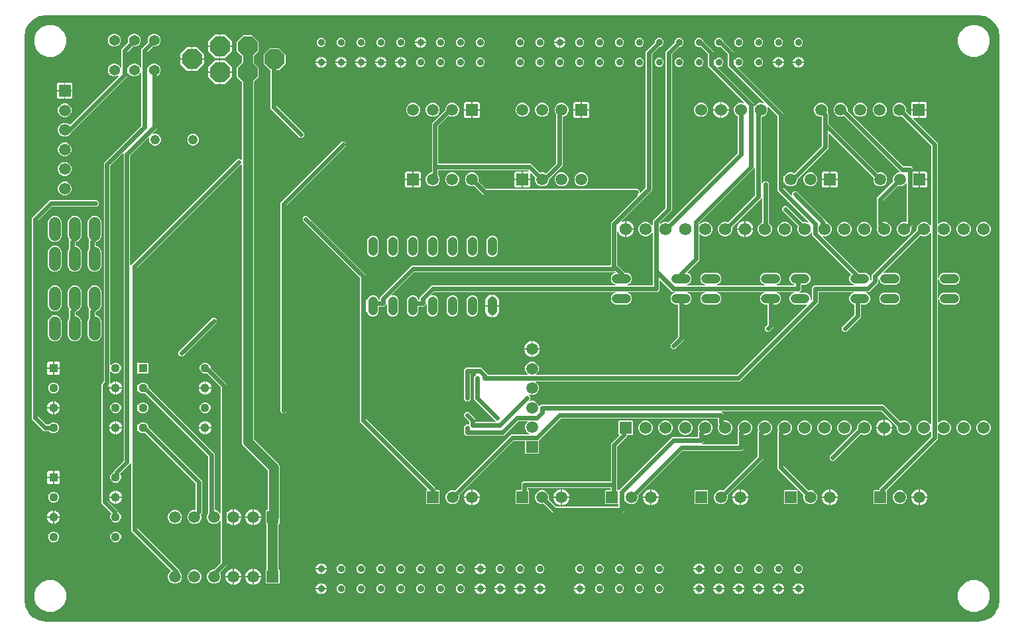
<source format=gbr>
G04 EAGLE Gerber RS-274X export*
G75*
%MOMM*%
%FSLAX34Y34*%
%LPD*%
%INBottom Copper*%
%IPPOS*%
%AMOC8*
5,1,8,0,0,1.08239X$1,22.5*%
G01*
G04 Define Apertures*
%ADD10R,1.500000X1.500000*%
%ADD11C,1.500000*%
%ADD12C,0.900000*%
%ADD13P,2.74927X8X22.5*%
%ADD14C,1.524000*%
%ADD15C,1.219200*%
%ADD16R,1.130000X1.130000*%
%ADD17C,1.130000*%
%ADD18C,1.230000*%
%ADD19C,1.371600*%
%ADD20C,1.524000*%
%ADD21R,1.560000X1.560000*%
%ADD22C,1.560000*%
%ADD23C,0.558800*%
%ADD24C,0.457200*%
%ADD25C,1.270000*%
%ADD26C,0.525000*%
G36*
X595119Y-387959D02*
X595000Y-387968D01*
X-595000Y-387968D01*
X-595119Y-387959D01*
X-603526Y-386627D01*
X-603753Y-386553D01*
X-611337Y-382689D01*
X-611530Y-382549D01*
X-617549Y-376530D01*
X-617689Y-376337D01*
X-621553Y-368753D01*
X-621627Y-368526D01*
X-622959Y-360119D01*
X-622968Y-360000D01*
X-622968Y360000D01*
X-622959Y360119D01*
X-621627Y368526D01*
X-621553Y368753D01*
X-617689Y376337D01*
X-617549Y376530D01*
X-611530Y382549D01*
X-611337Y382689D01*
X-603753Y386553D01*
X-603526Y386627D01*
X-595119Y387959D01*
X-595000Y387968D01*
X595000Y387968D01*
X595119Y387959D01*
X603526Y386627D01*
X603753Y386553D01*
X611337Y382689D01*
X611530Y382549D01*
X617549Y376530D01*
X617689Y376337D01*
X621553Y368753D01*
X621627Y368526D01*
X622959Y360119D01*
X622968Y360000D01*
X622968Y-360000D01*
X622959Y-360119D01*
X621627Y-368526D01*
X621553Y-368753D01*
X617689Y-376337D01*
X617549Y-376530D01*
X611530Y-382549D01*
X611337Y-382689D01*
X603753Y-386553D01*
X603526Y-386627D01*
X595119Y-387959D01*
G37*
%LPC*%
G36*
X585963Y334706D02*
X594037Y334706D01*
X601496Y337796D01*
X607204Y343504D01*
X610294Y350963D01*
X610294Y359037D01*
X607204Y366496D01*
X601496Y372204D01*
X594037Y375294D01*
X585963Y375294D01*
X578504Y372204D01*
X572796Y366496D01*
X569706Y359037D01*
X569706Y350963D01*
X572796Y343504D01*
X578504Y337796D01*
X585963Y334706D01*
G37*
G36*
X-594037Y334706D02*
X-585963Y334706D01*
X-578504Y337796D01*
X-572796Y343504D01*
X-569706Y350963D01*
X-569706Y359037D01*
X-572796Y366496D01*
X-578504Y372204D01*
X-585963Y375294D01*
X-594037Y375294D01*
X-601496Y372204D01*
X-607204Y366496D01*
X-610294Y359037D01*
X-610294Y350963D01*
X-607204Y343504D01*
X-601496Y337796D01*
X-594037Y334706D01*
G37*
G36*
X-432544Y-338970D02*
X-429056Y-338970D01*
X-425832Y-337635D01*
X-423365Y-335168D01*
X-422030Y-331944D01*
X-422030Y-328456D01*
X-423365Y-325232D01*
X-424338Y-324260D01*
X-424501Y-324018D01*
X-424561Y-323721D01*
X-424561Y-322167D01*
X-478313Y-268415D01*
X-478476Y-268173D01*
X-478536Y-267876D01*
X-478536Y-144290D01*
X-478489Y-144027D01*
X-478330Y-143769D01*
X-478082Y-143593D01*
X-477786Y-143528D01*
X-477488Y-143584D01*
X-477235Y-143751D01*
X-475420Y-145567D01*
X-472876Y-146620D01*
X-470124Y-146620D01*
X-469607Y-146406D01*
X-469327Y-146348D01*
X-469029Y-146404D01*
X-468776Y-146571D01*
X-404337Y-211010D01*
X-404174Y-211252D01*
X-404114Y-211549D01*
X-404114Y-244468D01*
X-404165Y-244743D01*
X-404329Y-244998D01*
X-404579Y-245170D01*
X-404876Y-245230D01*
X-407544Y-245230D01*
X-410768Y-246565D01*
X-413235Y-249032D01*
X-414570Y-252256D01*
X-414570Y-255744D01*
X-413235Y-258968D01*
X-410768Y-261435D01*
X-407544Y-262770D01*
X-404056Y-262770D01*
X-400832Y-261435D01*
X-398365Y-258968D01*
X-397030Y-255744D01*
X-397030Y-252256D01*
X-397385Y-251398D01*
X-397443Y-251118D01*
X-397388Y-250820D01*
X-397220Y-250567D01*
X-395986Y-249333D01*
X-395986Y-207867D01*
X-464357Y-139496D01*
X-464520Y-139254D01*
X-464580Y-138957D01*
X-464580Y-138324D01*
X-465634Y-135780D01*
X-467580Y-133834D01*
X-470124Y-132780D01*
X-472876Y-132780D01*
X-475420Y-133834D01*
X-477235Y-135649D01*
X-477455Y-135802D01*
X-477750Y-135872D01*
X-478049Y-135821D01*
X-478304Y-135657D01*
X-478476Y-135407D01*
X-478536Y-135110D01*
X-478536Y-118890D01*
X-478489Y-118627D01*
X-478330Y-118369D01*
X-478082Y-118193D01*
X-477786Y-118128D01*
X-477488Y-118184D01*
X-477235Y-118351D01*
X-475420Y-120167D01*
X-472876Y-121220D01*
X-470124Y-121220D01*
X-467580Y-120167D01*
X-465634Y-118220D01*
X-464580Y-115676D01*
X-464580Y-112924D01*
X-465634Y-110380D01*
X-467580Y-108434D01*
X-470124Y-107380D01*
X-472876Y-107380D01*
X-475420Y-108434D01*
X-477235Y-110249D01*
X-477455Y-110402D01*
X-477750Y-110472D01*
X-478049Y-110421D01*
X-478304Y-110257D01*
X-478476Y-110007D01*
X-478536Y-109710D01*
X-478536Y-93490D01*
X-478489Y-93227D01*
X-478330Y-92969D01*
X-478082Y-92793D01*
X-477786Y-92728D01*
X-477488Y-92784D01*
X-477235Y-92951D01*
X-475420Y-94767D01*
X-472876Y-95820D01*
X-470124Y-95820D01*
X-469607Y-95606D01*
X-469327Y-95548D01*
X-469029Y-95604D01*
X-468776Y-95771D01*
X-388462Y-176085D01*
X-388299Y-176327D01*
X-388239Y-176624D01*
X-388239Y-248891D01*
X-388297Y-249182D01*
X-389570Y-252256D01*
X-389570Y-255744D01*
X-388235Y-258968D01*
X-385768Y-261435D01*
X-382544Y-262770D01*
X-379056Y-262770D01*
X-375832Y-261435D01*
X-373665Y-259267D01*
X-373445Y-259114D01*
X-373150Y-259045D01*
X-372851Y-259096D01*
X-372596Y-259259D01*
X-372424Y-259509D01*
X-372364Y-259806D01*
X-372364Y-312326D01*
X-372420Y-312612D01*
X-372587Y-312865D01*
X-380929Y-321207D01*
X-381171Y-321370D01*
X-381468Y-321430D01*
X-382544Y-321430D01*
X-385768Y-322765D01*
X-388235Y-325232D01*
X-389570Y-328456D01*
X-389570Y-331944D01*
X-388235Y-335168D01*
X-385768Y-337635D01*
X-382544Y-338970D01*
X-379056Y-338970D01*
X-375832Y-337635D01*
X-373365Y-335168D01*
X-372030Y-331944D01*
X-372030Y-328456D01*
X-373198Y-325636D01*
X-373256Y-325356D01*
X-373200Y-325058D01*
X-373033Y-324805D01*
X-364236Y-316008D01*
X-364236Y-261602D01*
X-364189Y-261339D01*
X-364030Y-261081D01*
X-363782Y-260906D01*
X-363486Y-260840D01*
X-363188Y-260896D01*
X-362935Y-261064D01*
X-361487Y-262512D01*
X-357797Y-264040D01*
X-356562Y-264040D01*
X-356562Y-243960D01*
X-357797Y-243960D01*
X-361487Y-245489D01*
X-362935Y-246936D01*
X-363155Y-247089D01*
X-363450Y-247159D01*
X-363749Y-247108D01*
X-364004Y-246945D01*
X-364176Y-246695D01*
X-364236Y-246398D01*
X-364236Y-84042D01*
X-384957Y-63321D01*
X-385120Y-63079D01*
X-385180Y-62782D01*
X-385180Y-62124D01*
X-386234Y-59580D01*
X-388180Y-57634D01*
X-390724Y-56580D01*
X-393476Y-56580D01*
X-396020Y-57634D01*
X-397967Y-59580D01*
X-399020Y-62124D01*
X-399020Y-64876D01*
X-397967Y-67420D01*
X-396020Y-69367D01*
X-393476Y-70420D01*
X-390724Y-70420D01*
X-390224Y-70213D01*
X-389945Y-70155D01*
X-389647Y-70211D01*
X-389394Y-70378D01*
X-372587Y-87185D01*
X-372424Y-87427D01*
X-372364Y-87724D01*
X-372364Y-248194D01*
X-372411Y-248457D01*
X-372570Y-248715D01*
X-372818Y-248891D01*
X-373114Y-248956D01*
X-373412Y-248900D01*
X-373665Y-248733D01*
X-375832Y-246565D01*
X-379056Y-245230D01*
X-379349Y-245230D01*
X-379624Y-245179D01*
X-379879Y-245015D01*
X-380051Y-244765D01*
X-380111Y-244468D01*
X-380111Y-172942D01*
X-464357Y-88696D01*
X-464520Y-88454D01*
X-464580Y-88157D01*
X-464580Y-87524D01*
X-465634Y-84980D01*
X-467580Y-83034D01*
X-470124Y-81980D01*
X-472876Y-81980D01*
X-475420Y-83034D01*
X-477235Y-84849D01*
X-477455Y-85002D01*
X-477750Y-85072D01*
X-478049Y-85021D01*
X-478304Y-84857D01*
X-478476Y-84607D01*
X-478536Y-84310D01*
X-478536Y-71182D01*
X-478485Y-70907D01*
X-478321Y-70652D01*
X-478071Y-70480D01*
X-477774Y-70420D01*
X-465324Y-70420D01*
X-464580Y-69676D01*
X-464580Y-57324D01*
X-465324Y-56580D01*
X-477774Y-56580D01*
X-478049Y-56529D01*
X-478304Y-56365D01*
X-478476Y-56115D01*
X-478536Y-55818D01*
X-478536Y64676D01*
X-478480Y64962D01*
X-478313Y65215D01*
X-346741Y196787D01*
X-346521Y196940D01*
X-346226Y197010D01*
X-345927Y196959D01*
X-345672Y196795D01*
X-345500Y196545D01*
X-345440Y196248D01*
X-345440Y-158996D01*
X-344280Y-161796D01*
X-312643Y-193433D01*
X-312480Y-193675D01*
X-312420Y-193972D01*
X-312420Y-244468D01*
X-312471Y-244743D01*
X-312635Y-244998D01*
X-312885Y-245170D01*
X-313182Y-245230D01*
X-313826Y-245230D01*
X-314570Y-245974D01*
X-314570Y-262026D01*
X-313643Y-262953D01*
X-313480Y-263194D01*
X-313420Y-263492D01*
X-313420Y-320708D01*
X-313476Y-320994D01*
X-313643Y-321247D01*
X-314570Y-322174D01*
X-314570Y-338226D01*
X-313826Y-338970D01*
X-297774Y-338970D01*
X-297030Y-338226D01*
X-297030Y-322174D01*
X-297957Y-321247D01*
X-298120Y-321006D01*
X-298180Y-320708D01*
X-298180Y-263492D01*
X-298124Y-263206D01*
X-297957Y-262953D01*
X-297030Y-262026D01*
X-297030Y-245939D01*
X-297120Y-245806D01*
X-297180Y-245508D01*
X-297180Y-188984D01*
X-298340Y-186184D01*
X-329977Y-154547D01*
X-330140Y-154305D01*
X-330200Y-154008D01*
X-330200Y302508D01*
X-330144Y302794D01*
X-329977Y303047D01*
X-323850Y309173D01*
X-323850Y320747D01*
X-329977Y326873D01*
X-330140Y327115D01*
X-330200Y327412D01*
X-330200Y335528D01*
X-330144Y335814D01*
X-329977Y336067D01*
X-323850Y342193D01*
X-323850Y353767D01*
X-332033Y361950D01*
X-343607Y361950D01*
X-351790Y353767D01*
X-351790Y342193D01*
X-345663Y336067D01*
X-345500Y335825D01*
X-345440Y335528D01*
X-345440Y327412D01*
X-345496Y327126D01*
X-345663Y326873D01*
X-351790Y320747D01*
X-351790Y309173D01*
X-345663Y303047D01*
X-345500Y302805D01*
X-345440Y302508D01*
X-345440Y203802D01*
X-345487Y203539D01*
X-345646Y203281D01*
X-345894Y203105D01*
X-346190Y203040D01*
X-346488Y203096D01*
X-346741Y203263D01*
X-347567Y204089D01*
X-350933Y204089D01*
X-486760Y68262D01*
X-486980Y68109D01*
X-487275Y68039D01*
X-487574Y68090D01*
X-487829Y68254D01*
X-488001Y68504D01*
X-488061Y68801D01*
X-488061Y207551D01*
X-488005Y207837D01*
X-487838Y208090D01*
X-464751Y231177D01*
X-464537Y231327D01*
X-464242Y231399D01*
X-463943Y231351D01*
X-463686Y231190D01*
X-463513Y230941D01*
X-463450Y230644D01*
X-463508Y230346D01*
X-463620Y230076D01*
X-463620Y227124D01*
X-462490Y224397D01*
X-460403Y222310D01*
X-457676Y221180D01*
X-454724Y221180D01*
X-451997Y222310D01*
X-449910Y224397D01*
X-448780Y227124D01*
X-448780Y230076D01*
X-449910Y232803D01*
X-451997Y234890D01*
X-454724Y236020D01*
X-457676Y236020D01*
X-457946Y235908D01*
X-458202Y235851D01*
X-458501Y235897D01*
X-458759Y236056D01*
X-458935Y236304D01*
X-459000Y236600D01*
X-458944Y236898D01*
X-458777Y237151D01*
X-453136Y242792D01*
X-453136Y309877D01*
X-453083Y310157D01*
X-452917Y310411D01*
X-452666Y310581D01*
X-452596Y310609D01*
X-450309Y312896D01*
X-449072Y315883D01*
X-449072Y319117D01*
X-450309Y322104D01*
X-452596Y324391D01*
X-455583Y325628D01*
X-458817Y325628D01*
X-461804Y324391D01*
X-464091Y322104D01*
X-464370Y321430D01*
X-464510Y321209D01*
X-464755Y321029D01*
X-465050Y320960D01*
X-465349Y321010D01*
X-465604Y321174D01*
X-465776Y321424D01*
X-465836Y321721D01*
X-465836Y340901D01*
X-465780Y341187D01*
X-465613Y341440D01*
X-459717Y347336D01*
X-459481Y347496D01*
X-459184Y347559D01*
X-458887Y347501D01*
X-458817Y347472D01*
X-455583Y347472D01*
X-452596Y348709D01*
X-450309Y350996D01*
X-449072Y353983D01*
X-449072Y357217D01*
X-450309Y360204D01*
X-452596Y362491D01*
X-455583Y363728D01*
X-458817Y363728D01*
X-461804Y362491D01*
X-464091Y360204D01*
X-465328Y357217D01*
X-465328Y353983D01*
X-465299Y353913D01*
X-465241Y353634D01*
X-465297Y353336D01*
X-465464Y353083D01*
X-473964Y344583D01*
X-473964Y321721D01*
X-474009Y321464D01*
X-474166Y321204D01*
X-474412Y321027D01*
X-474708Y320959D01*
X-475006Y321013D01*
X-475261Y321178D01*
X-475430Y321430D01*
X-475709Y322104D01*
X-477996Y324391D01*
X-480983Y325628D01*
X-484217Y325628D01*
X-487204Y324391D01*
X-489491Y322104D01*
X-489770Y321430D01*
X-489910Y321209D01*
X-490155Y321029D01*
X-490450Y320960D01*
X-490749Y321010D01*
X-491004Y321174D01*
X-491176Y321424D01*
X-491236Y321721D01*
X-491236Y340901D01*
X-491180Y341187D01*
X-491013Y341440D01*
X-485117Y347336D01*
X-484881Y347496D01*
X-484584Y347559D01*
X-484287Y347501D01*
X-484217Y347472D01*
X-480983Y347472D01*
X-477996Y348709D01*
X-475709Y350996D01*
X-474472Y353983D01*
X-474472Y357217D01*
X-475709Y360204D01*
X-477996Y362491D01*
X-480983Y363728D01*
X-484217Y363728D01*
X-487204Y362491D01*
X-489491Y360204D01*
X-490728Y357217D01*
X-490728Y353983D01*
X-490699Y353913D01*
X-490641Y353634D01*
X-490697Y353336D01*
X-490864Y353083D01*
X-499364Y344583D01*
X-499364Y321721D01*
X-499409Y321464D01*
X-499566Y321204D01*
X-499812Y321027D01*
X-500108Y320959D01*
X-500406Y321013D01*
X-500661Y321178D01*
X-500830Y321430D01*
X-501109Y322104D01*
X-503396Y324391D01*
X-506383Y325628D01*
X-509617Y325628D01*
X-512604Y324391D01*
X-514891Y322104D01*
X-516128Y319117D01*
X-516128Y315883D01*
X-514891Y312896D01*
X-512604Y310609D01*
X-509617Y309372D01*
X-506383Y309372D01*
X-503849Y310422D01*
X-503594Y310479D01*
X-503294Y310433D01*
X-503036Y310274D01*
X-502860Y310026D01*
X-502795Y309730D01*
X-502851Y309432D01*
X-503018Y309179D01*
X-564559Y247639D01*
X-564789Y247481D01*
X-565085Y247416D01*
X-565383Y247471D01*
X-565636Y247639D01*
X-566532Y248535D01*
X-569756Y249870D01*
X-573244Y249870D01*
X-576468Y248535D01*
X-578935Y246068D01*
X-580270Y242844D01*
X-580270Y239356D01*
X-578935Y236132D01*
X-576468Y233665D01*
X-573244Y232330D01*
X-569756Y232330D01*
X-566532Y233665D01*
X-564065Y236132D01*
X-563766Y236855D01*
X-563601Y237102D01*
X-491236Y309467D01*
X-491236Y313279D01*
X-491191Y313536D01*
X-491034Y313796D01*
X-490788Y313973D01*
X-490492Y314041D01*
X-490194Y313987D01*
X-489940Y313822D01*
X-489770Y313570D01*
X-489491Y312896D01*
X-487204Y310609D01*
X-484217Y309372D01*
X-480983Y309372D01*
X-477996Y310609D01*
X-475709Y312896D01*
X-475430Y313570D01*
X-475290Y313791D01*
X-475045Y313971D01*
X-474750Y314040D01*
X-474451Y313990D01*
X-474196Y313826D01*
X-474024Y313576D01*
X-473964Y313279D01*
X-473964Y246474D01*
X-474020Y246188D01*
X-474187Y245935D01*
X-521589Y198533D01*
X-521589Y-80551D01*
X-521645Y-80837D01*
X-521812Y-81090D01*
X-524764Y-84042D01*
X-524764Y-236633D01*
X-512331Y-249067D01*
X-512173Y-249297D01*
X-512108Y-249593D01*
X-512163Y-249891D01*
X-512230Y-249993D01*
X-513320Y-252624D01*
X-513320Y-255376D01*
X-512267Y-257920D01*
X-510320Y-259867D01*
X-507776Y-260920D01*
X-505024Y-260920D01*
X-502480Y-259867D01*
X-500534Y-257920D01*
X-499480Y-255376D01*
X-499480Y-252624D01*
X-500534Y-250080D01*
X-502480Y-248134D01*
X-503466Y-247725D01*
X-503704Y-247569D01*
X-503876Y-247319D01*
X-503936Y-247021D01*
X-503936Y-245967D01*
X-516413Y-233490D01*
X-516576Y-233248D01*
X-516636Y-232951D01*
X-516636Y-87724D01*
X-516580Y-87438D01*
X-516413Y-87185D01*
X-515891Y-86663D01*
X-515671Y-86510D01*
X-515376Y-86440D01*
X-515077Y-86491D01*
X-514822Y-86655D01*
X-514650Y-86905D01*
X-514590Y-87202D01*
X-514590Y-88138D01*
X-507162Y-88138D01*
X-507162Y-80710D01*
X-508029Y-80710D01*
X-511039Y-81957D01*
X-512160Y-83078D01*
X-512380Y-83231D01*
X-512675Y-83301D01*
X-512974Y-83250D01*
X-513229Y-83086D01*
X-513401Y-82836D01*
X-513461Y-82539D01*
X-513461Y-68065D01*
X-513414Y-67802D01*
X-513255Y-67544D01*
X-513007Y-67368D01*
X-512711Y-67303D01*
X-512413Y-67359D01*
X-512160Y-67526D01*
X-510320Y-69367D01*
X-507776Y-70420D01*
X-505024Y-70420D01*
X-502480Y-69367D01*
X-500534Y-67420D01*
X-499480Y-64876D01*
X-499480Y-62124D01*
X-500534Y-59580D01*
X-502480Y-57634D01*
X-505024Y-56580D01*
X-507776Y-56580D01*
X-510320Y-57634D01*
X-512160Y-59474D01*
X-512380Y-59627D01*
X-512675Y-59697D01*
X-512974Y-59646D01*
X-513229Y-59482D01*
X-513401Y-59232D01*
X-513461Y-58935D01*
X-513461Y194851D01*
X-513405Y195137D01*
X-513238Y195390D01*
X-497490Y211138D01*
X-497270Y211291D01*
X-496975Y211361D01*
X-496676Y211310D01*
X-496421Y211146D01*
X-496249Y210896D01*
X-496189Y210599D01*
X-496189Y-182151D01*
X-496245Y-182437D01*
X-496412Y-182690D01*
X-508889Y-195167D01*
X-508889Y-196232D01*
X-508942Y-196512D01*
X-509108Y-196766D01*
X-509359Y-196936D01*
X-510320Y-197334D01*
X-512267Y-199280D01*
X-513320Y-201824D01*
X-513320Y-204576D01*
X-512267Y-207120D01*
X-510320Y-209067D01*
X-507776Y-210120D01*
X-505024Y-210120D01*
X-502480Y-209067D01*
X-500534Y-207120D01*
X-499480Y-204576D01*
X-499480Y-201824D01*
X-500558Y-199220D01*
X-500640Y-199101D01*
X-500705Y-198805D01*
X-500649Y-198507D01*
X-500482Y-198254D01*
X-487965Y-185737D01*
X-487745Y-185584D01*
X-487450Y-185514D01*
X-487151Y-185565D01*
X-486896Y-185729D01*
X-486724Y-185979D01*
X-486664Y-186276D01*
X-486664Y-271558D01*
X-484060Y-274162D01*
X-436151Y-322071D01*
X-435993Y-322302D01*
X-435928Y-322598D01*
X-435984Y-322896D01*
X-436151Y-323149D01*
X-438235Y-325232D01*
X-439570Y-328456D01*
X-439570Y-331944D01*
X-438235Y-335168D01*
X-435768Y-337635D01*
X-432544Y-338970D01*
G37*
G36*
X-509617Y347472D02*
X-506383Y347472D01*
X-503396Y348709D01*
X-501109Y350996D01*
X-499872Y353983D01*
X-499872Y357217D01*
X-501109Y360204D01*
X-503396Y362491D01*
X-506383Y363728D01*
X-509617Y363728D01*
X-512604Y362491D01*
X-514891Y360204D01*
X-516128Y357217D01*
X-516128Y353983D01*
X-514891Y350996D01*
X-512604Y348709D01*
X-509617Y347472D01*
G37*
G36*
X-388620Y348742D02*
X-374142Y348742D01*
X-374142Y363220D01*
X-379693Y363220D01*
X-388620Y354293D01*
X-388620Y348742D01*
G37*
G36*
X-372618Y348742D02*
X-358140Y348742D01*
X-358140Y354293D01*
X-367067Y363220D01*
X-372618Y363220D01*
X-372618Y348742D01*
G37*
G36*
X-123880Y353822D02*
X-117602Y353822D01*
X-117602Y360100D01*
X-118240Y360100D01*
X-120828Y359028D01*
X-122808Y357048D01*
X-123880Y354460D01*
X-123880Y353822D01*
G37*
G36*
X53920Y353822D02*
X60198Y353822D01*
X60198Y360100D01*
X59560Y360100D01*
X56972Y359028D01*
X54992Y357048D01*
X53920Y354460D01*
X53920Y353822D01*
G37*
G36*
X61722Y353822D02*
X68000Y353822D01*
X68000Y354460D01*
X66928Y357048D01*
X64948Y359028D01*
X62360Y360100D01*
X61722Y360100D01*
X61722Y353822D01*
G37*
G36*
X-116078Y353822D02*
X-109800Y353822D01*
X-109800Y354460D01*
X-110872Y357048D01*
X-112852Y359028D01*
X-115440Y360100D01*
X-116078Y360100D01*
X-116078Y353822D01*
G37*
G36*
X-41788Y347290D02*
X-39492Y347290D01*
X-37372Y348168D01*
X-35748Y349792D01*
X-34870Y351912D01*
X-34870Y354208D01*
X-35748Y356328D01*
X-37372Y357952D01*
X-39492Y358830D01*
X-41788Y358830D01*
X-43908Y357952D01*
X-45532Y356328D01*
X-46410Y354208D01*
X-46410Y351912D01*
X-45532Y349792D01*
X-43908Y348168D01*
X-41788Y347290D01*
G37*
G36*
X85212Y347290D02*
X87508Y347290D01*
X89628Y348168D01*
X91252Y349792D01*
X92130Y351912D01*
X92130Y354208D01*
X91252Y356328D01*
X89628Y357952D01*
X87508Y358830D01*
X85212Y358830D01*
X83092Y357952D01*
X81468Y356328D01*
X80590Y354208D01*
X80590Y351912D01*
X81468Y349792D01*
X83092Y348168D01*
X85212Y347290D01*
G37*
G36*
X34412Y347290D02*
X36708Y347290D01*
X38828Y348168D01*
X40452Y349792D01*
X41330Y351912D01*
X41330Y354208D01*
X40452Y356328D01*
X38828Y357952D01*
X36708Y358830D01*
X34412Y358830D01*
X32292Y357952D01*
X30668Y356328D01*
X29790Y354208D01*
X29790Y351912D01*
X30668Y349792D01*
X32292Y348168D01*
X34412Y347290D01*
G37*
G36*
X-219588Y347290D02*
X-217292Y347290D01*
X-215172Y348168D01*
X-213548Y349792D01*
X-212670Y351912D01*
X-212670Y354208D01*
X-213548Y356328D01*
X-215172Y357952D01*
X-217292Y358830D01*
X-219588Y358830D01*
X-221708Y357952D01*
X-223332Y356328D01*
X-224210Y354208D01*
X-224210Y351912D01*
X-223332Y349792D01*
X-221708Y348168D01*
X-219588Y347290D01*
G37*
G36*
X9012Y347290D02*
X11308Y347290D01*
X13428Y348168D01*
X15052Y349792D01*
X15930Y351912D01*
X15930Y354208D01*
X15052Y356328D01*
X13428Y357952D01*
X11308Y358830D01*
X9012Y358830D01*
X6892Y357952D01*
X5268Y356328D01*
X4390Y354208D01*
X4390Y351912D01*
X5268Y349792D01*
X6892Y348168D01*
X9012Y347290D01*
G37*
G36*
X136012Y347290D02*
X138308Y347290D01*
X140428Y348168D01*
X142052Y349792D01*
X142930Y351912D01*
X142930Y354208D01*
X142052Y356328D01*
X140428Y357952D01*
X138308Y358830D01*
X136012Y358830D01*
X133892Y357952D01*
X132268Y356328D01*
X131390Y354208D01*
X131390Y351912D01*
X132268Y349792D01*
X133892Y348168D01*
X136012Y347290D01*
G37*
G36*
X-67188Y347290D02*
X-64892Y347290D01*
X-62772Y348168D01*
X-61148Y349792D01*
X-60270Y351912D01*
X-60270Y354208D01*
X-61148Y356328D01*
X-62772Y357952D01*
X-64892Y358830D01*
X-67188Y358830D01*
X-69308Y357952D01*
X-70932Y356328D01*
X-71810Y354208D01*
X-71810Y351912D01*
X-70932Y349792D01*
X-69308Y348168D01*
X-67188Y347290D01*
G37*
G36*
X-194188Y347290D02*
X-191892Y347290D01*
X-189772Y348168D01*
X-188148Y349792D01*
X-187270Y351912D01*
X-187270Y354208D01*
X-188148Y356328D01*
X-189772Y357952D01*
X-191892Y358830D01*
X-194188Y358830D01*
X-196308Y357952D01*
X-197932Y356328D01*
X-198810Y354208D01*
X-198810Y351912D01*
X-197932Y349792D01*
X-196308Y348168D01*
X-194188Y347290D01*
G37*
G36*
X-168788Y347290D02*
X-166492Y347290D01*
X-164372Y348168D01*
X-162748Y349792D01*
X-161870Y351912D01*
X-161870Y354208D01*
X-162748Y356328D01*
X-164372Y357952D01*
X-166492Y358830D01*
X-168788Y358830D01*
X-170908Y357952D01*
X-172532Y356328D01*
X-173410Y354208D01*
X-173410Y351912D01*
X-172532Y349792D01*
X-170908Y348168D01*
X-168788Y347290D01*
G37*
G36*
X-143388Y347290D02*
X-141092Y347290D01*
X-138972Y348168D01*
X-137348Y349792D01*
X-136470Y351912D01*
X-136470Y354208D01*
X-137348Y356328D01*
X-138972Y357952D01*
X-141092Y358830D01*
X-143388Y358830D01*
X-145508Y357952D01*
X-147132Y356328D01*
X-148010Y354208D01*
X-148010Y351912D01*
X-147132Y349792D01*
X-145508Y348168D01*
X-143388Y347290D01*
G37*
G36*
X-109226Y-237370D02*
X-93174Y-237370D01*
X-92430Y-236626D01*
X-92430Y-220574D01*
X-93174Y-219830D01*
X-96774Y-219830D01*
X-97049Y-219779D01*
X-97304Y-219615D01*
X-97476Y-219365D01*
X-97536Y-219068D01*
X-97536Y-217392D01*
X-186213Y-128715D01*
X-186376Y-128473D01*
X-186436Y-128176D01*
X-186436Y7676D01*
X-186391Y7934D01*
X-186234Y8193D01*
X-185988Y8370D01*
X-185692Y8438D01*
X-185394Y8385D01*
X-185140Y8219D01*
X-184970Y7968D01*
X-184045Y5733D01*
X-181973Y3661D01*
X-179265Y2540D01*
X-176335Y2540D01*
X-173627Y3661D01*
X-171555Y5733D01*
X-170434Y8441D01*
X-170434Y14224D01*
X-170383Y14499D01*
X-170219Y14754D01*
X-169969Y14926D01*
X-169672Y14986D01*
X-163417Y14986D01*
X-161067Y17336D01*
X-160847Y17489D01*
X-160552Y17559D01*
X-160253Y17508D01*
X-159998Y17344D01*
X-159826Y17094D01*
X-159766Y16797D01*
X-159766Y8441D01*
X-158645Y5733D01*
X-156573Y3661D01*
X-153865Y2540D01*
X-150935Y2540D01*
X-148227Y3661D01*
X-146155Y5733D01*
X-145034Y8441D01*
X-145034Y23563D01*
X-146155Y26271D01*
X-148227Y28343D01*
X-150935Y29464D01*
X-153449Y29464D01*
X-153712Y29511D01*
X-153970Y29670D01*
X-154146Y29918D01*
X-154211Y30214D01*
X-154155Y30512D01*
X-153988Y30765D01*
X-125540Y59213D01*
X-125298Y59376D01*
X-125001Y59436D01*
X131351Y59436D01*
X131637Y59380D01*
X131890Y59213D01*
X131897Y59206D01*
X132052Y58981D01*
X132120Y58685D01*
X132066Y58387D01*
X131901Y58133D01*
X131649Y57963D01*
X129431Y57045D01*
X127359Y54973D01*
X126238Y52265D01*
X126238Y49335D01*
X127359Y46627D01*
X129431Y44555D01*
X131666Y43630D01*
X131886Y43490D01*
X132066Y43245D01*
X132136Y42950D01*
X132085Y42651D01*
X131921Y42396D01*
X131671Y42224D01*
X131374Y42164D01*
X-103283Y42164D01*
X-118364Y27083D01*
X-118364Y24328D01*
X-118409Y24070D01*
X-118566Y23811D01*
X-118812Y23634D01*
X-119108Y23566D01*
X-119406Y23619D01*
X-119661Y23785D01*
X-119830Y24036D01*
X-120755Y26271D01*
X-122827Y28343D01*
X-125535Y29464D01*
X-128465Y29464D01*
X-131173Y28343D01*
X-133245Y26271D01*
X-134366Y23563D01*
X-134366Y8441D01*
X-133245Y5733D01*
X-131173Y3661D01*
X-128465Y2540D01*
X-125535Y2540D01*
X-122827Y3661D01*
X-120755Y5733D01*
X-119634Y8441D01*
X-119634Y14224D01*
X-119583Y14499D01*
X-119419Y14754D01*
X-119169Y14926D01*
X-118872Y14986D01*
X-112617Y14986D01*
X-110267Y17336D01*
X-110047Y17489D01*
X-109752Y17559D01*
X-109453Y17508D01*
X-109198Y17344D01*
X-109026Y17094D01*
X-108966Y16797D01*
X-108966Y8441D01*
X-107845Y5733D01*
X-105773Y3661D01*
X-103065Y2540D01*
X-100135Y2540D01*
X-97427Y3661D01*
X-95355Y5733D01*
X-94234Y8441D01*
X-94234Y23563D01*
X-95355Y26271D01*
X-97427Y28343D01*
X-100135Y29464D01*
X-102649Y29464D01*
X-102912Y29511D01*
X-103170Y29670D01*
X-103346Y29918D01*
X-103411Y30214D01*
X-103355Y30512D01*
X-103188Y30765D01*
X-100140Y33813D01*
X-99898Y33976D01*
X-99601Y34036D01*
X131374Y34036D01*
X131632Y33991D01*
X131891Y33834D01*
X132068Y33588D01*
X132136Y33292D01*
X132083Y32994D01*
X131917Y32740D01*
X131666Y32570D01*
X129431Y31645D01*
X127359Y29573D01*
X126238Y26865D01*
X126238Y23935D01*
X127359Y21227D01*
X129431Y19155D01*
X132139Y18034D01*
X147261Y18034D01*
X149969Y19155D01*
X152041Y21227D01*
X153162Y23935D01*
X153162Y26865D01*
X152041Y29573D01*
X149969Y31645D01*
X147734Y32570D01*
X147514Y32710D01*
X147334Y32955D01*
X147264Y33250D01*
X147315Y33549D01*
X147479Y33804D01*
X147729Y33976D01*
X148026Y34036D01*
X185833Y34036D01*
X188214Y36417D01*
X188214Y48674D01*
X188261Y48937D01*
X188420Y49195D01*
X188668Y49371D01*
X188964Y49436D01*
X189262Y49380D01*
X189515Y49213D01*
X204692Y34036D01*
X207574Y34036D01*
X207832Y33991D01*
X208091Y33834D01*
X208268Y33588D01*
X208336Y33292D01*
X208283Y32994D01*
X208117Y32740D01*
X207866Y32570D01*
X205631Y31645D01*
X203559Y29573D01*
X202438Y26865D01*
X202438Y23935D01*
X203559Y21227D01*
X205631Y19155D01*
X208339Y18034D01*
X211074Y18034D01*
X211349Y17983D01*
X211604Y17819D01*
X211776Y17569D01*
X211836Y17272D01*
X211836Y-23401D01*
X211780Y-23687D01*
X211613Y-23940D01*
X202311Y-33242D01*
X202311Y-36608D01*
X204692Y-38989D01*
X208058Y-38989D01*
X219964Y-27083D01*
X219964Y17272D01*
X220015Y17547D01*
X220179Y17802D01*
X220429Y17974D01*
X220726Y18034D01*
X223461Y18034D01*
X226169Y19155D01*
X228241Y21227D01*
X229362Y23935D01*
X229362Y26865D01*
X228241Y29573D01*
X226169Y31645D01*
X223934Y32570D01*
X223714Y32710D01*
X223534Y32955D01*
X223464Y33250D01*
X223515Y33549D01*
X223679Y33804D01*
X223929Y33976D01*
X224226Y34036D01*
X245674Y34036D01*
X245932Y33991D01*
X246191Y33834D01*
X246368Y33588D01*
X246436Y33292D01*
X246383Y32994D01*
X246217Y32740D01*
X245966Y32570D01*
X243731Y31645D01*
X241659Y29573D01*
X240538Y26865D01*
X240538Y23935D01*
X241659Y21227D01*
X243731Y19155D01*
X246439Y18034D01*
X261561Y18034D01*
X264269Y19155D01*
X266341Y21227D01*
X267462Y23935D01*
X267462Y26865D01*
X266341Y29573D01*
X264269Y31645D01*
X262034Y32570D01*
X261814Y32710D01*
X261634Y32955D01*
X261564Y33250D01*
X261615Y33549D01*
X261779Y33804D01*
X262029Y33976D01*
X262326Y34036D01*
X321874Y34036D01*
X322132Y33991D01*
X322391Y33834D01*
X322568Y33588D01*
X322636Y33292D01*
X322583Y32994D01*
X322417Y32740D01*
X322166Y32570D01*
X319931Y31645D01*
X317859Y29573D01*
X316738Y26865D01*
X316738Y23935D01*
X317859Y21227D01*
X319931Y19155D01*
X322639Y18034D01*
X325374Y18034D01*
X325649Y17983D01*
X325904Y17819D01*
X326076Y17569D01*
X326136Y17272D01*
X326136Y-7526D01*
X326080Y-7812D01*
X325913Y-8065D01*
X322961Y-11017D01*
X322961Y-14383D01*
X325342Y-16764D01*
X328708Y-16764D01*
X334264Y-11208D01*
X334264Y17272D01*
X334315Y17547D01*
X334479Y17802D01*
X334729Y17974D01*
X335026Y18034D01*
X337761Y18034D01*
X340469Y19155D01*
X342541Y21227D01*
X343662Y23935D01*
X343662Y26865D01*
X342541Y29573D01*
X340469Y31645D01*
X338234Y32570D01*
X338014Y32710D01*
X337834Y32955D01*
X337764Y33250D01*
X337815Y33549D01*
X337979Y33804D01*
X338229Y33976D01*
X338526Y34036D01*
X359720Y34036D01*
X359978Y33991D01*
X360237Y33834D01*
X360414Y33588D01*
X360482Y33292D01*
X360429Y32994D01*
X360263Y32740D01*
X360012Y32570D01*
X357777Y31645D01*
X355705Y29573D01*
X354584Y26865D01*
X354584Y23935D01*
X355705Y21227D01*
X357777Y19155D01*
X360485Y18034D01*
X375572Y18034D01*
X375835Y17987D01*
X376093Y17828D01*
X376269Y17580D01*
X376334Y17284D01*
X376278Y16986D01*
X376111Y16733D01*
X287465Y-71913D01*
X287223Y-72076D01*
X286926Y-72136D01*
X31606Y-72136D01*
X31343Y-72089D01*
X31085Y-71930D01*
X30909Y-71682D01*
X30844Y-71386D01*
X30900Y-71088D01*
X31067Y-70835D01*
X32835Y-69068D01*
X34170Y-65844D01*
X34170Y-62356D01*
X32835Y-59132D01*
X30368Y-56665D01*
X27144Y-55330D01*
X23656Y-55330D01*
X20432Y-56665D01*
X17965Y-59132D01*
X16630Y-62356D01*
X16630Y-65844D01*
X17965Y-69068D01*
X19733Y-70835D01*
X19886Y-71055D01*
X19955Y-71350D01*
X19905Y-71649D01*
X19741Y-71904D01*
X19491Y-72076D01*
X19194Y-72136D01*
X-30099Y-72136D01*
X-30374Y-72085D01*
X-30629Y-71921D01*
X-30801Y-71671D01*
X-30861Y-71374D01*
X-30861Y-71342D01*
X-39592Y-62611D01*
X-58833Y-62611D01*
X-61214Y-64992D01*
X-61214Y-103283D01*
X-58833Y-105664D01*
X-55467Y-105664D01*
X-53086Y-103283D01*
X-53086Y-71501D01*
X-53035Y-71226D01*
X-52871Y-70971D01*
X-52621Y-70799D01*
X-52324Y-70739D01*
X-46576Y-70739D01*
X-46313Y-70786D01*
X-46055Y-70945D01*
X-45879Y-71193D01*
X-45814Y-71489D01*
X-45870Y-71787D01*
X-46037Y-72040D01*
X-48514Y-74517D01*
X-48514Y-103283D01*
X-20637Y-131160D01*
X-20484Y-131380D01*
X-20414Y-131675D01*
X-20465Y-131974D01*
X-20629Y-132229D01*
X-20879Y-132401D01*
X-21176Y-132461D01*
X-45974Y-132461D01*
X-46249Y-132410D01*
X-46504Y-132246D01*
X-46676Y-131996D01*
X-46736Y-131699D01*
X-46736Y-128492D01*
X-55467Y-119761D01*
X-58833Y-119761D01*
X-61214Y-122142D01*
X-61214Y-125508D01*
X-55087Y-131635D01*
X-54924Y-131877D01*
X-54864Y-132174D01*
X-54864Y-134874D01*
X-54915Y-135149D01*
X-55079Y-135404D01*
X-55329Y-135576D01*
X-55626Y-135636D01*
X-58833Y-135636D01*
X-61214Y-138017D01*
X-61214Y-147733D01*
X-58833Y-150114D01*
X-11017Y-150114D01*
X7810Y-131287D01*
X8052Y-131124D01*
X8349Y-131064D01*
X19194Y-131064D01*
X19457Y-131111D01*
X19715Y-131270D01*
X19891Y-131518D01*
X19956Y-131814D01*
X19900Y-132112D01*
X19733Y-132365D01*
X17965Y-134132D01*
X16630Y-137356D01*
X16630Y-140844D01*
X17965Y-144068D01*
X20432Y-146535D01*
X21241Y-146870D01*
X21462Y-147010D01*
X21642Y-147255D01*
X21711Y-147550D01*
X21661Y-147849D01*
X21497Y-148104D01*
X21247Y-148276D01*
X20950Y-148336D01*
X-1683Y-148336D01*
X-73192Y-219844D01*
X-73428Y-220005D01*
X-73724Y-220068D01*
X-74022Y-220010D01*
X-74456Y-219830D01*
X-77944Y-219830D01*
X-81168Y-221165D01*
X-83635Y-223632D01*
X-84970Y-226856D01*
X-84970Y-230344D01*
X-83635Y-233568D01*
X-81168Y-236035D01*
X-77944Y-237370D01*
X-74456Y-237370D01*
X-71232Y-236035D01*
X-68765Y-233568D01*
X-67430Y-230344D01*
X-67430Y-226856D01*
X-67610Y-226422D01*
X-67667Y-226143D01*
X-67612Y-225845D01*
X-67444Y-225592D01*
X1460Y-156687D01*
X1702Y-156524D01*
X1999Y-156464D01*
X15868Y-156464D01*
X16143Y-156515D01*
X16398Y-156679D01*
X16570Y-156929D01*
X16630Y-157226D01*
X16630Y-172126D01*
X17374Y-172870D01*
X33426Y-172870D01*
X34170Y-172126D01*
X34170Y-156043D01*
X34226Y-155757D01*
X34393Y-155504D01*
X61785Y-128112D01*
X62027Y-127949D01*
X62324Y-127889D01*
X261874Y-127889D01*
X262149Y-127940D01*
X262404Y-128104D01*
X262576Y-128354D01*
X262636Y-128651D01*
X262636Y-135033D01*
X263534Y-135932D01*
X263695Y-136168D01*
X263758Y-136465D01*
X263700Y-136762D01*
X263230Y-137896D01*
X263230Y-141504D01*
X264611Y-144838D01*
X267162Y-147389D01*
X270496Y-148770D01*
X274104Y-148770D01*
X277438Y-147389D01*
X279989Y-144838D01*
X281370Y-141504D01*
X281370Y-137896D01*
X279989Y-134562D01*
X277438Y-132011D01*
X274104Y-130630D01*
X271526Y-130630D01*
X271251Y-130579D01*
X270996Y-130415D01*
X270824Y-130165D01*
X270764Y-129868D01*
X270764Y-122142D01*
X268287Y-119665D01*
X268134Y-119445D01*
X268064Y-119150D01*
X268115Y-118851D01*
X268279Y-118596D01*
X268529Y-118424D01*
X268826Y-118364D01*
X471076Y-118364D01*
X471362Y-118420D01*
X471615Y-118587D01*
X491607Y-138579D01*
X491770Y-138821D01*
X491830Y-139118D01*
X491830Y-141504D01*
X493211Y-144838D01*
X495762Y-147389D01*
X499096Y-148770D01*
X502704Y-148770D01*
X506038Y-147389D01*
X508589Y-144838D01*
X509970Y-141504D01*
X509970Y-137896D01*
X508589Y-134562D01*
X506038Y-132011D01*
X502704Y-130630D01*
X499096Y-130630D01*
X496778Y-131590D01*
X496498Y-131648D01*
X496200Y-131593D01*
X495947Y-131425D01*
X474758Y-110236D01*
X36417Y-110236D01*
X35014Y-111639D01*
X34789Y-111795D01*
X34493Y-111862D01*
X34194Y-111809D01*
X33940Y-111643D01*
X33771Y-111392D01*
X32835Y-109132D01*
X30368Y-106665D01*
X27144Y-105330D01*
X23656Y-105330D01*
X22776Y-105694D01*
X22521Y-105751D01*
X22222Y-105705D01*
X21964Y-105546D01*
X21788Y-105298D01*
X21723Y-105002D01*
X21779Y-104704D01*
X21946Y-104451D01*
X23114Y-103283D01*
X23114Y-99917D01*
X21946Y-98749D01*
X21796Y-98535D01*
X21723Y-98240D01*
X21772Y-97941D01*
X21933Y-97684D01*
X22182Y-97511D01*
X22479Y-97448D01*
X22776Y-97506D01*
X23656Y-97870D01*
X27144Y-97870D01*
X30368Y-96535D01*
X32835Y-94068D01*
X34170Y-90844D01*
X34170Y-87356D01*
X32835Y-84132D01*
X30267Y-81565D01*
X30114Y-81345D01*
X30045Y-81050D01*
X30096Y-80751D01*
X30259Y-80496D01*
X30509Y-80324D01*
X30806Y-80264D01*
X290608Y-80264D01*
X391414Y20542D01*
X391414Y33274D01*
X391465Y33549D01*
X391629Y33804D01*
X391879Y33976D01*
X392176Y34036D01*
X435920Y34036D01*
X436178Y33991D01*
X436437Y33834D01*
X436614Y33588D01*
X436682Y33292D01*
X436629Y32994D01*
X436463Y32740D01*
X436212Y32570D01*
X433977Y31645D01*
X431905Y29573D01*
X430784Y26865D01*
X430784Y23935D01*
X431905Y21227D01*
X433977Y19155D01*
X436791Y17990D01*
X437029Y17834D01*
X437201Y17583D01*
X437261Y17286D01*
X437261Y5174D01*
X437205Y4888D01*
X437038Y4635D01*
X421386Y-11017D01*
X421386Y-14383D01*
X423767Y-16764D01*
X427133Y-16764D01*
X445389Y1492D01*
X445389Y17272D01*
X445440Y17547D01*
X445604Y17802D01*
X445854Y17974D01*
X446151Y18034D01*
X451807Y18034D01*
X454515Y19155D01*
X456587Y21227D01*
X457708Y23935D01*
X457708Y26865D01*
X456587Y29573D01*
X454515Y31645D01*
X452280Y32570D01*
X452060Y32710D01*
X451880Y32955D01*
X451810Y33250D01*
X451861Y33549D01*
X452025Y33804D01*
X452275Y33976D01*
X452572Y34036D01*
X455708Y34036D01*
X467614Y45942D01*
X467614Y49183D01*
X467659Y49441D01*
X467816Y49700D01*
X468062Y49878D01*
X468358Y49945D01*
X468656Y49892D01*
X468911Y49726D01*
X469080Y49475D01*
X470259Y46627D01*
X472331Y44555D01*
X475039Y43434D01*
X490161Y43434D01*
X492869Y44555D01*
X494941Y46627D01*
X496062Y49335D01*
X496062Y52265D01*
X494941Y54973D01*
X492869Y57045D01*
X490161Y58166D01*
X475328Y58166D01*
X475065Y58213D01*
X474807Y58372D01*
X474631Y58620D01*
X474566Y58916D01*
X474622Y59214D01*
X474789Y59467D01*
X521347Y106025D01*
X521583Y106185D01*
X521880Y106248D01*
X522178Y106190D01*
X524496Y105230D01*
X528104Y105230D01*
X531438Y106611D01*
X533989Y109162D01*
X534220Y109720D01*
X534360Y109940D01*
X534605Y110120D01*
X534900Y110190D01*
X535199Y110139D01*
X535454Y109975D01*
X535626Y109725D01*
X535686Y109428D01*
X535686Y-134828D01*
X535641Y-135086D01*
X535484Y-135345D01*
X535238Y-135522D01*
X534942Y-135590D01*
X534644Y-135537D01*
X534390Y-135371D01*
X534220Y-135120D01*
X533989Y-134562D01*
X531438Y-132011D01*
X528104Y-130630D01*
X524496Y-130630D01*
X521162Y-132011D01*
X518611Y-134562D01*
X517230Y-137896D01*
X517230Y-141504D01*
X518611Y-144838D01*
X521162Y-147389D01*
X524496Y-148770D01*
X528104Y-148770D01*
X531438Y-147389D01*
X533989Y-144838D01*
X534220Y-144280D01*
X534360Y-144060D01*
X534605Y-143880D01*
X534900Y-143810D01*
X535199Y-143861D01*
X535454Y-144025D01*
X535626Y-144275D01*
X535686Y-144572D01*
X535686Y-150401D01*
X535630Y-150687D01*
X535463Y-150940D01*
X469011Y-217392D01*
X469011Y-219068D01*
X468960Y-219343D01*
X468796Y-219598D01*
X468546Y-219770D01*
X468249Y-219830D01*
X462274Y-219830D01*
X461530Y-220574D01*
X461530Y-236626D01*
X462274Y-237370D01*
X478326Y-237370D01*
X479070Y-236626D01*
X479070Y-220574D01*
X478736Y-220239D01*
X478578Y-220009D01*
X478512Y-219713D01*
X478568Y-219415D01*
X478736Y-219162D01*
X543814Y-154083D01*
X543814Y-146481D01*
X543861Y-146217D01*
X544020Y-145959D01*
X544268Y-145784D01*
X544564Y-145719D01*
X544862Y-145774D01*
X545115Y-145942D01*
X546562Y-147389D01*
X549896Y-148770D01*
X553504Y-148770D01*
X556838Y-147389D01*
X559389Y-144838D01*
X560770Y-141504D01*
X560770Y-137896D01*
X559389Y-134562D01*
X556838Y-132011D01*
X553504Y-130630D01*
X549896Y-130630D01*
X546562Y-132011D01*
X545115Y-133458D01*
X544895Y-133611D01*
X544600Y-133681D01*
X544301Y-133630D01*
X544046Y-133467D01*
X543874Y-133217D01*
X543814Y-132919D01*
X543814Y23783D01*
X543859Y24041D01*
X544016Y24300D01*
X544262Y24478D01*
X544558Y24545D01*
X544856Y24492D01*
X545111Y24326D01*
X545280Y24075D01*
X546459Y21227D01*
X548531Y19155D01*
X551239Y18034D01*
X566361Y18034D01*
X569069Y19155D01*
X571141Y21227D01*
X572262Y23935D01*
X572262Y26865D01*
X571141Y29573D01*
X569069Y31645D01*
X566361Y32766D01*
X551239Y32766D01*
X548531Y31645D01*
X546459Y29573D01*
X545280Y26725D01*
X545140Y26504D01*
X544895Y26325D01*
X544600Y26255D01*
X544301Y26306D01*
X544046Y26469D01*
X543874Y26720D01*
X543814Y27017D01*
X543814Y49183D01*
X543859Y49441D01*
X544016Y49700D01*
X544262Y49878D01*
X544558Y49945D01*
X544856Y49892D01*
X545111Y49726D01*
X545280Y49475D01*
X546459Y46627D01*
X548531Y44555D01*
X551239Y43434D01*
X566361Y43434D01*
X569069Y44555D01*
X571141Y46627D01*
X572262Y49335D01*
X572262Y52265D01*
X571141Y54973D01*
X569069Y57045D01*
X566361Y58166D01*
X551239Y58166D01*
X548531Y57045D01*
X546459Y54973D01*
X545280Y52125D01*
X545140Y51904D01*
X544895Y51725D01*
X544600Y51655D01*
X544301Y51706D01*
X544046Y51869D01*
X543874Y52120D01*
X543814Y52417D01*
X543814Y107519D01*
X543861Y107783D01*
X544020Y108041D01*
X544268Y108216D01*
X544564Y108281D01*
X544862Y108226D01*
X545115Y108058D01*
X546562Y106611D01*
X549896Y105230D01*
X553504Y105230D01*
X556838Y106611D01*
X559389Y109162D01*
X560770Y112496D01*
X560770Y116104D01*
X559389Y119438D01*
X556838Y121989D01*
X553504Y123370D01*
X549896Y123370D01*
X546562Y121989D01*
X545115Y120542D01*
X544895Y120389D01*
X544600Y120319D01*
X544301Y120370D01*
X544046Y120533D01*
X543874Y120783D01*
X543814Y121081D01*
X543814Y223933D01*
X512388Y255359D01*
X512235Y255579D01*
X512165Y255874D01*
X512216Y256173D01*
X512380Y256428D01*
X512630Y256600D01*
X512927Y256660D01*
X518938Y256660D01*
X518938Y265938D01*
X509660Y265938D01*
X509660Y259927D01*
X509613Y259664D01*
X509454Y259406D01*
X509206Y259230D01*
X508910Y259165D01*
X508612Y259221D01*
X508359Y259388D01*
X503631Y264116D01*
X503471Y264352D01*
X503408Y264649D01*
X503466Y264946D01*
X503470Y264956D01*
X503470Y268444D01*
X502135Y271668D01*
X499668Y274135D01*
X496444Y275470D01*
X492956Y275470D01*
X489732Y274135D01*
X487265Y271668D01*
X485930Y268444D01*
X485930Y264956D01*
X487265Y261732D01*
X489732Y259265D01*
X492956Y257930D01*
X496444Y257930D01*
X497302Y258285D01*
X497582Y258343D01*
X497880Y258288D01*
X498133Y258120D01*
X535463Y220790D01*
X535626Y220548D01*
X535686Y220251D01*
X535686Y119172D01*
X535641Y118914D01*
X535484Y118655D01*
X535238Y118478D01*
X534942Y118410D01*
X534644Y118464D01*
X534390Y118629D01*
X534220Y118880D01*
X533989Y119438D01*
X531438Y121989D01*
X528104Y123370D01*
X524496Y123370D01*
X521162Y121989D01*
X518611Y119438D01*
X517230Y116104D01*
X517230Y113718D01*
X517174Y113432D01*
X517007Y113179D01*
X459486Y55658D01*
X459486Y49624D01*
X459430Y49338D01*
X459263Y49085D01*
X459009Y48831D01*
X458789Y48678D01*
X458494Y48608D01*
X458195Y48659D01*
X457940Y48823D01*
X457768Y49073D01*
X457708Y49370D01*
X457708Y52265D01*
X456587Y54973D01*
X454515Y57045D01*
X451807Y58166D01*
X443197Y58166D01*
X442911Y58222D01*
X442658Y58389D01*
X397118Y103929D01*
X396965Y104149D01*
X396895Y104444D01*
X396946Y104743D01*
X397110Y104998D01*
X397360Y105170D01*
X397657Y105230D01*
X401104Y105230D01*
X404438Y106611D01*
X406989Y109162D01*
X408370Y112496D01*
X408370Y116104D01*
X406989Y119438D01*
X404438Y121989D01*
X401409Y123244D01*
X401171Y123400D01*
X400999Y123650D01*
X400939Y123948D01*
X400939Y125508D01*
X363633Y162814D01*
X360267Y162814D01*
X357886Y160433D01*
X357886Y157701D01*
X357839Y157438D01*
X357680Y157180D01*
X357432Y157004D01*
X357136Y156939D01*
X356838Y156995D01*
X356585Y157162D01*
X347187Y166560D01*
X347024Y166802D01*
X346964Y167099D01*
X346964Y172867D01*
X347009Y173125D01*
X347166Y173384D01*
X347412Y173561D01*
X347708Y173629D01*
X348006Y173575D01*
X348261Y173410D01*
X348430Y173158D01*
X348565Y172832D01*
X351032Y170365D01*
X354256Y169030D01*
X357744Y169030D01*
X360968Y170365D01*
X363435Y172832D01*
X364770Y176056D01*
X364770Y177732D01*
X364826Y178018D01*
X364993Y178271D01*
X404114Y217392D01*
X404114Y235999D01*
X404161Y236262D01*
X404320Y236520D01*
X404568Y236696D01*
X404864Y236761D01*
X405162Y236705D01*
X405415Y236538D01*
X461427Y180525D01*
X461588Y180289D01*
X461650Y179993D01*
X461592Y179695D01*
X461530Y179544D01*
X461530Y176056D01*
X462865Y172832D01*
X465332Y170365D01*
X468556Y169030D01*
X472044Y169030D01*
X475268Y170365D01*
X477735Y172832D01*
X479070Y176056D01*
X479070Y179544D01*
X477735Y182768D01*
X475268Y185235D01*
X472044Y186570D01*
X468556Y186570D01*
X467839Y186273D01*
X467560Y186215D01*
X467262Y186271D01*
X467009Y186439D01*
X404337Y249110D01*
X404174Y249352D01*
X404114Y249649D01*
X404114Y262033D01*
X403163Y262985D01*
X403002Y263221D01*
X402940Y263517D01*
X402998Y263815D01*
X403470Y264956D01*
X403470Y268444D01*
X402135Y271668D01*
X399668Y274135D01*
X396444Y275470D01*
X392956Y275470D01*
X389732Y274135D01*
X387265Y271668D01*
X385930Y268444D01*
X385930Y264956D01*
X387265Y261732D01*
X389732Y259265D01*
X392956Y257930D01*
X395224Y257930D01*
X395499Y257879D01*
X395754Y257715D01*
X395926Y257465D01*
X395986Y257168D01*
X395986Y221074D01*
X395930Y220788D01*
X395763Y220535D01*
X360971Y185743D01*
X360734Y185582D01*
X360438Y185520D01*
X360140Y185578D01*
X357744Y186570D01*
X354256Y186570D01*
X351032Y185235D01*
X348565Y182768D01*
X348430Y182442D01*
X348290Y182221D01*
X348045Y182041D01*
X347750Y181972D01*
X347451Y182022D01*
X347196Y182186D01*
X347024Y182436D01*
X346964Y182733D01*
X346964Y262033D01*
X288408Y320589D01*
X288255Y320809D01*
X288185Y321104D01*
X288236Y321403D01*
X288400Y321658D01*
X288650Y321830D01*
X288947Y321890D01*
X290708Y321890D01*
X292828Y322768D01*
X294452Y324392D01*
X295330Y326512D01*
X295330Y328808D01*
X294452Y330928D01*
X292828Y332552D01*
X290708Y333430D01*
X288412Y333430D01*
X286292Y332552D01*
X284765Y331025D01*
X284545Y330872D01*
X284250Y330802D01*
X283951Y330853D01*
X283696Y331016D01*
X283524Y331266D01*
X283464Y331564D01*
X283464Y341408D01*
X269994Y354879D01*
X269879Y355025D01*
X269250Y356074D01*
X269214Y356094D01*
X269065Y356315D01*
X267428Y357952D01*
X265308Y358830D01*
X263012Y358830D01*
X260892Y357952D01*
X259268Y356328D01*
X258390Y354208D01*
X258390Y351912D01*
X259268Y349792D01*
X260892Y348168D01*
X263012Y347290D01*
X265308Y347290D01*
X265389Y347324D01*
X265668Y347382D01*
X265966Y347326D01*
X266219Y347158D01*
X275113Y338265D01*
X275276Y338023D01*
X275336Y337726D01*
X275336Y322167D01*
X321074Y276429D01*
X321224Y276215D01*
X321296Y275921D01*
X321248Y275621D01*
X321086Y275364D01*
X320838Y275191D01*
X320541Y275128D01*
X320243Y275186D01*
X319268Y275590D01*
X315732Y275590D01*
X312464Y274237D01*
X310165Y271937D01*
X309945Y271784D01*
X309650Y271714D01*
X309351Y271765D01*
X309096Y271929D01*
X308924Y272179D01*
X308864Y272476D01*
X308864Y274733D01*
X263008Y320589D01*
X262855Y320809D01*
X262785Y321104D01*
X262836Y321403D01*
X263000Y321658D01*
X263250Y321830D01*
X263547Y321890D01*
X265308Y321890D01*
X267428Y322768D01*
X269052Y324392D01*
X269930Y326512D01*
X269930Y328808D01*
X269052Y330928D01*
X267428Y332552D01*
X265308Y333430D01*
X263012Y333430D01*
X260892Y332552D01*
X259365Y331025D01*
X259145Y330872D01*
X258850Y330802D01*
X258551Y330853D01*
X258296Y331016D01*
X258124Y331266D01*
X258064Y331564D01*
X258064Y341408D01*
X244594Y354879D01*
X244479Y355025D01*
X243850Y356074D01*
X243814Y356094D01*
X243665Y356315D01*
X242028Y357952D01*
X239908Y358830D01*
X237612Y358830D01*
X235492Y357952D01*
X233868Y356328D01*
X232990Y354208D01*
X232990Y351912D01*
X233868Y349792D01*
X235492Y348168D01*
X237612Y347290D01*
X239908Y347290D01*
X239989Y347324D01*
X240268Y347382D01*
X240566Y347326D01*
X240819Y347158D01*
X249713Y338265D01*
X249876Y338023D01*
X249936Y337726D01*
X249936Y322167D01*
X295674Y276429D01*
X295824Y276215D01*
X295896Y275921D01*
X295848Y275621D01*
X295686Y275364D01*
X295438Y275191D01*
X295141Y275128D01*
X294843Y275186D01*
X293868Y275590D01*
X290332Y275590D01*
X287064Y274237D01*
X284563Y271736D01*
X283210Y268468D01*
X283210Y264932D01*
X284563Y261664D01*
X287064Y259163D01*
X287566Y258956D01*
X287804Y258799D01*
X287976Y258549D01*
X288036Y258252D01*
X288036Y211549D01*
X287980Y211263D01*
X287813Y211010D01*
X199868Y123066D01*
X199632Y122905D01*
X199335Y122842D01*
X199038Y122900D01*
X197904Y123370D01*
X194296Y123370D01*
X190962Y121989D01*
X189515Y120542D01*
X189295Y120389D01*
X189000Y120319D01*
X188701Y120370D01*
X188446Y120533D01*
X188274Y120783D01*
X188214Y121081D01*
X188214Y121826D01*
X188270Y122112D01*
X188437Y122365D01*
X204089Y138017D01*
X204089Y337726D01*
X204145Y338012D01*
X204312Y338265D01*
X213114Y347067D01*
X213356Y347230D01*
X213653Y347290D01*
X214508Y347290D01*
X216628Y348168D01*
X218252Y349792D01*
X219130Y351912D01*
X219130Y354208D01*
X218252Y356328D01*
X216628Y357952D01*
X214508Y358830D01*
X212212Y358830D01*
X210092Y357952D01*
X208468Y356328D01*
X207590Y354208D01*
X207590Y353353D01*
X207534Y353067D01*
X207367Y352814D01*
X195961Y341408D01*
X195961Y141699D01*
X195905Y141413D01*
X195738Y141160D01*
X180086Y125508D01*
X180086Y119172D01*
X180041Y118914D01*
X179884Y118655D01*
X179638Y118478D01*
X179342Y118410D01*
X179044Y118464D01*
X178790Y118629D01*
X178620Y118880D01*
X178389Y119438D01*
X175838Y121989D01*
X172504Y123370D01*
X168896Y123370D01*
X165562Y121989D01*
X163011Y119438D01*
X161630Y116104D01*
X161630Y112496D01*
X163011Y109162D01*
X165562Y106611D01*
X168896Y105230D01*
X172504Y105230D01*
X175838Y106611D01*
X178389Y109162D01*
X178620Y109720D01*
X178760Y109940D01*
X179005Y110120D01*
X179300Y110190D01*
X179599Y110139D01*
X179854Y109975D01*
X180026Y109725D01*
X180086Y109428D01*
X180086Y42926D01*
X180035Y42651D01*
X179871Y42396D01*
X179621Y42224D01*
X179324Y42164D01*
X148026Y42164D01*
X147768Y42209D01*
X147509Y42366D01*
X147332Y42612D01*
X147264Y42908D01*
X147317Y43206D01*
X147483Y43461D01*
X147734Y43630D01*
X149969Y44555D01*
X152041Y46627D01*
X153162Y49335D01*
X153162Y52265D01*
X152041Y54973D01*
X149969Y57045D01*
X147261Y58166D01*
X144526Y58166D01*
X144251Y58217D01*
X143996Y58381D01*
X143824Y58631D01*
X143788Y58809D01*
X134462Y68135D01*
X134299Y68377D01*
X134239Y68674D01*
X134239Y110153D01*
X134284Y110411D01*
X134441Y110670D01*
X134687Y110847D01*
X134983Y110915D01*
X135281Y110862D01*
X135536Y110696D01*
X135705Y110445D01*
X136534Y108443D01*
X139443Y105534D01*
X143243Y103960D01*
X144538Y103960D01*
X144538Y124640D01*
X143243Y124640D01*
X141096Y123751D01*
X140841Y123694D01*
X140541Y123740D01*
X140283Y123899D01*
X140108Y124146D01*
X140043Y124443D01*
X140098Y124741D01*
X140266Y124994D01*
X178689Y163417D01*
X178689Y337726D01*
X178745Y338012D01*
X178912Y338265D01*
X187714Y347067D01*
X187956Y347230D01*
X188253Y347290D01*
X189108Y347290D01*
X191228Y348168D01*
X192852Y349792D01*
X193730Y351912D01*
X193730Y354208D01*
X192852Y356328D01*
X191228Y357952D01*
X189108Y358830D01*
X186812Y358830D01*
X184692Y357952D01*
X183068Y356328D01*
X182190Y354208D01*
X182190Y353353D01*
X182134Y353067D01*
X181967Y352814D01*
X170561Y341408D01*
X170561Y167099D01*
X170505Y166813D01*
X170338Y166560D01*
X164115Y160337D01*
X163895Y160184D01*
X163600Y160114D01*
X163301Y160165D01*
X163046Y160329D01*
X162874Y160579D01*
X162814Y160876D01*
X162814Y163608D01*
X160433Y165989D01*
X-32926Y165989D01*
X-33212Y166045D01*
X-33465Y166212D01*
X-42469Y175216D01*
X-42629Y175452D01*
X-42692Y175749D01*
X-42634Y176046D01*
X-42630Y176056D01*
X-42630Y179544D01*
X-43965Y182768D01*
X-46432Y185235D01*
X-49656Y186570D01*
X-53144Y186570D01*
X-56368Y185235D01*
X-58835Y182768D01*
X-60170Y179544D01*
X-60170Y176056D01*
X-58835Y172832D01*
X-56368Y170365D01*
X-53144Y169030D01*
X-49656Y169030D01*
X-48798Y169385D01*
X-48518Y169443D01*
X-48220Y169388D01*
X-47967Y169220D01*
X-36608Y157861D01*
X159799Y157861D01*
X160062Y157814D01*
X160320Y157655D01*
X160496Y157407D01*
X160561Y157111D01*
X160505Y156813D01*
X160338Y156560D01*
X126111Y122333D01*
X126111Y68326D01*
X126060Y68051D01*
X125896Y67796D01*
X125646Y67624D01*
X125349Y67564D01*
X-128683Y67564D01*
X-169164Y27083D01*
X-169164Y24328D01*
X-169209Y24070D01*
X-169366Y23811D01*
X-169612Y23634D01*
X-169908Y23566D01*
X-170206Y23619D01*
X-170461Y23785D01*
X-170630Y24036D01*
X-171555Y26271D01*
X-173627Y28343D01*
X-176335Y29464D01*
X-179265Y29464D01*
X-181973Y28343D01*
X-184045Y26271D01*
X-184970Y24036D01*
X-185110Y23816D01*
X-185355Y23636D01*
X-185650Y23566D01*
X-185949Y23617D01*
X-186204Y23781D01*
X-186376Y24031D01*
X-186436Y24328D01*
X-186436Y55658D01*
X-261842Y131064D01*
X-265208Y131064D01*
X-267589Y128683D01*
X-267589Y125317D01*
X-194787Y52515D01*
X-194624Y52273D01*
X-194564Y51976D01*
X-194564Y-131858D01*
X-107893Y-218529D01*
X-107740Y-218749D01*
X-107670Y-219044D01*
X-107721Y-219343D01*
X-107885Y-219598D01*
X-108135Y-219770D01*
X-108432Y-219830D01*
X-109226Y-219830D01*
X-109970Y-220574D01*
X-109970Y-236626D01*
X-109226Y-237370D01*
G37*
G36*
X-92588Y347290D02*
X-90292Y347290D01*
X-88172Y348168D01*
X-86548Y349792D01*
X-85670Y351912D01*
X-85670Y354208D01*
X-86548Y356328D01*
X-88172Y357952D01*
X-90292Y358830D01*
X-92588Y358830D01*
X-94708Y357952D01*
X-96332Y356328D01*
X-97210Y354208D01*
X-97210Y351912D01*
X-96332Y349792D01*
X-94708Y348168D01*
X-92588Y347290D01*
G37*
G36*
X288412Y347290D02*
X290708Y347290D01*
X292828Y348168D01*
X294452Y349792D01*
X295330Y351912D01*
X295330Y354208D01*
X294452Y356328D01*
X292828Y357952D01*
X290708Y358830D01*
X288412Y358830D01*
X286292Y357952D01*
X284668Y356328D01*
X283790Y354208D01*
X283790Y351912D01*
X284668Y349792D01*
X286292Y348168D01*
X288412Y347290D01*
G37*
G36*
X339212Y347290D02*
X341508Y347290D01*
X343628Y348168D01*
X345252Y349792D01*
X346130Y351912D01*
X346130Y354208D01*
X345252Y356328D01*
X343628Y357952D01*
X341508Y358830D01*
X339212Y358830D01*
X337092Y357952D01*
X335468Y356328D01*
X334590Y354208D01*
X334590Y351912D01*
X335468Y349792D01*
X337092Y348168D01*
X339212Y347290D01*
G37*
G36*
X-244988Y347290D02*
X-242692Y347290D01*
X-240572Y348168D01*
X-238948Y349792D01*
X-238070Y351912D01*
X-238070Y354208D01*
X-238948Y356328D01*
X-240572Y357952D01*
X-242692Y358830D01*
X-244988Y358830D01*
X-247108Y357952D01*
X-248732Y356328D01*
X-249610Y354208D01*
X-249610Y351912D01*
X-248732Y349792D01*
X-247108Y348168D01*
X-244988Y347290D01*
G37*
G36*
X364612Y347290D02*
X366908Y347290D01*
X369028Y348168D01*
X370652Y349792D01*
X371530Y351912D01*
X371530Y354208D01*
X370652Y356328D01*
X369028Y357952D01*
X366908Y358830D01*
X364612Y358830D01*
X362492Y357952D01*
X360868Y356328D01*
X359990Y354208D01*
X359990Y351912D01*
X360868Y349792D01*
X362492Y348168D01*
X364612Y347290D01*
G37*
G36*
X110612Y347290D02*
X112908Y347290D01*
X115028Y348168D01*
X116652Y349792D01*
X117530Y351912D01*
X117530Y354208D01*
X116652Y356328D01*
X115028Y357952D01*
X112908Y358830D01*
X110612Y358830D01*
X108492Y357952D01*
X106868Y356328D01*
X105990Y354208D01*
X105990Y351912D01*
X106868Y349792D01*
X108492Y348168D01*
X110612Y347290D01*
G37*
G36*
X161412Y347290D02*
X163708Y347290D01*
X165828Y348168D01*
X167452Y349792D01*
X168330Y351912D01*
X168330Y354208D01*
X167452Y356328D01*
X165828Y357952D01*
X163708Y358830D01*
X161412Y358830D01*
X159292Y357952D01*
X157668Y356328D01*
X156790Y354208D01*
X156790Y351912D01*
X157668Y349792D01*
X159292Y348168D01*
X161412Y347290D01*
G37*
G36*
X313812Y347290D02*
X316108Y347290D01*
X318228Y348168D01*
X319852Y349792D01*
X320730Y351912D01*
X320730Y354208D01*
X319852Y356328D01*
X318228Y357952D01*
X316108Y358830D01*
X313812Y358830D01*
X311692Y357952D01*
X310068Y356328D01*
X309190Y354208D01*
X309190Y351912D01*
X310068Y349792D01*
X311692Y348168D01*
X313812Y347290D01*
G37*
G36*
X61722Y346020D02*
X62360Y346020D01*
X64948Y347092D01*
X66928Y349072D01*
X68000Y351660D01*
X68000Y352298D01*
X61722Y352298D01*
X61722Y346020D01*
G37*
G36*
X-116078Y346020D02*
X-115440Y346020D01*
X-112852Y347092D01*
X-110872Y349072D01*
X-109800Y351660D01*
X-109800Y352298D01*
X-116078Y352298D01*
X-116078Y346020D01*
G37*
G36*
X59560Y346020D02*
X60198Y346020D01*
X60198Y352298D01*
X53920Y352298D01*
X53920Y351660D01*
X54992Y349072D01*
X56972Y347092D01*
X59560Y346020D01*
G37*
G36*
X-118240Y346020D02*
X-117602Y346020D01*
X-117602Y352298D01*
X-123880Y352298D01*
X-123880Y351660D01*
X-122808Y349072D01*
X-120828Y347092D01*
X-118240Y346020D01*
G37*
G36*
X-379693Y332740D02*
X-374142Y332740D01*
X-374142Y347218D01*
X-388620Y347218D01*
X-388620Y341667D01*
X-379693Y332740D01*
G37*
G36*
X-372618Y332740D02*
X-367067Y332740D01*
X-358140Y341667D01*
X-358140Y347218D01*
X-372618Y347218D01*
X-372618Y332740D01*
G37*
G36*
X-424180Y332232D02*
X-409702Y332232D01*
X-409702Y346710D01*
X-415253Y346710D01*
X-424180Y337783D01*
X-424180Y332232D01*
G37*
G36*
X-408178Y332232D02*
X-393700Y332232D01*
X-393700Y337783D01*
X-402627Y346710D01*
X-408178Y346710D01*
X-408178Y332232D01*
G37*
G36*
X-271558Y230886D02*
X-268192Y230886D01*
X-265811Y233267D01*
X-265811Y236633D01*
X-300513Y271335D01*
X-300676Y271577D01*
X-300736Y271874D01*
X-300736Y316738D01*
X-300685Y317013D01*
X-300521Y317268D01*
X-300271Y317440D01*
X-299974Y317500D01*
X-297743Y317500D01*
X-289560Y325683D01*
X-289560Y337257D01*
X-297743Y345440D01*
X-309317Y345440D01*
X-317500Y337257D01*
X-317500Y325683D01*
X-309113Y317296D01*
X-309096Y317285D01*
X-308924Y317035D01*
X-308864Y316738D01*
X-308864Y268192D01*
X-271558Y230886D01*
G37*
G36*
X-250880Y328422D02*
X-244602Y328422D01*
X-244602Y334700D01*
X-245240Y334700D01*
X-247828Y333628D01*
X-249808Y331648D01*
X-250880Y329060D01*
X-250880Y328422D01*
G37*
G36*
X366522Y328422D02*
X372800Y328422D01*
X372800Y329060D01*
X371728Y331648D01*
X369748Y333628D01*
X367160Y334700D01*
X366522Y334700D01*
X366522Y328422D01*
G37*
G36*
X341122Y328422D02*
X347400Y328422D01*
X347400Y329060D01*
X346328Y331648D01*
X344348Y333628D01*
X341760Y334700D01*
X341122Y334700D01*
X341122Y328422D01*
G37*
G36*
X-141478Y328422D02*
X-135200Y328422D01*
X-135200Y329060D01*
X-136272Y331648D01*
X-138252Y333628D01*
X-140840Y334700D01*
X-141478Y334700D01*
X-141478Y328422D01*
G37*
G36*
X-166878Y328422D02*
X-160600Y328422D01*
X-160600Y329060D01*
X-161672Y331648D01*
X-163652Y333628D01*
X-166240Y334700D01*
X-166878Y334700D01*
X-166878Y328422D01*
G37*
G36*
X-192278Y328422D02*
X-186000Y328422D01*
X-186000Y329060D01*
X-187072Y331648D01*
X-189052Y333628D01*
X-191640Y334700D01*
X-192278Y334700D01*
X-192278Y328422D01*
G37*
G36*
X-217678Y328422D02*
X-211400Y328422D01*
X-211400Y329060D01*
X-212472Y331648D01*
X-214452Y333628D01*
X-217040Y334700D01*
X-217678Y334700D01*
X-217678Y328422D01*
G37*
G36*
X-243078Y328422D02*
X-236800Y328422D01*
X-236800Y329060D01*
X-237872Y331648D01*
X-239852Y333628D01*
X-242440Y334700D01*
X-243078Y334700D01*
X-243078Y328422D01*
G37*
G36*
X-225480Y328422D02*
X-219202Y328422D01*
X-219202Y334700D01*
X-219840Y334700D01*
X-222428Y333628D01*
X-224408Y331648D01*
X-225480Y329060D01*
X-225480Y328422D01*
G37*
G36*
X-200080Y328422D02*
X-193802Y328422D01*
X-193802Y334700D01*
X-194440Y334700D01*
X-197028Y333628D01*
X-199008Y331648D01*
X-200080Y329060D01*
X-200080Y328422D01*
G37*
G36*
X-174680Y328422D02*
X-168402Y328422D01*
X-168402Y334700D01*
X-169040Y334700D01*
X-171628Y333628D01*
X-173608Y331648D01*
X-174680Y329060D01*
X-174680Y328422D01*
G37*
G36*
X-149280Y328422D02*
X-143002Y328422D01*
X-143002Y334700D01*
X-143640Y334700D01*
X-146228Y333628D01*
X-148208Y331648D01*
X-149280Y329060D01*
X-149280Y328422D01*
G37*
G36*
X333320Y328422D02*
X339598Y328422D01*
X339598Y334700D01*
X338960Y334700D01*
X336372Y333628D01*
X334392Y331648D01*
X333320Y329060D01*
X333320Y328422D01*
G37*
G36*
X358720Y328422D02*
X364998Y328422D01*
X364998Y334700D01*
X364360Y334700D01*
X361772Y333628D01*
X359792Y331648D01*
X358720Y329060D01*
X358720Y328422D01*
G37*
G36*
X-92588Y321890D02*
X-90292Y321890D01*
X-88172Y322768D01*
X-86548Y324392D01*
X-85670Y326512D01*
X-85670Y328808D01*
X-86548Y330928D01*
X-88172Y332552D01*
X-90292Y333430D01*
X-92588Y333430D01*
X-94708Y332552D01*
X-96332Y330928D01*
X-97210Y328808D01*
X-97210Y326512D01*
X-96332Y324392D01*
X-94708Y322768D01*
X-92588Y321890D01*
G37*
G36*
X-67188Y321890D02*
X-64892Y321890D01*
X-62772Y322768D01*
X-61148Y324392D01*
X-60270Y326512D01*
X-60270Y328808D01*
X-61148Y330928D01*
X-62772Y332552D01*
X-64892Y333430D01*
X-67188Y333430D01*
X-69308Y332552D01*
X-70932Y330928D01*
X-71810Y328808D01*
X-71810Y326512D01*
X-70932Y324392D01*
X-69308Y322768D01*
X-67188Y321890D01*
G37*
G36*
X-41788Y321890D02*
X-39492Y321890D01*
X-37372Y322768D01*
X-35748Y324392D01*
X-34870Y326512D01*
X-34870Y328808D01*
X-35748Y330928D01*
X-37372Y332552D01*
X-39492Y333430D01*
X-41788Y333430D01*
X-43908Y332552D01*
X-45532Y330928D01*
X-46410Y328808D01*
X-46410Y326512D01*
X-45532Y324392D01*
X-43908Y322768D01*
X-41788Y321890D01*
G37*
G36*
X9012Y321890D02*
X11308Y321890D01*
X13428Y322768D01*
X15052Y324392D01*
X15930Y326512D01*
X15930Y328808D01*
X15052Y330928D01*
X13428Y332552D01*
X11308Y333430D01*
X9012Y333430D01*
X6892Y332552D01*
X5268Y330928D01*
X4390Y328808D01*
X4390Y326512D01*
X5268Y324392D01*
X6892Y322768D01*
X9012Y321890D01*
G37*
G36*
X34412Y321890D02*
X36708Y321890D01*
X38828Y322768D01*
X40452Y324392D01*
X41330Y326512D01*
X41330Y328808D01*
X40452Y330928D01*
X38828Y332552D01*
X36708Y333430D01*
X34412Y333430D01*
X32292Y332552D01*
X30668Y330928D01*
X29790Y328808D01*
X29790Y326512D01*
X30668Y324392D01*
X32292Y322768D01*
X34412Y321890D01*
G37*
G36*
X85212Y321890D02*
X87508Y321890D01*
X89628Y322768D01*
X91252Y324392D01*
X92130Y326512D01*
X92130Y328808D01*
X91252Y330928D01*
X89628Y332552D01*
X87508Y333430D01*
X85212Y333430D01*
X83092Y332552D01*
X81468Y330928D01*
X80590Y328808D01*
X80590Y326512D01*
X81468Y324392D01*
X83092Y322768D01*
X85212Y321890D01*
G37*
G36*
X110612Y321890D02*
X112908Y321890D01*
X115028Y322768D01*
X116652Y324392D01*
X117530Y326512D01*
X117530Y328808D01*
X116652Y330928D01*
X115028Y332552D01*
X112908Y333430D01*
X110612Y333430D01*
X108492Y332552D01*
X106868Y330928D01*
X105990Y328808D01*
X105990Y326512D01*
X106868Y324392D01*
X108492Y322768D01*
X110612Y321890D01*
G37*
G36*
X313812Y321890D02*
X316108Y321890D01*
X318228Y322768D01*
X319852Y324392D01*
X320730Y326512D01*
X320730Y328808D01*
X319852Y330928D01*
X318228Y332552D01*
X316108Y333430D01*
X313812Y333430D01*
X311692Y332552D01*
X310068Y330928D01*
X309190Y328808D01*
X309190Y326512D01*
X310068Y324392D01*
X311692Y322768D01*
X313812Y321890D01*
G37*
G36*
X161412Y321890D02*
X163708Y321890D01*
X165828Y322768D01*
X167452Y324392D01*
X168330Y326512D01*
X168330Y328808D01*
X167452Y330928D01*
X165828Y332552D01*
X163708Y333430D01*
X161412Y333430D01*
X159292Y332552D01*
X157668Y330928D01*
X156790Y328808D01*
X156790Y326512D01*
X157668Y324392D01*
X159292Y322768D01*
X161412Y321890D01*
G37*
G36*
X59812Y321890D02*
X62108Y321890D01*
X64228Y322768D01*
X65852Y324392D01*
X66730Y326512D01*
X66730Y328808D01*
X65852Y330928D01*
X64228Y332552D01*
X62108Y333430D01*
X59812Y333430D01*
X57692Y332552D01*
X56068Y330928D01*
X55190Y328808D01*
X55190Y326512D01*
X56068Y324392D01*
X57692Y322768D01*
X59812Y321890D01*
G37*
G36*
X186812Y321890D02*
X189108Y321890D01*
X191228Y322768D01*
X192852Y324392D01*
X193730Y326512D01*
X193730Y328808D01*
X192852Y330928D01*
X191228Y332552D01*
X189108Y333430D01*
X186812Y333430D01*
X184692Y332552D01*
X183068Y330928D01*
X182190Y328808D01*
X182190Y326512D01*
X183068Y324392D01*
X184692Y322768D01*
X186812Y321890D01*
G37*
G36*
X212212Y321890D02*
X214508Y321890D01*
X216628Y322768D01*
X218252Y324392D01*
X219130Y326512D01*
X219130Y328808D01*
X218252Y330928D01*
X216628Y332552D01*
X214508Y333430D01*
X212212Y333430D01*
X210092Y332552D01*
X208468Y330928D01*
X207590Y328808D01*
X207590Y326512D01*
X208468Y324392D01*
X210092Y322768D01*
X212212Y321890D01*
G37*
G36*
X237612Y321890D02*
X239908Y321890D01*
X242028Y322768D01*
X243652Y324392D01*
X244530Y326512D01*
X244530Y328808D01*
X243652Y330928D01*
X242028Y332552D01*
X239908Y333430D01*
X237612Y333430D01*
X235492Y332552D01*
X233868Y330928D01*
X232990Y328808D01*
X232990Y326512D01*
X233868Y324392D01*
X235492Y322768D01*
X237612Y321890D01*
G37*
G36*
X136012Y321890D02*
X138308Y321890D01*
X140428Y322768D01*
X142052Y324392D01*
X142930Y326512D01*
X142930Y328808D01*
X142052Y330928D01*
X140428Y332552D01*
X138308Y333430D01*
X136012Y333430D01*
X133892Y332552D01*
X132268Y330928D01*
X131390Y328808D01*
X131390Y326512D01*
X132268Y324392D01*
X133892Y322768D01*
X136012Y321890D01*
G37*
G36*
X-117988Y321890D02*
X-115692Y321890D01*
X-113572Y322768D01*
X-111948Y324392D01*
X-111070Y326512D01*
X-111070Y328808D01*
X-111948Y330928D01*
X-113572Y332552D01*
X-115692Y333430D01*
X-117988Y333430D01*
X-120108Y332552D01*
X-121732Y330928D01*
X-122610Y328808D01*
X-122610Y326512D01*
X-121732Y324392D01*
X-120108Y322768D01*
X-117988Y321890D01*
G37*
G36*
X-408178Y316230D02*
X-402627Y316230D01*
X-393700Y325157D01*
X-393700Y330708D01*
X-408178Y330708D01*
X-408178Y316230D01*
G37*
G36*
X-415253Y316230D02*
X-409702Y316230D01*
X-409702Y330708D01*
X-424180Y330708D01*
X-424180Y325157D01*
X-415253Y316230D01*
G37*
G36*
X-388620Y315722D02*
X-374142Y315722D01*
X-374142Y330200D01*
X-379693Y330200D01*
X-388620Y321273D01*
X-388620Y315722D01*
G37*
G36*
X-372618Y315722D02*
X-358140Y315722D01*
X-358140Y321273D01*
X-367067Y330200D01*
X-372618Y330200D01*
X-372618Y315722D01*
G37*
G36*
X-194440Y320620D02*
X-193802Y320620D01*
X-193802Y326898D01*
X-200080Y326898D01*
X-200080Y326260D01*
X-199008Y323672D01*
X-197028Y321692D01*
X-194440Y320620D01*
G37*
G36*
X338960Y320620D02*
X339598Y320620D01*
X339598Y326898D01*
X333320Y326898D01*
X333320Y326260D01*
X334392Y323672D01*
X336372Y321692D01*
X338960Y320620D01*
G37*
G36*
X-141478Y320620D02*
X-140840Y320620D01*
X-138252Y321692D01*
X-136272Y323672D01*
X-135200Y326260D01*
X-135200Y326898D01*
X-141478Y326898D01*
X-141478Y320620D01*
G37*
G36*
X-143640Y320620D02*
X-143002Y320620D01*
X-143002Y326898D01*
X-149280Y326898D01*
X-149280Y326260D01*
X-148208Y323672D01*
X-146228Y321692D01*
X-143640Y320620D01*
G37*
G36*
X-166878Y320620D02*
X-166240Y320620D01*
X-163652Y321692D01*
X-161672Y323672D01*
X-160600Y326260D01*
X-160600Y326898D01*
X-166878Y326898D01*
X-166878Y320620D01*
G37*
G36*
X-169040Y320620D02*
X-168402Y320620D01*
X-168402Y326898D01*
X-174680Y326898D01*
X-174680Y326260D01*
X-173608Y323672D01*
X-171628Y321692D01*
X-169040Y320620D01*
G37*
G36*
X-192278Y320620D02*
X-191640Y320620D01*
X-189052Y321692D01*
X-187072Y323672D01*
X-186000Y326260D01*
X-186000Y326898D01*
X-192278Y326898D01*
X-192278Y320620D01*
G37*
G36*
X-217678Y320620D02*
X-217040Y320620D01*
X-214452Y321692D01*
X-212472Y323672D01*
X-211400Y326260D01*
X-211400Y326898D01*
X-217678Y326898D01*
X-217678Y320620D01*
G37*
G36*
X-219840Y320620D02*
X-219202Y320620D01*
X-219202Y326898D01*
X-225480Y326898D01*
X-225480Y326260D01*
X-224408Y323672D01*
X-222428Y321692D01*
X-219840Y320620D01*
G37*
G36*
X-243078Y320620D02*
X-242440Y320620D01*
X-239852Y321692D01*
X-237872Y323672D01*
X-236800Y326260D01*
X-236800Y326898D01*
X-243078Y326898D01*
X-243078Y320620D01*
G37*
G36*
X-245240Y320620D02*
X-244602Y320620D01*
X-244602Y326898D01*
X-250880Y326898D01*
X-250880Y326260D01*
X-249808Y323672D01*
X-247828Y321692D01*
X-245240Y320620D01*
G37*
G36*
X366522Y320620D02*
X367160Y320620D01*
X369748Y321692D01*
X371728Y323672D01*
X372800Y326260D01*
X372800Y326898D01*
X366522Y326898D01*
X366522Y320620D01*
G37*
G36*
X364360Y320620D02*
X364998Y320620D01*
X364998Y326898D01*
X358720Y326898D01*
X358720Y326260D01*
X359792Y323672D01*
X361772Y321692D01*
X364360Y320620D01*
G37*
G36*
X341122Y320620D02*
X341760Y320620D01*
X344348Y321692D01*
X346328Y323672D01*
X347400Y326260D01*
X347400Y326898D01*
X341122Y326898D01*
X341122Y320620D01*
G37*
G36*
X-372618Y299720D02*
X-367067Y299720D01*
X-358140Y308647D01*
X-358140Y314198D01*
X-372618Y314198D01*
X-372618Y299720D01*
G37*
G36*
X-379693Y299720D02*
X-374142Y299720D01*
X-374142Y314198D01*
X-388620Y314198D01*
X-388620Y308647D01*
X-379693Y299720D01*
G37*
G36*
X-581540Y291862D02*
X-572262Y291862D01*
X-572262Y301140D01*
X-580052Y301140D01*
X-581540Y299652D01*
X-581540Y291862D01*
G37*
G36*
X-570738Y291862D02*
X-561460Y291862D01*
X-561460Y299652D01*
X-562948Y301140D01*
X-570738Y301140D01*
X-570738Y291862D01*
G37*
G36*
X-570738Y281060D02*
X-562948Y281060D01*
X-561460Y282548D01*
X-561460Y290338D01*
X-570738Y290338D01*
X-570738Y281060D01*
G37*
G36*
X-580052Y281060D02*
X-572262Y281060D01*
X-572262Y290338D01*
X-581540Y290338D01*
X-581540Y282548D01*
X-580052Y281060D01*
G37*
G36*
X267462Y267462D02*
X276860Y267462D01*
X276860Y268721D01*
X275313Y272455D01*
X272455Y275313D01*
X268721Y276860D01*
X267462Y276860D01*
X267462Y267462D01*
G37*
G36*
X256540Y267462D02*
X265938Y267462D01*
X265938Y276860D01*
X264679Y276860D01*
X260945Y275313D01*
X258087Y272455D01*
X256540Y268721D01*
X256540Y267462D01*
G37*
G36*
X78260Y267462D02*
X87538Y267462D01*
X87538Y276740D01*
X79748Y276740D01*
X78260Y275252D01*
X78260Y267462D01*
G37*
G36*
X509660Y267462D02*
X518938Y267462D01*
X518938Y276740D01*
X511148Y276740D01*
X509660Y275252D01*
X509660Y267462D01*
G37*
G36*
X520462Y267462D02*
X529740Y267462D01*
X529740Y275252D01*
X528252Y276740D01*
X520462Y276740D01*
X520462Y267462D01*
G37*
G36*
X89062Y267462D02*
X98340Y267462D01*
X98340Y275252D01*
X96852Y276740D01*
X89062Y276740D01*
X89062Y267462D01*
G37*
G36*
X-50638Y267462D02*
X-41360Y267462D01*
X-41360Y275252D01*
X-42848Y276740D01*
X-50638Y276740D01*
X-50638Y267462D01*
G37*
G36*
X-61440Y267462D02*
X-52162Y267462D01*
X-52162Y276740D01*
X-59952Y276740D01*
X-61440Y275252D01*
X-61440Y267462D01*
G37*
G36*
X239532Y257810D02*
X243068Y257810D01*
X246336Y259163D01*
X248837Y261664D01*
X250190Y264932D01*
X250190Y268468D01*
X248837Y271736D01*
X246336Y274237D01*
X243068Y275590D01*
X239532Y275590D01*
X236264Y274237D01*
X233763Y271736D01*
X232410Y268468D01*
X232410Y264932D01*
X233763Y261664D01*
X236264Y259163D01*
X239532Y257810D01*
G37*
G36*
X-103144Y257930D02*
X-99656Y257930D01*
X-96432Y259265D01*
X-93965Y261732D01*
X-92630Y264956D01*
X-92630Y268444D01*
X-93965Y271668D01*
X-96432Y274135D01*
X-99656Y275470D01*
X-103144Y275470D01*
X-106368Y274135D01*
X-108835Y271668D01*
X-110170Y268444D01*
X-110170Y264956D01*
X-108835Y261732D01*
X-106368Y259265D01*
X-103144Y257930D01*
G37*
G36*
X442956Y257930D02*
X446444Y257930D01*
X449668Y259265D01*
X452135Y261732D01*
X453470Y264956D01*
X453470Y268444D01*
X452135Y271668D01*
X449668Y274135D01*
X446444Y275470D01*
X442956Y275470D01*
X439732Y274135D01*
X437265Y271668D01*
X435930Y268444D01*
X435930Y264956D01*
X437265Y261732D01*
X439732Y259265D01*
X442956Y257930D01*
G37*
G36*
X467956Y257930D02*
X471444Y257930D01*
X474668Y259265D01*
X477135Y261732D01*
X478470Y264956D01*
X478470Y268444D01*
X477135Y271668D01*
X474668Y274135D01*
X471444Y275470D01*
X467956Y275470D01*
X464732Y274135D01*
X462265Y271668D01*
X460930Y268444D01*
X460930Y264956D01*
X462265Y261732D01*
X464732Y259265D01*
X467956Y257930D01*
G37*
G36*
X11556Y257930D02*
X15044Y257930D01*
X18268Y259265D01*
X20735Y261732D01*
X22070Y264956D01*
X22070Y268444D01*
X20735Y271668D01*
X18268Y274135D01*
X15044Y275470D01*
X11556Y275470D01*
X8332Y274135D01*
X5865Y271668D01*
X4530Y268444D01*
X4530Y264956D01*
X5865Y261732D01*
X8332Y259265D01*
X11556Y257930D01*
G37*
G36*
X36556Y257930D02*
X40044Y257930D01*
X43268Y259265D01*
X45735Y261732D01*
X47070Y264956D01*
X47070Y268444D01*
X45735Y271668D01*
X43268Y274135D01*
X40044Y275470D01*
X36556Y275470D01*
X33332Y274135D01*
X30865Y271668D01*
X29530Y268444D01*
X29530Y264956D01*
X30865Y261732D01*
X33332Y259265D01*
X36556Y257930D01*
G37*
G36*
X-103144Y169030D02*
X-99656Y169030D01*
X-96432Y170365D01*
X-93965Y172832D01*
X-92630Y176056D01*
X-92630Y179544D01*
X-93965Y182768D01*
X-94138Y182940D01*
X-94301Y183182D01*
X-94361Y183479D01*
X-94361Y188849D01*
X-94310Y189124D01*
X-94146Y189379D01*
X-93896Y189551D01*
X-93599Y189611D01*
X20226Y189611D01*
X20512Y189555D01*
X20765Y189388D01*
X21012Y189141D01*
X21165Y188921D01*
X21235Y188626D01*
X21184Y188327D01*
X21020Y188072D01*
X20770Y187900D01*
X20473Y187840D01*
X14062Y187840D01*
X14062Y178562D01*
X23340Y178562D01*
X23340Y184973D01*
X23387Y185236D01*
X23546Y185494D01*
X23794Y185670D01*
X24090Y185735D01*
X24388Y185679D01*
X24641Y185512D01*
X29486Y180667D01*
X29646Y180431D01*
X29709Y180134D01*
X29651Y179836D01*
X29530Y179544D01*
X29530Y176056D01*
X30865Y172832D01*
X33332Y170365D01*
X36556Y169030D01*
X40044Y169030D01*
X43268Y170365D01*
X45735Y172832D01*
X47070Y176056D01*
X47070Y177532D01*
X47126Y177818D01*
X47293Y178071D01*
X64389Y195167D01*
X64389Y257168D01*
X64440Y257443D01*
X64604Y257698D01*
X64854Y257870D01*
X64942Y257888D01*
X68268Y259265D01*
X70735Y261732D01*
X72070Y264956D01*
X72070Y268444D01*
X70735Y271668D01*
X68268Y274135D01*
X65044Y275470D01*
X61556Y275470D01*
X58332Y274135D01*
X55865Y271668D01*
X54530Y268444D01*
X54530Y264956D01*
X55865Y261732D01*
X56038Y261560D01*
X56201Y261318D01*
X56261Y261021D01*
X56261Y198849D01*
X56205Y198563D01*
X56038Y198310D01*
X43412Y185684D01*
X43176Y185524D01*
X42879Y185461D01*
X42582Y185519D01*
X40044Y186570D01*
X36556Y186570D01*
X35981Y186332D01*
X35701Y186274D01*
X35403Y186330D01*
X35150Y186497D01*
X23908Y197739D01*
X-93599Y197739D01*
X-93874Y197790D01*
X-94129Y197954D01*
X-94301Y198204D01*
X-94361Y198501D01*
X-94361Y245651D01*
X-94305Y245937D01*
X-94138Y246190D01*
X-81512Y258816D01*
X-81276Y258976D01*
X-80979Y259039D01*
X-80682Y258981D01*
X-78144Y257930D01*
X-74656Y257930D01*
X-71432Y259265D01*
X-68965Y261732D01*
X-67630Y264956D01*
X-67630Y268444D01*
X-68965Y271668D01*
X-71432Y274135D01*
X-74656Y275470D01*
X-78144Y275470D01*
X-81368Y274135D01*
X-83835Y271668D01*
X-85170Y268444D01*
X-85170Y266968D01*
X-85226Y266682D01*
X-85393Y266429D01*
X-102489Y249333D01*
X-102489Y187332D01*
X-102540Y187057D01*
X-102704Y186802D01*
X-102954Y186630D01*
X-103042Y186612D01*
X-106368Y185235D01*
X-108835Y182768D01*
X-110170Y179544D01*
X-110170Y176056D01*
X-108835Y172832D01*
X-106368Y170365D01*
X-103144Y169030D01*
G37*
G36*
X-128144Y257930D02*
X-124656Y257930D01*
X-121432Y259265D01*
X-118965Y261732D01*
X-117630Y264956D01*
X-117630Y268444D01*
X-118965Y271668D01*
X-121432Y274135D01*
X-124656Y275470D01*
X-128144Y275470D01*
X-131368Y274135D01*
X-133835Y271668D01*
X-135170Y268444D01*
X-135170Y264956D01*
X-133835Y261732D01*
X-131368Y259265D01*
X-128144Y257930D01*
G37*
G36*
X473696Y105230D02*
X477304Y105230D01*
X480638Y106611D01*
X483189Y109162D01*
X484570Y112496D01*
X484570Y116104D01*
X483189Y119438D01*
X480638Y121989D01*
X477304Y123370D01*
X474726Y123370D01*
X474451Y123421D01*
X474196Y123585D01*
X474024Y123835D01*
X473964Y124132D01*
X473964Y150401D01*
X474020Y150687D01*
X474187Y150940D01*
X492292Y169044D01*
X492528Y169205D01*
X492824Y169268D01*
X493122Y169210D01*
X493556Y169030D01*
X497044Y169030D01*
X500268Y170365D01*
X502635Y172733D01*
X502855Y172886D01*
X503150Y172955D01*
X503449Y172905D01*
X503704Y172741D01*
X503876Y172491D01*
X503936Y172194D01*
X503936Y124000D01*
X503887Y123731D01*
X503726Y123474D01*
X503477Y123301D01*
X503180Y123238D01*
X502882Y123296D01*
X502704Y123370D01*
X499096Y123370D01*
X495762Y121989D01*
X493211Y119438D01*
X491830Y116104D01*
X491830Y112496D01*
X493211Y109162D01*
X495762Y106611D01*
X499096Y105230D01*
X502704Y105230D01*
X506038Y106611D01*
X508589Y109162D01*
X509970Y112496D01*
X509970Y116104D01*
X509940Y116177D01*
X509882Y116457D01*
X509937Y116755D01*
X510105Y117008D01*
X512064Y118967D01*
X512064Y166998D01*
X512115Y167273D01*
X512279Y167528D01*
X512529Y167700D01*
X512826Y167760D01*
X519538Y167760D01*
X519538Y187840D01*
X512826Y187840D01*
X512551Y187891D01*
X512296Y188055D01*
X512124Y188305D01*
X512064Y188602D01*
X512064Y192183D01*
X509683Y194564D01*
X500474Y194564D01*
X500188Y194620D01*
X499935Y194787D01*
X428693Y266029D01*
X428530Y266271D01*
X428470Y266568D01*
X428470Y268444D01*
X427135Y271668D01*
X424668Y274135D01*
X421444Y275470D01*
X417956Y275470D01*
X414732Y274135D01*
X412265Y271668D01*
X410930Y268444D01*
X410930Y264956D01*
X412265Y261732D01*
X414732Y259265D01*
X417956Y257930D01*
X421444Y257930D01*
X423699Y258864D01*
X423978Y258922D01*
X424276Y258866D01*
X424529Y258699D01*
X495357Y187871D01*
X495510Y187651D01*
X495580Y187356D01*
X495529Y187057D01*
X495365Y186802D01*
X495115Y186630D01*
X494818Y186570D01*
X493556Y186570D01*
X490332Y185235D01*
X487865Y182768D01*
X486530Y179544D01*
X486530Y176056D01*
X486710Y175622D01*
X486767Y175343D01*
X486712Y175045D01*
X486544Y174792D01*
X465836Y154083D01*
X465836Y118967D01*
X466734Y118068D01*
X466895Y117832D01*
X466958Y117535D01*
X466900Y117238D01*
X466430Y116104D01*
X466430Y112496D01*
X467811Y109162D01*
X470362Y106611D01*
X473696Y105230D01*
G37*
G36*
X-573244Y257330D02*
X-569756Y257330D01*
X-566532Y258665D01*
X-564065Y261132D01*
X-562730Y264356D01*
X-562730Y267844D01*
X-564065Y271068D01*
X-566532Y273535D01*
X-569756Y274870D01*
X-573244Y274870D01*
X-576468Y273535D01*
X-578935Y271068D01*
X-580270Y267844D01*
X-580270Y264356D01*
X-578935Y261132D01*
X-576468Y258665D01*
X-573244Y257330D01*
G37*
G36*
X520462Y256660D02*
X528252Y256660D01*
X529740Y258148D01*
X529740Y265938D01*
X520462Y265938D01*
X520462Y256660D01*
G37*
G36*
X-50638Y256660D02*
X-42848Y256660D01*
X-41360Y258148D01*
X-41360Y265938D01*
X-50638Y265938D01*
X-50638Y256660D01*
G37*
G36*
X267462Y256540D02*
X268721Y256540D01*
X272455Y258087D01*
X275313Y260945D01*
X276860Y264679D01*
X276860Y265938D01*
X267462Y265938D01*
X267462Y256540D01*
G37*
G36*
X79748Y256660D02*
X87538Y256660D01*
X87538Y265938D01*
X78260Y265938D01*
X78260Y258148D01*
X79748Y256660D01*
G37*
G36*
X264679Y256540D02*
X265938Y256540D01*
X265938Y265938D01*
X256540Y265938D01*
X256540Y264679D01*
X258087Y260945D01*
X260945Y258087D01*
X264679Y256540D01*
G37*
G36*
X89062Y256660D02*
X96852Y256660D01*
X98340Y258148D01*
X98340Y265938D01*
X89062Y265938D01*
X89062Y256660D01*
G37*
G36*
X-59952Y256660D02*
X-52162Y256660D01*
X-52162Y265938D01*
X-61440Y265938D01*
X-61440Y258148D01*
X-59952Y256660D01*
G37*
G36*
X-408876Y221180D02*
X-405924Y221180D01*
X-403197Y222310D01*
X-401110Y224397D01*
X-399980Y227124D01*
X-399980Y230076D01*
X-401110Y232803D01*
X-403197Y234890D01*
X-405924Y236020D01*
X-408876Y236020D01*
X-411603Y234890D01*
X-413690Y232803D01*
X-414820Y230076D01*
X-414820Y227124D01*
X-413690Y224397D01*
X-411603Y222310D01*
X-408876Y221180D01*
G37*
G36*
X-293783Y-121539D02*
X-290417Y-121539D01*
X-288036Y-119158D01*
X-288036Y144051D01*
X-287980Y144337D01*
X-287813Y144590D01*
X-211836Y220567D01*
X-211836Y223933D01*
X-214217Y226314D01*
X-217583Y226314D01*
X-296164Y147733D01*
X-296164Y-119158D01*
X-293783Y-121539D01*
G37*
G36*
X-573244Y207330D02*
X-569756Y207330D01*
X-566532Y208665D01*
X-564065Y211132D01*
X-562730Y214356D01*
X-562730Y217844D01*
X-564065Y221068D01*
X-566532Y223535D01*
X-569756Y224870D01*
X-573244Y224870D01*
X-576468Y223535D01*
X-578935Y221068D01*
X-580270Y217844D01*
X-580270Y214356D01*
X-578935Y211132D01*
X-576468Y208665D01*
X-573244Y207330D01*
G37*
G36*
X-573244Y182330D02*
X-569756Y182330D01*
X-566532Y183665D01*
X-564065Y186132D01*
X-562730Y189356D01*
X-562730Y192844D01*
X-564065Y196068D01*
X-566532Y198535D01*
X-569756Y199870D01*
X-573244Y199870D01*
X-576468Y198535D01*
X-578935Y196068D01*
X-580270Y192844D01*
X-580270Y189356D01*
X-578935Y186132D01*
X-576468Y183665D01*
X-573244Y182330D01*
G37*
G36*
X-125638Y178562D02*
X-116360Y178562D01*
X-116360Y186352D01*
X-117848Y187840D01*
X-125638Y187840D01*
X-125638Y178562D01*
G37*
G36*
X521062Y178562D02*
X530340Y178562D01*
X530340Y186352D01*
X528852Y187840D01*
X521062Y187840D01*
X521062Y178562D01*
G37*
G36*
X3260Y178562D02*
X12538Y178562D01*
X12538Y187840D01*
X4748Y187840D01*
X3260Y186352D01*
X3260Y178562D01*
G37*
G36*
X-136440Y178562D02*
X-127162Y178562D01*
X-127162Y187840D01*
X-134952Y187840D01*
X-136440Y186352D01*
X-136440Y178562D01*
G37*
G36*
X406762Y178562D02*
X416040Y178562D01*
X416040Y186352D01*
X414552Y187840D01*
X406762Y187840D01*
X406762Y178562D01*
G37*
G36*
X395960Y178562D02*
X405238Y178562D01*
X405238Y187840D01*
X397448Y187840D01*
X395960Y186352D01*
X395960Y178562D01*
G37*
G36*
X61556Y169030D02*
X65044Y169030D01*
X68268Y170365D01*
X70735Y172832D01*
X72070Y176056D01*
X72070Y179544D01*
X70735Y182768D01*
X68268Y185235D01*
X65044Y186570D01*
X61556Y186570D01*
X58332Y185235D01*
X55865Y182768D01*
X54530Y179544D01*
X54530Y176056D01*
X55865Y172832D01*
X58332Y170365D01*
X61556Y169030D01*
G37*
G36*
X379256Y169030D02*
X382744Y169030D01*
X385968Y170365D01*
X388435Y172832D01*
X389770Y176056D01*
X389770Y179544D01*
X388435Y182768D01*
X385968Y185235D01*
X382744Y186570D01*
X379256Y186570D01*
X376032Y185235D01*
X373565Y182768D01*
X372230Y179544D01*
X372230Y176056D01*
X373565Y172832D01*
X376032Y170365D01*
X379256Y169030D01*
G37*
G36*
X-78144Y169030D02*
X-74656Y169030D01*
X-71432Y170365D01*
X-68965Y172832D01*
X-67630Y176056D01*
X-67630Y179544D01*
X-68965Y182768D01*
X-71432Y185235D01*
X-74656Y186570D01*
X-78144Y186570D01*
X-81368Y185235D01*
X-83835Y182768D01*
X-85170Y179544D01*
X-85170Y176056D01*
X-83835Y172832D01*
X-81368Y170365D01*
X-78144Y169030D01*
G37*
G36*
X86556Y169030D02*
X90044Y169030D01*
X93268Y170365D01*
X95735Y172832D01*
X97070Y176056D01*
X97070Y179544D01*
X95735Y182768D01*
X93268Y185235D01*
X90044Y186570D01*
X86556Y186570D01*
X83332Y185235D01*
X80865Y182768D01*
X79530Y179544D01*
X79530Y176056D01*
X80865Y172832D01*
X83332Y170365D01*
X86556Y169030D01*
G37*
G36*
X397448Y167760D02*
X405238Y167760D01*
X405238Y177038D01*
X395960Y177038D01*
X395960Y169248D01*
X397448Y167760D01*
G37*
G36*
X521062Y167760D02*
X528852Y167760D01*
X530340Y169248D01*
X530340Y177038D01*
X521062Y177038D01*
X521062Y167760D01*
G37*
G36*
X4748Y167760D02*
X12538Y167760D01*
X12538Y177038D01*
X3260Y177038D01*
X3260Y169248D01*
X4748Y167760D01*
G37*
G36*
X-125638Y167760D02*
X-117848Y167760D01*
X-116360Y169248D01*
X-116360Y177038D01*
X-125638Y177038D01*
X-125638Y167760D01*
G37*
G36*
X14062Y167760D02*
X21852Y167760D01*
X23340Y169248D01*
X23340Y177038D01*
X14062Y177038D01*
X14062Y167760D01*
G37*
G36*
X406762Y167760D02*
X414552Y167760D01*
X416040Y169248D01*
X416040Y177038D01*
X406762Y177038D01*
X406762Y167760D01*
G37*
G36*
X-134952Y167760D02*
X-127162Y167760D01*
X-127162Y177038D01*
X-136440Y177038D01*
X-136440Y169248D01*
X-134952Y167760D01*
G37*
G36*
X-573244Y157330D02*
X-569756Y157330D01*
X-566532Y158665D01*
X-564065Y161132D01*
X-562730Y164356D01*
X-562730Y167844D01*
X-564065Y171068D01*
X-566532Y173535D01*
X-569756Y174870D01*
X-573244Y174870D01*
X-576468Y173535D01*
X-578935Y171068D01*
X-580270Y167844D01*
X-580270Y164356D01*
X-578935Y161132D01*
X-576468Y158665D01*
X-573244Y157330D01*
G37*
G36*
X-587176Y-146620D02*
X-584424Y-146620D01*
X-581880Y-145567D01*
X-579934Y-143620D01*
X-578880Y-141076D01*
X-578880Y-138324D01*
X-579934Y-135780D01*
X-581880Y-133834D01*
X-584424Y-132780D01*
X-587176Y-132780D01*
X-589720Y-133834D01*
X-591299Y-135413D01*
X-591541Y-135576D01*
X-591838Y-135636D01*
X-594901Y-135636D01*
X-595187Y-135580D01*
X-595440Y-135413D01*
X-605313Y-125540D01*
X-605476Y-125298D01*
X-605536Y-125001D01*
X-605536Y125001D01*
X-605480Y125287D01*
X-605313Y125540D01*
X-587820Y143033D01*
X-587578Y143196D01*
X-587281Y143256D01*
X-530447Y143256D01*
X-528066Y145637D01*
X-528066Y149003D01*
X-530447Y151384D01*
X-590963Y151384D01*
X-613664Y128683D01*
X-613664Y-128683D01*
X-598583Y-143764D01*
X-591838Y-143764D01*
X-591552Y-143820D01*
X-591299Y-143987D01*
X-589720Y-145567D01*
X-587176Y-146620D01*
G37*
G36*
X-560568Y59690D02*
X-557032Y59690D01*
X-553764Y61043D01*
X-551263Y63544D01*
X-549910Y66812D01*
X-549910Y85588D01*
X-551263Y88856D01*
X-553764Y91357D01*
X-557032Y92710D01*
X-557149Y92710D01*
X-557424Y92761D01*
X-557679Y92925D01*
X-557851Y93175D01*
X-557911Y93472D01*
X-557911Y96426D01*
X-557855Y96712D01*
X-557688Y96965D01*
X-556850Y97802D01*
X-556603Y97968D01*
X-553764Y99143D01*
X-551263Y101644D01*
X-549910Y104912D01*
X-549910Y123688D01*
X-551263Y126956D01*
X-553764Y129457D01*
X-557032Y130810D01*
X-560568Y130810D01*
X-563836Y129457D01*
X-566337Y126956D01*
X-567690Y123688D01*
X-567690Y104912D01*
X-566337Y101644D01*
X-565959Y101266D01*
X-565801Y101036D01*
X-565736Y100740D01*
X-565791Y100442D01*
X-565959Y100189D01*
X-566039Y100108D01*
X-566039Y89469D01*
X-566095Y89183D01*
X-566262Y88930D01*
X-566337Y88856D01*
X-567690Y85588D01*
X-567690Y66812D01*
X-566337Y63544D01*
X-563836Y61043D01*
X-560568Y59690D01*
G37*
G36*
X-585968Y97790D02*
X-582432Y97790D01*
X-579164Y99143D01*
X-576663Y101644D01*
X-575310Y104912D01*
X-575310Y123688D01*
X-576663Y126956D01*
X-579164Y129457D01*
X-582432Y130810D01*
X-585968Y130810D01*
X-589236Y129457D01*
X-591737Y126956D01*
X-593090Y123688D01*
X-593090Y104912D01*
X-591737Y101644D01*
X-589236Y99143D01*
X-585968Y97790D01*
G37*
G36*
X-535168Y59690D02*
X-531632Y59690D01*
X-528364Y61043D01*
X-525863Y63544D01*
X-524510Y66812D01*
X-524510Y85588D01*
X-525863Y88856D01*
X-528364Y91357D01*
X-531632Y92710D01*
X-531749Y92710D01*
X-532024Y92761D01*
X-532279Y92925D01*
X-532451Y93175D01*
X-532511Y93472D01*
X-532511Y96426D01*
X-532455Y96712D01*
X-532288Y96965D01*
X-531450Y97802D01*
X-531203Y97968D01*
X-528364Y99143D01*
X-525863Y101644D01*
X-524510Y104912D01*
X-524510Y123688D01*
X-525863Y126956D01*
X-528364Y129457D01*
X-531632Y130810D01*
X-535168Y130810D01*
X-538436Y129457D01*
X-540937Y126956D01*
X-542290Y123688D01*
X-542290Y104912D01*
X-540937Y101644D01*
X-540559Y101266D01*
X-540401Y101036D01*
X-540336Y100740D01*
X-540391Y100442D01*
X-540559Y100189D01*
X-540639Y100108D01*
X-540639Y89469D01*
X-540695Y89183D01*
X-540862Y88930D01*
X-540937Y88856D01*
X-542290Y85588D01*
X-542290Y66812D01*
X-540937Y63544D01*
X-538436Y61043D01*
X-535168Y59690D01*
G37*
G36*
X146062Y115062D02*
X155640Y115062D01*
X155640Y116357D01*
X154066Y120157D01*
X151157Y123066D01*
X147357Y124640D01*
X146062Y124640D01*
X146062Y115062D01*
G37*
G36*
X600696Y105230D02*
X604304Y105230D01*
X607638Y106611D01*
X610189Y109162D01*
X611570Y112496D01*
X611570Y116104D01*
X610189Y119438D01*
X607638Y121989D01*
X604304Y123370D01*
X600696Y123370D01*
X597362Y121989D01*
X594811Y119438D01*
X593430Y116104D01*
X593430Y112496D01*
X594811Y109162D01*
X597362Y106611D01*
X600696Y105230D01*
G37*
G36*
X448296Y105230D02*
X451904Y105230D01*
X455238Y106611D01*
X457789Y109162D01*
X459170Y112496D01*
X459170Y116104D01*
X457789Y119438D01*
X455238Y121989D01*
X451904Y123370D01*
X448296Y123370D01*
X444962Y121989D01*
X442411Y119438D01*
X441030Y116104D01*
X441030Y112496D01*
X442411Y109162D01*
X444962Y106611D01*
X448296Y105230D01*
G37*
G36*
X575296Y105230D02*
X578904Y105230D01*
X582238Y106611D01*
X584789Y109162D01*
X586170Y112496D01*
X586170Y116104D01*
X584789Y119438D01*
X582238Y121989D01*
X578904Y123370D01*
X575296Y123370D01*
X571962Y121989D01*
X569411Y119438D01*
X568030Y116104D01*
X568030Y112496D01*
X569411Y109162D01*
X571962Y106611D01*
X575296Y105230D01*
G37*
G36*
X422896Y105230D02*
X426504Y105230D01*
X429838Y106611D01*
X432389Y109162D01*
X433770Y112496D01*
X433770Y116104D01*
X432389Y119438D01*
X429838Y121989D01*
X426504Y123370D01*
X422896Y123370D01*
X419562Y121989D01*
X417011Y119438D01*
X415630Y116104D01*
X415630Y112496D01*
X417011Y109162D01*
X419562Y106611D01*
X422896Y105230D01*
G37*
G36*
X146062Y103960D02*
X147357Y103960D01*
X151157Y105534D01*
X154066Y108443D01*
X155640Y112243D01*
X155640Y113538D01*
X146062Y113538D01*
X146062Y103960D01*
G37*
G36*
X-52265Y78740D02*
X-49335Y78740D01*
X-46627Y79861D01*
X-44555Y81933D01*
X-43434Y84641D01*
X-43434Y99763D01*
X-44555Y102471D01*
X-46627Y104543D01*
X-49335Y105664D01*
X-52265Y105664D01*
X-54973Y104543D01*
X-57045Y102471D01*
X-58166Y99763D01*
X-58166Y84641D01*
X-57045Y81933D01*
X-54973Y79861D01*
X-52265Y78740D01*
G37*
G36*
X-103065Y78740D02*
X-100135Y78740D01*
X-97427Y79861D01*
X-95355Y81933D01*
X-94234Y84641D01*
X-94234Y99763D01*
X-95355Y102471D01*
X-97427Y104543D01*
X-100135Y105664D01*
X-103065Y105664D01*
X-105773Y104543D01*
X-107845Y102471D01*
X-108966Y99763D01*
X-108966Y84641D01*
X-107845Y81933D01*
X-105773Y79861D01*
X-103065Y78740D01*
G37*
G36*
X-77665Y78740D02*
X-74735Y78740D01*
X-72027Y79861D01*
X-69955Y81933D01*
X-68834Y84641D01*
X-68834Y99763D01*
X-69955Y102471D01*
X-72027Y104543D01*
X-74735Y105664D01*
X-77665Y105664D01*
X-80373Y104543D01*
X-82445Y102471D01*
X-83566Y99763D01*
X-83566Y84641D01*
X-82445Y81933D01*
X-80373Y79861D01*
X-77665Y78740D01*
G37*
G36*
X-26865Y78740D02*
X-23935Y78740D01*
X-21227Y79861D01*
X-19155Y81933D01*
X-18034Y84641D01*
X-18034Y99763D01*
X-19155Y102471D01*
X-21227Y104543D01*
X-23935Y105664D01*
X-26865Y105664D01*
X-29573Y104543D01*
X-31645Y102471D01*
X-32766Y99763D01*
X-32766Y84641D01*
X-31645Y81933D01*
X-29573Y79861D01*
X-26865Y78740D01*
G37*
G36*
X-153865Y78740D02*
X-150935Y78740D01*
X-148227Y79861D01*
X-146155Y81933D01*
X-145034Y84641D01*
X-145034Y99763D01*
X-146155Y102471D01*
X-148227Y104543D01*
X-150935Y105664D01*
X-153865Y105664D01*
X-156573Y104543D01*
X-158645Y102471D01*
X-159766Y99763D01*
X-159766Y84641D01*
X-158645Y81933D01*
X-156573Y79861D01*
X-153865Y78740D01*
G37*
G36*
X-179265Y78740D02*
X-176335Y78740D01*
X-173627Y79861D01*
X-171555Y81933D01*
X-170434Y84641D01*
X-170434Y99763D01*
X-171555Y102471D01*
X-173627Y104543D01*
X-176335Y105664D01*
X-179265Y105664D01*
X-181973Y104543D01*
X-184045Y102471D01*
X-185166Y99763D01*
X-185166Y84641D01*
X-184045Y81933D01*
X-181973Y79861D01*
X-179265Y78740D01*
G37*
G36*
X-128465Y78740D02*
X-125535Y78740D01*
X-122827Y79861D01*
X-120755Y81933D01*
X-119634Y84641D01*
X-119634Y99763D01*
X-120755Y102471D01*
X-122827Y104543D01*
X-125535Y105664D01*
X-128465Y105664D01*
X-131173Y104543D01*
X-133245Y102471D01*
X-134366Y99763D01*
X-134366Y84641D01*
X-133245Y81933D01*
X-131173Y79861D01*
X-128465Y78740D01*
G37*
G36*
X-585968Y59690D02*
X-582432Y59690D01*
X-579164Y61043D01*
X-576663Y63544D01*
X-575310Y66812D01*
X-575310Y85588D01*
X-576663Y88856D01*
X-579164Y91357D01*
X-582432Y92710D01*
X-585968Y92710D01*
X-589236Y91357D01*
X-591737Y88856D01*
X-593090Y85588D01*
X-593090Y66812D01*
X-591737Y63544D01*
X-589236Y61043D01*
X-585968Y59690D01*
G37*
G36*
X-560568Y-29210D02*
X-557032Y-29210D01*
X-553764Y-27857D01*
X-551263Y-25356D01*
X-549910Y-22088D01*
X-549910Y-3312D01*
X-551263Y-44D01*
X-553764Y2457D01*
X-557032Y3810D01*
X-557149Y3810D01*
X-557424Y3861D01*
X-557679Y4025D01*
X-557851Y4275D01*
X-557911Y4572D01*
X-557911Y7526D01*
X-557855Y7812D01*
X-557688Y8065D01*
X-556850Y8902D01*
X-556603Y9068D01*
X-553764Y10243D01*
X-551263Y12744D01*
X-549910Y16012D01*
X-549910Y34788D01*
X-551263Y38056D01*
X-553764Y40557D01*
X-557032Y41910D01*
X-560568Y41910D01*
X-563836Y40557D01*
X-566337Y38056D01*
X-567690Y34788D01*
X-567690Y16012D01*
X-566337Y12744D01*
X-565959Y12366D01*
X-565801Y12136D01*
X-565736Y11840D01*
X-565791Y11542D01*
X-565959Y11289D01*
X-566039Y11208D01*
X-566039Y569D01*
X-566095Y283D01*
X-566262Y30D01*
X-566337Y-44D01*
X-567690Y-3312D01*
X-567690Y-22088D01*
X-566337Y-25356D01*
X-563836Y-27857D01*
X-560568Y-29210D01*
G37*
G36*
X-585968Y8890D02*
X-582432Y8890D01*
X-579164Y10243D01*
X-576663Y12744D01*
X-575310Y16012D01*
X-575310Y34788D01*
X-576663Y38056D01*
X-579164Y40557D01*
X-582432Y41910D01*
X-585968Y41910D01*
X-589236Y40557D01*
X-591737Y38056D01*
X-593090Y34788D01*
X-593090Y16012D01*
X-591737Y12744D01*
X-589236Y10243D01*
X-585968Y8890D01*
G37*
G36*
X-535168Y-29210D02*
X-531632Y-29210D01*
X-528364Y-27857D01*
X-525863Y-25356D01*
X-524510Y-22088D01*
X-524510Y-3312D01*
X-525863Y-44D01*
X-528364Y2457D01*
X-531632Y3810D01*
X-531749Y3810D01*
X-532024Y3861D01*
X-532279Y4025D01*
X-532451Y4275D01*
X-532511Y4572D01*
X-532511Y7526D01*
X-532455Y7812D01*
X-532288Y8065D01*
X-531450Y8902D01*
X-531203Y9068D01*
X-528364Y10243D01*
X-525863Y12744D01*
X-524510Y16012D01*
X-524510Y34788D01*
X-525863Y38056D01*
X-528364Y40557D01*
X-531632Y41910D01*
X-535168Y41910D01*
X-538436Y40557D01*
X-540937Y38056D01*
X-542290Y34788D01*
X-542290Y16012D01*
X-540937Y12744D01*
X-540559Y12366D01*
X-540401Y12136D01*
X-540336Y11840D01*
X-540391Y11542D01*
X-540559Y11289D01*
X-540639Y11208D01*
X-540639Y569D01*
X-540695Y283D01*
X-540862Y30D01*
X-540937Y-44D01*
X-542290Y-3312D01*
X-542290Y-22088D01*
X-540937Y-25356D01*
X-538436Y-27857D01*
X-535168Y-29210D01*
G37*
G36*
X475039Y18034D02*
X490161Y18034D01*
X492869Y19155D01*
X494941Y21227D01*
X496062Y23935D01*
X496062Y26865D01*
X494941Y29573D01*
X492869Y31645D01*
X490161Y32766D01*
X475039Y32766D01*
X472331Y31645D01*
X470259Y29573D01*
X469138Y26865D01*
X469138Y23935D01*
X470259Y21227D01*
X472331Y19155D01*
X475039Y18034D01*
G37*
G36*
X-24638Y16764D02*
X-16764Y16764D01*
X-16764Y23816D01*
X-18079Y26990D01*
X-20508Y29419D01*
X-23682Y30734D01*
X-24638Y30734D01*
X-24638Y16764D01*
G37*
G36*
X-34036Y16764D02*
X-26162Y16764D01*
X-26162Y30734D01*
X-27118Y30734D01*
X-30292Y29419D01*
X-32721Y26990D01*
X-34036Y23816D01*
X-34036Y16764D01*
G37*
G36*
X-52265Y2540D02*
X-49335Y2540D01*
X-46627Y3661D01*
X-44555Y5733D01*
X-43434Y8441D01*
X-43434Y23563D01*
X-44555Y26271D01*
X-46627Y28343D01*
X-49335Y29464D01*
X-52265Y29464D01*
X-54973Y28343D01*
X-57045Y26271D01*
X-58166Y23563D01*
X-58166Y8441D01*
X-57045Y5733D01*
X-54973Y3661D01*
X-52265Y2540D01*
G37*
G36*
X-77665Y2540D02*
X-74735Y2540D01*
X-72027Y3661D01*
X-69955Y5733D01*
X-68834Y8441D01*
X-68834Y23563D01*
X-69955Y26271D01*
X-72027Y28343D01*
X-74735Y29464D01*
X-77665Y29464D01*
X-80373Y28343D01*
X-82445Y26271D01*
X-83566Y23563D01*
X-83566Y8441D01*
X-82445Y5733D01*
X-80373Y3661D01*
X-77665Y2540D01*
G37*
G36*
X-27118Y1270D02*
X-26162Y1270D01*
X-26162Y15240D01*
X-34036Y15240D01*
X-34036Y8188D01*
X-32721Y5014D01*
X-30292Y2585D01*
X-27118Y1270D01*
G37*
G36*
X-24638Y1270D02*
X-23682Y1270D01*
X-20508Y2585D01*
X-18079Y5014D01*
X-16764Y8188D01*
X-16764Y15240D01*
X-24638Y15240D01*
X-24638Y1270D01*
G37*
G36*
X-585968Y-29210D02*
X-582432Y-29210D01*
X-579164Y-27857D01*
X-576663Y-25356D01*
X-575310Y-22088D01*
X-575310Y-3312D01*
X-576663Y-44D01*
X-579164Y2457D01*
X-582432Y3810D01*
X-585968Y3810D01*
X-589236Y2457D01*
X-591737Y-44D01*
X-593090Y-3312D01*
X-593090Y-22088D01*
X-591737Y-25356D01*
X-589236Y-27857D01*
X-585968Y-29210D01*
G37*
G36*
X-423958Y-48514D02*
X-420592Y-48514D01*
X-376936Y-4858D01*
X-376936Y-1492D01*
X-379317Y889D01*
X-382683Y889D01*
X-426339Y-42767D01*
X-426339Y-46133D01*
X-423958Y-48514D01*
G37*
G36*
X15360Y-38338D02*
X24638Y-38338D01*
X24638Y-29060D01*
X23403Y-29060D01*
X19713Y-30589D01*
X16889Y-33413D01*
X15360Y-37103D01*
X15360Y-38338D01*
G37*
G36*
X26162Y-38338D02*
X35440Y-38338D01*
X35440Y-37103D01*
X33912Y-33413D01*
X31087Y-30589D01*
X27397Y-29060D01*
X26162Y-29060D01*
X26162Y-38338D01*
G37*
G36*
X23403Y-49140D02*
X24638Y-49140D01*
X24638Y-39862D01*
X15360Y-39862D01*
X15360Y-41097D01*
X16889Y-44787D01*
X19713Y-47612D01*
X23403Y-49140D01*
G37*
G36*
X26162Y-49140D02*
X27397Y-49140D01*
X31087Y-47612D01*
X33912Y-44787D01*
X35440Y-41097D01*
X35440Y-39862D01*
X26162Y-39862D01*
X26162Y-49140D01*
G37*
G36*
X-593990Y-62738D02*
X-586562Y-62738D01*
X-586562Y-55310D01*
X-592502Y-55310D01*
X-593990Y-56798D01*
X-593990Y-62738D01*
G37*
G36*
X-585038Y-62738D02*
X-577610Y-62738D01*
X-577610Y-56798D01*
X-579098Y-55310D01*
X-585038Y-55310D01*
X-585038Y-62738D01*
G37*
G36*
X-585038Y-71690D02*
X-579098Y-71690D01*
X-577610Y-70202D01*
X-577610Y-64262D01*
X-585038Y-64262D01*
X-585038Y-71690D01*
G37*
G36*
X-592502Y-71690D02*
X-586562Y-71690D01*
X-586562Y-64262D01*
X-593990Y-64262D01*
X-593990Y-70202D01*
X-592502Y-71690D01*
G37*
G36*
X-391338Y-88138D02*
X-383910Y-88138D01*
X-383910Y-87271D01*
X-385157Y-84261D01*
X-387461Y-81957D01*
X-390471Y-80710D01*
X-391338Y-80710D01*
X-391338Y-88138D01*
G37*
G36*
X-505638Y-88138D02*
X-498210Y-88138D01*
X-498210Y-87271D01*
X-499457Y-84261D01*
X-501761Y-81957D01*
X-504771Y-80710D01*
X-505638Y-80710D01*
X-505638Y-88138D01*
G37*
G36*
X-400290Y-88138D02*
X-392862Y-88138D01*
X-392862Y-80710D01*
X-393729Y-80710D01*
X-396739Y-81957D01*
X-399043Y-84261D01*
X-400290Y-87271D01*
X-400290Y-88138D01*
G37*
G36*
X-587176Y-95820D02*
X-584424Y-95820D01*
X-581880Y-94767D01*
X-579934Y-92820D01*
X-578880Y-90276D01*
X-578880Y-87524D01*
X-579934Y-84980D01*
X-581880Y-83034D01*
X-584424Y-81980D01*
X-587176Y-81980D01*
X-589720Y-83034D01*
X-591667Y-84980D01*
X-592720Y-87524D01*
X-592720Y-90276D01*
X-591667Y-92820D01*
X-589720Y-94767D01*
X-587176Y-95820D01*
G37*
G36*
X-505638Y-97090D02*
X-504771Y-97090D01*
X-501761Y-95843D01*
X-499457Y-93539D01*
X-498210Y-90529D01*
X-498210Y-89662D01*
X-505638Y-89662D01*
X-505638Y-97090D01*
G37*
G36*
X-508029Y-97090D02*
X-507162Y-97090D01*
X-507162Y-89662D01*
X-514590Y-89662D01*
X-514590Y-90529D01*
X-513343Y-93539D01*
X-511039Y-95843D01*
X-508029Y-97090D01*
G37*
G36*
X-391338Y-97090D02*
X-390471Y-97090D01*
X-387461Y-95843D01*
X-385157Y-93539D01*
X-383910Y-90529D01*
X-383910Y-89662D01*
X-391338Y-89662D01*
X-391338Y-97090D01*
G37*
G36*
X-393729Y-97090D02*
X-392862Y-97090D01*
X-392862Y-89662D01*
X-400290Y-89662D01*
X-400290Y-90529D01*
X-399043Y-93539D01*
X-396739Y-95843D01*
X-393729Y-97090D01*
G37*
G36*
X-585038Y-113538D02*
X-577610Y-113538D01*
X-577610Y-112671D01*
X-578857Y-109661D01*
X-581161Y-107357D01*
X-584171Y-106110D01*
X-585038Y-106110D01*
X-585038Y-113538D01*
G37*
G36*
X-593990Y-113538D02*
X-586562Y-113538D01*
X-586562Y-106110D01*
X-587429Y-106110D01*
X-590439Y-107357D01*
X-592743Y-109661D01*
X-593990Y-112671D01*
X-593990Y-113538D01*
G37*
G36*
X-393476Y-121220D02*
X-390724Y-121220D01*
X-388180Y-120167D01*
X-386234Y-118220D01*
X-385180Y-115676D01*
X-385180Y-112924D01*
X-386234Y-110380D01*
X-388180Y-108434D01*
X-390724Y-107380D01*
X-393476Y-107380D01*
X-396020Y-108434D01*
X-397967Y-110380D01*
X-399020Y-112924D01*
X-399020Y-115676D01*
X-397967Y-118220D01*
X-396020Y-120167D01*
X-393476Y-121220D01*
G37*
G36*
X-507776Y-121220D02*
X-505024Y-121220D01*
X-502480Y-120167D01*
X-500534Y-118220D01*
X-499480Y-115676D01*
X-499480Y-112924D01*
X-500534Y-110380D01*
X-502480Y-108434D01*
X-505024Y-107380D01*
X-507776Y-107380D01*
X-510320Y-108434D01*
X-512267Y-110380D01*
X-513320Y-112924D01*
X-513320Y-115676D01*
X-512267Y-118220D01*
X-510320Y-120167D01*
X-507776Y-121220D01*
G37*
G36*
X-585038Y-122490D02*
X-584171Y-122490D01*
X-581161Y-121243D01*
X-578857Y-118939D01*
X-577610Y-115929D01*
X-577610Y-115062D01*
X-585038Y-115062D01*
X-585038Y-122490D01*
G37*
G36*
X-587429Y-122490D02*
X-586562Y-122490D01*
X-586562Y-115062D01*
X-593990Y-115062D01*
X-593990Y-115929D01*
X-592743Y-118939D01*
X-590439Y-121243D01*
X-587429Y-122490D01*
G37*
G36*
X476262Y-138938D02*
X485840Y-138938D01*
X485840Y-137643D01*
X484266Y-133843D01*
X481357Y-130934D01*
X477557Y-129360D01*
X476262Y-129360D01*
X476262Y-138938D01*
G37*
G36*
X465160Y-138938D02*
X474738Y-138938D01*
X474738Y-129360D01*
X473443Y-129360D01*
X469643Y-130934D01*
X466734Y-133843D01*
X465160Y-137643D01*
X465160Y-138938D01*
G37*
G36*
X52292Y-248539D02*
X141383Y-248539D01*
X143764Y-246158D01*
X143764Y-234206D01*
X143811Y-233943D01*
X143970Y-233685D01*
X144218Y-233509D01*
X144514Y-233444D01*
X144812Y-233500D01*
X145065Y-233667D01*
X147432Y-236035D01*
X150656Y-237370D01*
X154144Y-237370D01*
X157368Y-236035D01*
X159835Y-233568D01*
X161170Y-230344D01*
X161170Y-226856D01*
X160990Y-226422D01*
X160933Y-226143D01*
X160988Y-225845D01*
X161156Y-225592D01*
X217360Y-169387D01*
X217602Y-169224D01*
X217899Y-169164D01*
X293783Y-169164D01*
X296164Y-166783D01*
X296164Y-149532D01*
X296215Y-149257D01*
X296379Y-149002D01*
X296629Y-148830D01*
X296926Y-148770D01*
X299504Y-148770D01*
X302838Y-147389D01*
X305389Y-144838D01*
X306770Y-141504D01*
X306770Y-137896D01*
X305389Y-134562D01*
X302838Y-132011D01*
X299504Y-130630D01*
X295896Y-130630D01*
X292562Y-132011D01*
X290011Y-134562D01*
X288630Y-137896D01*
X288630Y-141504D01*
X289100Y-142638D01*
X289158Y-142917D01*
X289102Y-143215D01*
X288934Y-143468D01*
X288036Y-144367D01*
X288036Y-160274D01*
X287985Y-160549D01*
X287821Y-160804D01*
X287571Y-160976D01*
X287274Y-161036D01*
X243426Y-161036D01*
X243163Y-160989D01*
X242905Y-160830D01*
X242729Y-160582D01*
X242664Y-160286D01*
X242720Y-159988D01*
X242887Y-159735D01*
X245364Y-157258D01*
X245364Y-149532D01*
X245415Y-149257D01*
X245579Y-149002D01*
X245829Y-148830D01*
X246126Y-148770D01*
X248704Y-148770D01*
X252038Y-147389D01*
X254589Y-144838D01*
X255970Y-141504D01*
X255970Y-137896D01*
X254589Y-134562D01*
X252038Y-132011D01*
X248704Y-130630D01*
X245096Y-130630D01*
X241762Y-132011D01*
X239211Y-134562D01*
X237830Y-137896D01*
X237830Y-141504D01*
X238300Y-142638D01*
X238358Y-142917D01*
X238302Y-143215D01*
X238134Y-143468D01*
X237236Y-144367D01*
X237236Y-150749D01*
X237185Y-151024D01*
X237021Y-151279D01*
X236771Y-151451D01*
X236474Y-151511D01*
X204692Y-151511D01*
X136438Y-219764D01*
X136208Y-219922D01*
X135912Y-219988D01*
X135613Y-219932D01*
X135459Y-219830D01*
X135001Y-219830D01*
X134726Y-219779D01*
X134471Y-219615D01*
X134299Y-219365D01*
X134239Y-219068D01*
X134239Y-163924D01*
X134295Y-163638D01*
X134462Y-163385D01*
X146939Y-150908D01*
X146939Y-149532D01*
X146990Y-149257D01*
X147154Y-149002D01*
X147404Y-148830D01*
X147701Y-148770D01*
X153626Y-148770D01*
X154370Y-148026D01*
X154370Y-131374D01*
X153626Y-130630D01*
X136974Y-130630D01*
X136230Y-131374D01*
X136230Y-148026D01*
X136739Y-148536D01*
X136897Y-148766D01*
X136963Y-149062D01*
X136907Y-149360D01*
X136739Y-149613D01*
X126111Y-160242D01*
X126111Y-207899D01*
X126060Y-208174D01*
X125896Y-208429D01*
X125646Y-208601D01*
X125349Y-208661D01*
X14192Y-208661D01*
X11811Y-211042D01*
X11811Y-219068D01*
X11760Y-219343D01*
X11596Y-219598D01*
X11346Y-219770D01*
X11049Y-219830D01*
X5074Y-219830D01*
X4330Y-220574D01*
X4330Y-236626D01*
X5074Y-237370D01*
X21126Y-237370D01*
X21870Y-236626D01*
X21870Y-220574D01*
X21126Y-219830D01*
X20701Y-219830D01*
X20426Y-219779D01*
X20171Y-219615D01*
X19999Y-219365D01*
X19939Y-219068D01*
X19939Y-217551D01*
X19990Y-217276D01*
X20154Y-217021D01*
X20404Y-216849D01*
X20701Y-216789D01*
X125349Y-216789D01*
X125624Y-216840D01*
X125879Y-217004D01*
X126051Y-217254D01*
X126111Y-217551D01*
X126111Y-219068D01*
X126060Y-219343D01*
X125896Y-219598D01*
X125646Y-219770D01*
X125349Y-219830D01*
X119374Y-219830D01*
X118630Y-220574D01*
X118630Y-236626D01*
X119374Y-237370D01*
X134874Y-237370D01*
X135149Y-237421D01*
X135404Y-237585D01*
X135576Y-237835D01*
X135636Y-238132D01*
X135636Y-239649D01*
X135585Y-239924D01*
X135421Y-240179D01*
X135171Y-240351D01*
X134874Y-240411D01*
X55974Y-240411D01*
X55688Y-240355D01*
X55435Y-240188D01*
X46856Y-231608D01*
X46695Y-231372D01*
X46633Y-231076D01*
X46690Y-230778D01*
X46870Y-230344D01*
X46870Y-226856D01*
X45535Y-223632D01*
X43068Y-221165D01*
X39844Y-219830D01*
X36356Y-219830D01*
X33132Y-221165D01*
X30665Y-223632D01*
X29330Y-226856D01*
X29330Y-230344D01*
X30665Y-233568D01*
X33132Y-236035D01*
X36356Y-237370D01*
X39844Y-237370D01*
X40278Y-237190D01*
X40557Y-237133D01*
X40855Y-237188D01*
X41108Y-237356D01*
X52292Y-248539D01*
G37*
G36*
X397496Y-148770D02*
X401104Y-148770D01*
X404438Y-147389D01*
X406989Y-144838D01*
X408370Y-141504D01*
X408370Y-137896D01*
X406989Y-134562D01*
X404438Y-132011D01*
X401104Y-130630D01*
X397496Y-130630D01*
X394162Y-132011D01*
X391611Y-134562D01*
X390230Y-137896D01*
X390230Y-141504D01*
X391611Y-144838D01*
X394162Y-147389D01*
X397496Y-148770D01*
G37*
G36*
X422896Y-148770D02*
X426504Y-148770D01*
X429838Y-147389D01*
X432389Y-144838D01*
X433770Y-141504D01*
X433770Y-137896D01*
X432389Y-134562D01*
X429838Y-132011D01*
X426504Y-130630D01*
X422896Y-130630D01*
X419562Y-132011D01*
X417011Y-134562D01*
X415630Y-137896D01*
X415630Y-141504D01*
X417011Y-144838D01*
X419562Y-147389D01*
X422896Y-148770D01*
G37*
G36*
X600696Y-148770D02*
X604304Y-148770D01*
X607638Y-147389D01*
X610189Y-144838D01*
X611570Y-141504D01*
X611570Y-137896D01*
X610189Y-134562D01*
X607638Y-132011D01*
X604304Y-130630D01*
X600696Y-130630D01*
X597362Y-132011D01*
X594811Y-134562D01*
X593430Y-137896D01*
X593430Y-141504D01*
X594811Y-144838D01*
X597362Y-147389D01*
X600696Y-148770D01*
G37*
G36*
X575296Y-148770D02*
X578904Y-148770D01*
X582238Y-147389D01*
X584789Y-144838D01*
X586170Y-141504D01*
X586170Y-137896D01*
X584789Y-134562D01*
X582238Y-132011D01*
X578904Y-130630D01*
X575296Y-130630D01*
X571962Y-132011D01*
X569411Y-134562D01*
X568030Y-137896D01*
X568030Y-141504D01*
X569411Y-144838D01*
X571962Y-147389D01*
X575296Y-148770D01*
G37*
G36*
X194296Y-148770D02*
X197904Y-148770D01*
X201238Y-147389D01*
X203789Y-144838D01*
X205170Y-141504D01*
X205170Y-137896D01*
X203789Y-134562D01*
X201238Y-132011D01*
X197904Y-130630D01*
X194296Y-130630D01*
X190962Y-132011D01*
X188411Y-134562D01*
X187030Y-137896D01*
X187030Y-141504D01*
X188411Y-144838D01*
X190962Y-147389D01*
X194296Y-148770D01*
G37*
G36*
X168896Y-148770D02*
X172504Y-148770D01*
X175838Y-147389D01*
X178389Y-144838D01*
X179770Y-141504D01*
X179770Y-137896D01*
X178389Y-134562D01*
X175838Y-132011D01*
X172504Y-130630D01*
X168896Y-130630D01*
X165562Y-132011D01*
X163011Y-134562D01*
X161630Y-137896D01*
X161630Y-141504D01*
X163011Y-144838D01*
X165562Y-147389D01*
X168896Y-148770D01*
G37*
G36*
X219696Y-148770D02*
X223304Y-148770D01*
X226638Y-147389D01*
X229189Y-144838D01*
X230570Y-141504D01*
X230570Y-137896D01*
X229189Y-134562D01*
X226638Y-132011D01*
X223304Y-130630D01*
X219696Y-130630D01*
X216362Y-132011D01*
X213811Y-134562D01*
X212430Y-137896D01*
X212430Y-141504D01*
X213811Y-144838D01*
X216362Y-147389D01*
X219696Y-148770D01*
G37*
G36*
X264956Y-237370D02*
X268444Y-237370D01*
X271668Y-236035D01*
X274135Y-233568D01*
X275470Y-230344D01*
X275470Y-226856D01*
X275290Y-226422D01*
X275233Y-226143D01*
X275288Y-225845D01*
X275456Y-225592D01*
X321564Y-179483D01*
X321564Y-149532D01*
X321615Y-149257D01*
X321779Y-149002D01*
X322029Y-148830D01*
X322326Y-148770D01*
X324904Y-148770D01*
X328238Y-147389D01*
X330789Y-144838D01*
X332170Y-141504D01*
X332170Y-137896D01*
X330789Y-134562D01*
X328238Y-132011D01*
X324904Y-130630D01*
X321296Y-130630D01*
X317962Y-132011D01*
X315411Y-134562D01*
X314030Y-137896D01*
X314030Y-141504D01*
X314500Y-142638D01*
X314558Y-142917D01*
X314502Y-143215D01*
X314334Y-143468D01*
X313436Y-144367D01*
X313436Y-175801D01*
X313380Y-176087D01*
X313213Y-176340D01*
X269708Y-219844D01*
X269472Y-220005D01*
X269176Y-220068D01*
X268878Y-220010D01*
X268444Y-219830D01*
X264956Y-219830D01*
X261732Y-221165D01*
X259265Y-223632D01*
X257930Y-226856D01*
X257930Y-230344D01*
X259265Y-233568D01*
X261732Y-236035D01*
X264956Y-237370D01*
G37*
G36*
X379256Y-237370D02*
X382744Y-237370D01*
X385968Y-236035D01*
X388435Y-233568D01*
X389770Y-230344D01*
X389770Y-226856D01*
X388435Y-223632D01*
X385968Y-221165D01*
X382744Y-219830D01*
X379256Y-219830D01*
X378822Y-220010D01*
X378543Y-220067D01*
X378245Y-220012D01*
X377992Y-219844D01*
X347187Y-189040D01*
X347024Y-188798D01*
X346964Y-188501D01*
X346964Y-149532D01*
X347015Y-149257D01*
X347179Y-149002D01*
X347429Y-148830D01*
X347726Y-148770D01*
X350304Y-148770D01*
X353638Y-147389D01*
X356189Y-144838D01*
X357570Y-141504D01*
X357570Y-137896D01*
X356189Y-134562D01*
X353638Y-132011D01*
X350304Y-130630D01*
X346696Y-130630D01*
X343362Y-132011D01*
X340811Y-134562D01*
X339430Y-137896D01*
X339430Y-141504D01*
X339900Y-142638D01*
X339958Y-142917D01*
X339902Y-143215D01*
X339734Y-143468D01*
X338836Y-144367D01*
X338836Y-192183D01*
X372244Y-225592D01*
X372405Y-225828D01*
X372468Y-226124D01*
X372410Y-226422D01*
X372230Y-226856D01*
X372230Y-230344D01*
X373565Y-233568D01*
X376032Y-236035D01*
X379256Y-237370D01*
G37*
G36*
X372096Y-148770D02*
X375704Y-148770D01*
X379038Y-147389D01*
X381589Y-144838D01*
X382970Y-141504D01*
X382970Y-137896D01*
X381589Y-134562D01*
X379038Y-132011D01*
X375704Y-130630D01*
X372096Y-130630D01*
X368762Y-132011D01*
X366211Y-134562D01*
X364830Y-137896D01*
X364830Y-141504D01*
X366211Y-144838D01*
X368762Y-147389D01*
X372096Y-148770D01*
G37*
G36*
X407892Y-181864D02*
X411258Y-181864D01*
X445147Y-147975D01*
X445383Y-147815D01*
X445680Y-147752D01*
X445978Y-147810D01*
X448296Y-148770D01*
X451904Y-148770D01*
X455238Y-147389D01*
X457789Y-144838D01*
X459170Y-141504D01*
X459170Y-137896D01*
X457789Y-134562D01*
X455238Y-132011D01*
X451904Y-130630D01*
X448296Y-130630D01*
X444962Y-132011D01*
X442411Y-134562D01*
X441030Y-137896D01*
X441030Y-140282D01*
X440974Y-140568D01*
X440807Y-140821D01*
X405511Y-176117D01*
X405511Y-179483D01*
X407892Y-181864D01*
G37*
G36*
X-505638Y-138938D02*
X-498210Y-138938D01*
X-498210Y-138071D01*
X-499457Y-135061D01*
X-501761Y-132757D01*
X-504771Y-131510D01*
X-505638Y-131510D01*
X-505638Y-138938D01*
G37*
G36*
X-400290Y-138938D02*
X-392862Y-138938D01*
X-392862Y-131510D01*
X-393729Y-131510D01*
X-396739Y-132757D01*
X-399043Y-135061D01*
X-400290Y-138071D01*
X-400290Y-138938D01*
G37*
G36*
X-514590Y-138938D02*
X-507162Y-138938D01*
X-507162Y-131510D01*
X-508029Y-131510D01*
X-511039Y-132757D01*
X-513343Y-135061D01*
X-514590Y-138071D01*
X-514590Y-138938D01*
G37*
G36*
X-391338Y-138938D02*
X-383910Y-138938D01*
X-383910Y-138071D01*
X-385157Y-135061D01*
X-387461Y-132757D01*
X-390471Y-131510D01*
X-391338Y-131510D01*
X-391338Y-138938D01*
G37*
G36*
X-391338Y-147890D02*
X-390471Y-147890D01*
X-387461Y-146643D01*
X-385157Y-144339D01*
X-383910Y-141329D01*
X-383910Y-140462D01*
X-391338Y-140462D01*
X-391338Y-147890D01*
G37*
G36*
X-393729Y-147890D02*
X-392862Y-147890D01*
X-392862Y-140462D01*
X-400290Y-140462D01*
X-400290Y-141329D01*
X-399043Y-144339D01*
X-396739Y-146643D01*
X-393729Y-147890D01*
G37*
G36*
X-505638Y-147890D02*
X-504771Y-147890D01*
X-501761Y-146643D01*
X-499457Y-144339D01*
X-498210Y-141329D01*
X-498210Y-140462D01*
X-505638Y-140462D01*
X-505638Y-147890D01*
G37*
G36*
X-508029Y-147890D02*
X-507162Y-147890D01*
X-507162Y-140462D01*
X-514590Y-140462D01*
X-514590Y-141329D01*
X-513343Y-144339D01*
X-511039Y-146643D01*
X-508029Y-147890D01*
G37*
G36*
X476262Y-150040D02*
X477557Y-150040D01*
X481357Y-148466D01*
X484266Y-145557D01*
X485840Y-141757D01*
X485840Y-140462D01*
X476262Y-140462D01*
X476262Y-150040D01*
G37*
G36*
X473443Y-150040D02*
X474738Y-150040D01*
X474738Y-140462D01*
X465160Y-140462D01*
X465160Y-141757D01*
X466734Y-145557D01*
X469643Y-148466D01*
X473443Y-150040D01*
G37*
G36*
X-593990Y-202438D02*
X-586562Y-202438D01*
X-586562Y-195010D01*
X-592502Y-195010D01*
X-593990Y-196498D01*
X-593990Y-202438D01*
G37*
G36*
X-585038Y-202438D02*
X-577610Y-202438D01*
X-577610Y-196498D01*
X-579098Y-195010D01*
X-585038Y-195010D01*
X-585038Y-202438D01*
G37*
G36*
X-592502Y-211390D02*
X-586562Y-211390D01*
X-586562Y-203962D01*
X-593990Y-203962D01*
X-593990Y-209902D01*
X-592502Y-211390D01*
G37*
G36*
X-585038Y-211390D02*
X-579098Y-211390D01*
X-577610Y-209902D01*
X-577610Y-203962D01*
X-585038Y-203962D01*
X-585038Y-211390D01*
G37*
G36*
X395960Y-227838D02*
X405238Y-227838D01*
X405238Y-218560D01*
X404003Y-218560D01*
X400313Y-220089D01*
X397489Y-222913D01*
X395960Y-226603D01*
X395960Y-227838D01*
G37*
G36*
X281660Y-227838D02*
X290938Y-227838D01*
X290938Y-218560D01*
X289703Y-218560D01*
X286013Y-220089D01*
X283189Y-222913D01*
X281660Y-226603D01*
X281660Y-227838D01*
G37*
G36*
X167360Y-227838D02*
X176638Y-227838D01*
X176638Y-218560D01*
X175403Y-218560D01*
X171713Y-220089D01*
X168889Y-222913D01*
X167360Y-226603D01*
X167360Y-227838D01*
G37*
G36*
X53060Y-227838D02*
X62338Y-227838D01*
X62338Y-218560D01*
X61103Y-218560D01*
X57413Y-220089D01*
X54589Y-222913D01*
X53060Y-226603D01*
X53060Y-227838D01*
G37*
G36*
X63862Y-227838D02*
X73140Y-227838D01*
X73140Y-226603D01*
X71612Y-222913D01*
X68787Y-220089D01*
X65097Y-218560D01*
X63862Y-218560D01*
X63862Y-227838D01*
G37*
G36*
X178162Y-227838D02*
X187440Y-227838D01*
X187440Y-226603D01*
X185912Y-222913D01*
X183087Y-220089D01*
X179397Y-218560D01*
X178162Y-218560D01*
X178162Y-227838D01*
G37*
G36*
X406762Y-227838D02*
X416040Y-227838D01*
X416040Y-226603D01*
X414512Y-222913D01*
X411687Y-220089D01*
X407997Y-218560D01*
X406762Y-218560D01*
X406762Y-227838D01*
G37*
G36*
X521062Y-227838D02*
X530340Y-227838D01*
X530340Y-226603D01*
X528812Y-222913D01*
X525987Y-220089D01*
X522297Y-218560D01*
X521062Y-218560D01*
X521062Y-227838D01*
G37*
G36*
X292462Y-227838D02*
X301740Y-227838D01*
X301740Y-226603D01*
X300212Y-222913D01*
X297387Y-220089D01*
X293697Y-218560D01*
X292462Y-218560D01*
X292462Y-227838D01*
G37*
G36*
X-50438Y-227838D02*
X-41160Y-227838D01*
X-41160Y-226603D01*
X-42689Y-222913D01*
X-45513Y-220089D01*
X-49203Y-218560D01*
X-50438Y-218560D01*
X-50438Y-227838D01*
G37*
G36*
X-61240Y-227838D02*
X-51962Y-227838D01*
X-51962Y-218560D01*
X-53197Y-218560D01*
X-56887Y-220089D01*
X-59712Y-222913D01*
X-61240Y-226603D01*
X-61240Y-227838D01*
G37*
G36*
X510260Y-227838D02*
X519538Y-227838D01*
X519538Y-218560D01*
X518303Y-218560D01*
X514613Y-220089D01*
X511789Y-222913D01*
X510260Y-226603D01*
X510260Y-227838D01*
G37*
G36*
X233674Y-237370D02*
X249726Y-237370D01*
X250470Y-236626D01*
X250470Y-220574D01*
X249726Y-219830D01*
X233674Y-219830D01*
X232930Y-220574D01*
X232930Y-236626D01*
X233674Y-237370D01*
G37*
G36*
X493556Y-237370D02*
X497044Y-237370D01*
X500268Y-236035D01*
X502735Y-233568D01*
X504070Y-230344D01*
X504070Y-226856D01*
X502735Y-223632D01*
X500268Y-221165D01*
X497044Y-219830D01*
X493556Y-219830D01*
X490332Y-221165D01*
X487865Y-223632D01*
X486530Y-226856D01*
X486530Y-230344D01*
X487865Y-233568D01*
X490332Y-236035D01*
X493556Y-237370D01*
G37*
G36*
X347974Y-237370D02*
X364026Y-237370D01*
X364770Y-236626D01*
X364770Y-220574D01*
X364026Y-219830D01*
X347974Y-219830D01*
X347230Y-220574D01*
X347230Y-236626D01*
X347974Y-237370D01*
G37*
G36*
X-514590Y-227838D02*
X-507162Y-227838D01*
X-507162Y-220410D01*
X-508029Y-220410D01*
X-511039Y-221657D01*
X-513343Y-223961D01*
X-514590Y-226971D01*
X-514590Y-227838D01*
G37*
G36*
X-505638Y-227838D02*
X-498210Y-227838D01*
X-498210Y-226971D01*
X-499457Y-223961D01*
X-501761Y-221657D01*
X-504771Y-220410D01*
X-505638Y-220410D01*
X-505638Y-227838D01*
G37*
G36*
X-587176Y-235520D02*
X-584424Y-235520D01*
X-581880Y-234467D01*
X-579934Y-232520D01*
X-578880Y-229976D01*
X-578880Y-227224D01*
X-579934Y-224680D01*
X-581880Y-222734D01*
X-584424Y-221680D01*
X-587176Y-221680D01*
X-589720Y-222734D01*
X-591667Y-224680D01*
X-592720Y-227224D01*
X-592720Y-229976D01*
X-591667Y-232520D01*
X-589720Y-234467D01*
X-587176Y-235520D01*
G37*
G36*
X-505638Y-236790D02*
X-504771Y-236790D01*
X-501761Y-235543D01*
X-499457Y-233239D01*
X-498210Y-230229D01*
X-498210Y-229362D01*
X-505638Y-229362D01*
X-505638Y-236790D01*
G37*
G36*
X-53197Y-238640D02*
X-51962Y-238640D01*
X-51962Y-229362D01*
X-61240Y-229362D01*
X-61240Y-230597D01*
X-59712Y-234287D01*
X-56887Y-237112D01*
X-53197Y-238640D01*
G37*
G36*
X63862Y-238640D02*
X65097Y-238640D01*
X68787Y-237112D01*
X71612Y-234287D01*
X73140Y-230597D01*
X73140Y-229362D01*
X63862Y-229362D01*
X63862Y-238640D01*
G37*
G36*
X-50438Y-238640D02*
X-49203Y-238640D01*
X-45513Y-237112D01*
X-42689Y-234287D01*
X-41160Y-230597D01*
X-41160Y-229362D01*
X-50438Y-229362D01*
X-50438Y-238640D01*
G37*
G36*
X61103Y-238640D02*
X62338Y-238640D01*
X62338Y-229362D01*
X53060Y-229362D01*
X53060Y-230597D01*
X54589Y-234287D01*
X57413Y-237112D01*
X61103Y-238640D01*
G37*
G36*
X521062Y-238640D02*
X522297Y-238640D01*
X525987Y-237112D01*
X528812Y-234287D01*
X530340Y-230597D01*
X530340Y-229362D01*
X521062Y-229362D01*
X521062Y-238640D01*
G37*
G36*
X518303Y-238640D02*
X519538Y-238640D01*
X519538Y-229362D01*
X510260Y-229362D01*
X510260Y-230597D01*
X511789Y-234287D01*
X514613Y-237112D01*
X518303Y-238640D01*
G37*
G36*
X406762Y-238640D02*
X407997Y-238640D01*
X411687Y-237112D01*
X414512Y-234287D01*
X416040Y-230597D01*
X416040Y-229362D01*
X406762Y-229362D01*
X406762Y-238640D01*
G37*
G36*
X404003Y-238640D02*
X405238Y-238640D01*
X405238Y-229362D01*
X395960Y-229362D01*
X395960Y-230597D01*
X397489Y-234287D01*
X400313Y-237112D01*
X404003Y-238640D01*
G37*
G36*
X292462Y-238640D02*
X293697Y-238640D01*
X297387Y-237112D01*
X300212Y-234287D01*
X301740Y-230597D01*
X301740Y-229362D01*
X292462Y-229362D01*
X292462Y-238640D01*
G37*
G36*
X289703Y-238640D02*
X290938Y-238640D01*
X290938Y-229362D01*
X281660Y-229362D01*
X281660Y-230597D01*
X283189Y-234287D01*
X286013Y-237112D01*
X289703Y-238640D01*
G37*
G36*
X178162Y-238640D02*
X179397Y-238640D01*
X183087Y-237112D01*
X185912Y-234287D01*
X187440Y-230597D01*
X187440Y-229362D01*
X178162Y-229362D01*
X178162Y-238640D01*
G37*
G36*
X175403Y-238640D02*
X176638Y-238640D01*
X176638Y-229362D01*
X167360Y-229362D01*
X167360Y-230597D01*
X168889Y-234287D01*
X171713Y-237112D01*
X175403Y-238640D01*
G37*
G36*
X-508029Y-236790D02*
X-507162Y-236790D01*
X-507162Y-229362D01*
X-514590Y-229362D01*
X-514590Y-230229D01*
X-513343Y-233239D01*
X-511039Y-235543D01*
X-508029Y-236790D01*
G37*
G36*
X-340840Y-253238D02*
X-331562Y-253238D01*
X-331562Y-243960D01*
X-332797Y-243960D01*
X-336487Y-245489D01*
X-339312Y-248313D01*
X-340840Y-252003D01*
X-340840Y-253238D01*
G37*
G36*
X-355038Y-253238D02*
X-345760Y-253238D01*
X-345760Y-252003D01*
X-347289Y-248313D01*
X-350113Y-245489D01*
X-353803Y-243960D01*
X-355038Y-243960D01*
X-355038Y-253238D01*
G37*
G36*
X-330038Y-253238D02*
X-320760Y-253238D01*
X-320760Y-252003D01*
X-322289Y-248313D01*
X-325113Y-245489D01*
X-328803Y-243960D01*
X-330038Y-243960D01*
X-330038Y-253238D01*
G37*
G36*
X-432544Y-262770D02*
X-429056Y-262770D01*
X-425832Y-261435D01*
X-423365Y-258968D01*
X-422030Y-255744D01*
X-422030Y-252256D01*
X-423365Y-249032D01*
X-425832Y-246565D01*
X-429056Y-245230D01*
X-432544Y-245230D01*
X-435768Y-246565D01*
X-438235Y-249032D01*
X-439570Y-252256D01*
X-439570Y-255744D01*
X-438235Y-258968D01*
X-435768Y-261435D01*
X-432544Y-262770D01*
G37*
G36*
X-593990Y-253238D02*
X-586562Y-253238D01*
X-586562Y-245810D01*
X-587429Y-245810D01*
X-590439Y-247057D01*
X-592743Y-249361D01*
X-593990Y-252371D01*
X-593990Y-253238D01*
G37*
G36*
X-585038Y-253238D02*
X-577610Y-253238D01*
X-577610Y-252371D01*
X-578857Y-249361D01*
X-581161Y-247057D01*
X-584171Y-245810D01*
X-585038Y-245810D01*
X-585038Y-253238D01*
G37*
G36*
X-330038Y-264040D02*
X-328803Y-264040D01*
X-325113Y-262512D01*
X-322289Y-259687D01*
X-320760Y-255997D01*
X-320760Y-254762D01*
X-330038Y-254762D01*
X-330038Y-264040D01*
G37*
G36*
X-332797Y-264040D02*
X-331562Y-264040D01*
X-331562Y-254762D01*
X-340840Y-254762D01*
X-340840Y-255997D01*
X-339312Y-259687D01*
X-336487Y-262512D01*
X-332797Y-264040D01*
G37*
G36*
X-355038Y-264040D02*
X-353803Y-264040D01*
X-350113Y-262512D01*
X-347289Y-259687D01*
X-345760Y-255997D01*
X-345760Y-254762D01*
X-355038Y-254762D01*
X-355038Y-264040D01*
G37*
G36*
X-585038Y-262190D02*
X-584171Y-262190D01*
X-581161Y-260943D01*
X-578857Y-258639D01*
X-577610Y-255629D01*
X-577610Y-254762D01*
X-585038Y-254762D01*
X-585038Y-262190D01*
G37*
G36*
X-587429Y-262190D02*
X-586562Y-262190D01*
X-586562Y-254762D01*
X-593990Y-254762D01*
X-593990Y-255629D01*
X-592743Y-258639D01*
X-590439Y-260943D01*
X-587429Y-262190D01*
G37*
G36*
X-587176Y-286320D02*
X-584424Y-286320D01*
X-581880Y-285267D01*
X-579934Y-283320D01*
X-578880Y-280776D01*
X-578880Y-278024D01*
X-579934Y-275480D01*
X-581880Y-273534D01*
X-584424Y-272480D01*
X-587176Y-272480D01*
X-589720Y-273534D01*
X-591667Y-275480D01*
X-592720Y-278024D01*
X-592720Y-280776D01*
X-591667Y-283320D01*
X-589720Y-285267D01*
X-587176Y-286320D01*
G37*
G36*
X-507776Y-286320D02*
X-505024Y-286320D01*
X-502480Y-285267D01*
X-500534Y-283320D01*
X-499480Y-280776D01*
X-499480Y-278024D01*
X-500534Y-275480D01*
X-502480Y-273534D01*
X-505024Y-272480D01*
X-507776Y-272480D01*
X-510320Y-273534D01*
X-512267Y-275480D01*
X-513320Y-278024D01*
X-513320Y-280776D01*
X-512267Y-283320D01*
X-510320Y-285267D01*
X-507776Y-286320D01*
G37*
G36*
X-250880Y-319278D02*
X-244602Y-319278D01*
X-244602Y-313000D01*
X-245240Y-313000D01*
X-247828Y-314072D01*
X-249808Y-316052D01*
X-250880Y-318640D01*
X-250880Y-319278D01*
G37*
G36*
X231720Y-319278D02*
X237998Y-319278D01*
X237998Y-313000D01*
X237360Y-313000D01*
X234772Y-314072D01*
X232792Y-316052D01*
X231720Y-318640D01*
X231720Y-319278D01*
G37*
G36*
X-47680Y-319278D02*
X-41402Y-319278D01*
X-41402Y-313000D01*
X-42040Y-313000D01*
X-44628Y-314072D01*
X-46608Y-316052D01*
X-47680Y-318640D01*
X-47680Y-319278D01*
G37*
G36*
X-39878Y-319278D02*
X-33600Y-319278D01*
X-33600Y-318640D01*
X-34672Y-316052D01*
X-36652Y-314072D01*
X-39240Y-313000D01*
X-39878Y-313000D01*
X-39878Y-319278D01*
G37*
G36*
X239522Y-319278D02*
X245800Y-319278D01*
X245800Y-318640D01*
X244728Y-316052D01*
X242748Y-314072D01*
X240160Y-313000D01*
X239522Y-313000D01*
X239522Y-319278D01*
G37*
G36*
X-243078Y-319278D02*
X-236800Y-319278D01*
X-236800Y-318640D01*
X-237872Y-316052D01*
X-239852Y-314072D01*
X-242440Y-313000D01*
X-243078Y-313000D01*
X-243078Y-319278D01*
G37*
G36*
X364612Y-325810D02*
X366908Y-325810D01*
X369028Y-324932D01*
X370652Y-323308D01*
X371530Y-321188D01*
X371530Y-318892D01*
X370652Y-316772D01*
X369028Y-315148D01*
X366908Y-314270D01*
X364612Y-314270D01*
X362492Y-315148D01*
X360868Y-316772D01*
X359990Y-318892D01*
X359990Y-321188D01*
X360868Y-323308D01*
X362492Y-324932D01*
X364612Y-325810D01*
G37*
G36*
X339212Y-325810D02*
X341508Y-325810D01*
X343628Y-324932D01*
X345252Y-323308D01*
X346130Y-321188D01*
X346130Y-318892D01*
X345252Y-316772D01*
X343628Y-315148D01*
X341508Y-314270D01*
X339212Y-314270D01*
X337092Y-315148D01*
X335468Y-316772D01*
X334590Y-318892D01*
X334590Y-321188D01*
X335468Y-323308D01*
X337092Y-324932D01*
X339212Y-325810D01*
G37*
G36*
X313812Y-325810D02*
X316108Y-325810D01*
X318228Y-324932D01*
X319852Y-323308D01*
X320730Y-321188D01*
X320730Y-318892D01*
X319852Y-316772D01*
X318228Y-315148D01*
X316108Y-314270D01*
X313812Y-314270D01*
X311692Y-315148D01*
X310068Y-316772D01*
X309190Y-318892D01*
X309190Y-321188D01*
X310068Y-323308D01*
X311692Y-324932D01*
X313812Y-325810D01*
G37*
G36*
X-143388Y-325810D02*
X-141092Y-325810D01*
X-138972Y-324932D01*
X-137348Y-323308D01*
X-136470Y-321188D01*
X-136470Y-318892D01*
X-137348Y-316772D01*
X-138972Y-315148D01*
X-141092Y-314270D01*
X-143388Y-314270D01*
X-145508Y-315148D01*
X-147132Y-316772D01*
X-148010Y-318892D01*
X-148010Y-321188D01*
X-147132Y-323308D01*
X-145508Y-324932D01*
X-143388Y-325810D01*
G37*
G36*
X288412Y-325810D02*
X290708Y-325810D01*
X292828Y-324932D01*
X294452Y-323308D01*
X295330Y-321188D01*
X295330Y-318892D01*
X294452Y-316772D01*
X292828Y-315148D01*
X290708Y-314270D01*
X288412Y-314270D01*
X286292Y-315148D01*
X284668Y-316772D01*
X283790Y-318892D01*
X283790Y-321188D01*
X284668Y-323308D01*
X286292Y-324932D01*
X288412Y-325810D01*
G37*
G36*
X263012Y-325810D02*
X265308Y-325810D01*
X267428Y-324932D01*
X269052Y-323308D01*
X269930Y-321188D01*
X269930Y-318892D01*
X269052Y-316772D01*
X267428Y-315148D01*
X265308Y-314270D01*
X263012Y-314270D01*
X260892Y-315148D01*
X259268Y-316772D01*
X258390Y-318892D01*
X258390Y-321188D01*
X259268Y-323308D01*
X260892Y-324932D01*
X263012Y-325810D01*
G37*
G36*
X-194188Y-325810D02*
X-191892Y-325810D01*
X-189772Y-324932D01*
X-188148Y-323308D01*
X-187270Y-321188D01*
X-187270Y-318892D01*
X-188148Y-316772D01*
X-189772Y-315148D01*
X-191892Y-314270D01*
X-194188Y-314270D01*
X-196308Y-315148D01*
X-197932Y-316772D01*
X-198810Y-318892D01*
X-198810Y-321188D01*
X-197932Y-323308D01*
X-196308Y-324932D01*
X-194188Y-325810D01*
G37*
G36*
X-219588Y-325810D02*
X-217292Y-325810D01*
X-215172Y-324932D01*
X-213548Y-323308D01*
X-212670Y-321188D01*
X-212670Y-318892D01*
X-213548Y-316772D01*
X-215172Y-315148D01*
X-217292Y-314270D01*
X-219588Y-314270D01*
X-221708Y-315148D01*
X-223332Y-316772D01*
X-224210Y-318892D01*
X-224210Y-321188D01*
X-223332Y-323308D01*
X-221708Y-324932D01*
X-219588Y-325810D01*
G37*
G36*
X-168788Y-325810D02*
X-166492Y-325810D01*
X-164372Y-324932D01*
X-162748Y-323308D01*
X-161870Y-321188D01*
X-161870Y-318892D01*
X-162748Y-316772D01*
X-164372Y-315148D01*
X-166492Y-314270D01*
X-168788Y-314270D01*
X-170908Y-315148D01*
X-172532Y-316772D01*
X-173410Y-318892D01*
X-173410Y-321188D01*
X-172532Y-323308D01*
X-170908Y-324932D01*
X-168788Y-325810D01*
G37*
G36*
X34412Y-325810D02*
X36708Y-325810D01*
X38828Y-324932D01*
X40452Y-323308D01*
X41330Y-321188D01*
X41330Y-318892D01*
X40452Y-316772D01*
X38828Y-315148D01*
X36708Y-314270D01*
X34412Y-314270D01*
X32292Y-315148D01*
X30668Y-316772D01*
X29790Y-318892D01*
X29790Y-321188D01*
X30668Y-323308D01*
X32292Y-324932D01*
X34412Y-325810D01*
G37*
G36*
X9012Y-325810D02*
X11308Y-325810D01*
X13428Y-324932D01*
X15052Y-323308D01*
X15930Y-321188D01*
X15930Y-318892D01*
X15052Y-316772D01*
X13428Y-315148D01*
X11308Y-314270D01*
X9012Y-314270D01*
X6892Y-315148D01*
X5268Y-316772D01*
X4390Y-318892D01*
X4390Y-321188D01*
X5268Y-323308D01*
X6892Y-324932D01*
X9012Y-325810D01*
G37*
G36*
X-16388Y-325810D02*
X-14092Y-325810D01*
X-11972Y-324932D01*
X-10348Y-323308D01*
X-9470Y-321188D01*
X-9470Y-318892D01*
X-10348Y-316772D01*
X-11972Y-315148D01*
X-14092Y-314270D01*
X-16388Y-314270D01*
X-18508Y-315148D01*
X-20132Y-316772D01*
X-21010Y-318892D01*
X-21010Y-321188D01*
X-20132Y-323308D01*
X-18508Y-324932D01*
X-16388Y-325810D01*
G37*
G36*
X186812Y-325810D02*
X189108Y-325810D01*
X191228Y-324932D01*
X192852Y-323308D01*
X193730Y-321188D01*
X193730Y-318892D01*
X192852Y-316772D01*
X191228Y-315148D01*
X189108Y-314270D01*
X186812Y-314270D01*
X184692Y-315148D01*
X183068Y-316772D01*
X182190Y-318892D01*
X182190Y-321188D01*
X183068Y-323308D01*
X184692Y-324932D01*
X186812Y-325810D01*
G37*
G36*
X-67188Y-325810D02*
X-64892Y-325810D01*
X-62772Y-324932D01*
X-61148Y-323308D01*
X-60270Y-321188D01*
X-60270Y-318892D01*
X-61148Y-316772D01*
X-62772Y-315148D01*
X-64892Y-314270D01*
X-67188Y-314270D01*
X-69308Y-315148D01*
X-70932Y-316772D01*
X-71810Y-318892D01*
X-71810Y-321188D01*
X-70932Y-323308D01*
X-69308Y-324932D01*
X-67188Y-325810D01*
G37*
G36*
X-92588Y-325810D02*
X-90292Y-325810D01*
X-88172Y-324932D01*
X-86548Y-323308D01*
X-85670Y-321188D01*
X-85670Y-318892D01*
X-86548Y-316772D01*
X-88172Y-315148D01*
X-90292Y-314270D01*
X-92588Y-314270D01*
X-94708Y-315148D01*
X-96332Y-316772D01*
X-97210Y-318892D01*
X-97210Y-321188D01*
X-96332Y-323308D01*
X-94708Y-324932D01*
X-92588Y-325810D01*
G37*
G36*
X161412Y-325810D02*
X163708Y-325810D01*
X165828Y-324932D01*
X167452Y-323308D01*
X168330Y-321188D01*
X168330Y-318892D01*
X167452Y-316772D01*
X165828Y-315148D01*
X163708Y-314270D01*
X161412Y-314270D01*
X159292Y-315148D01*
X157668Y-316772D01*
X156790Y-318892D01*
X156790Y-321188D01*
X157668Y-323308D01*
X159292Y-324932D01*
X161412Y-325810D01*
G37*
G36*
X136012Y-325810D02*
X138308Y-325810D01*
X140428Y-324932D01*
X142052Y-323308D01*
X142930Y-321188D01*
X142930Y-318892D01*
X142052Y-316772D01*
X140428Y-315148D01*
X138308Y-314270D01*
X136012Y-314270D01*
X133892Y-315148D01*
X132268Y-316772D01*
X131390Y-318892D01*
X131390Y-321188D01*
X132268Y-323308D01*
X133892Y-324932D01*
X136012Y-325810D01*
G37*
G36*
X110612Y-325810D02*
X112908Y-325810D01*
X115028Y-324932D01*
X116652Y-323308D01*
X117530Y-321188D01*
X117530Y-318892D01*
X116652Y-316772D01*
X115028Y-315148D01*
X112908Y-314270D01*
X110612Y-314270D01*
X108492Y-315148D01*
X106868Y-316772D01*
X105990Y-318892D01*
X105990Y-321188D01*
X106868Y-323308D01*
X108492Y-324932D01*
X110612Y-325810D01*
G37*
G36*
X-117988Y-325810D02*
X-115692Y-325810D01*
X-113572Y-324932D01*
X-111948Y-323308D01*
X-111070Y-321188D01*
X-111070Y-318892D01*
X-111948Y-316772D01*
X-113572Y-315148D01*
X-115692Y-314270D01*
X-117988Y-314270D01*
X-120108Y-315148D01*
X-121732Y-316772D01*
X-122610Y-318892D01*
X-122610Y-321188D01*
X-121732Y-323308D01*
X-120108Y-324932D01*
X-117988Y-325810D01*
G37*
G36*
X85212Y-325810D02*
X87508Y-325810D01*
X89628Y-324932D01*
X91252Y-323308D01*
X92130Y-321188D01*
X92130Y-318892D01*
X91252Y-316772D01*
X89628Y-315148D01*
X87508Y-314270D01*
X85212Y-314270D01*
X83092Y-315148D01*
X81468Y-316772D01*
X80590Y-318892D01*
X80590Y-321188D01*
X81468Y-323308D01*
X83092Y-324932D01*
X85212Y-325810D01*
G37*
G36*
X-365840Y-329438D02*
X-356562Y-329438D01*
X-356562Y-320160D01*
X-357797Y-320160D01*
X-361487Y-321689D01*
X-364312Y-324513D01*
X-365840Y-328203D01*
X-365840Y-329438D01*
G37*
G36*
X-340840Y-329438D02*
X-331562Y-329438D01*
X-331562Y-320160D01*
X-332797Y-320160D01*
X-336487Y-321689D01*
X-339312Y-324513D01*
X-340840Y-328203D01*
X-340840Y-329438D01*
G37*
G36*
X-330038Y-329438D02*
X-320760Y-329438D01*
X-320760Y-328203D01*
X-322289Y-324513D01*
X-325113Y-321689D01*
X-328803Y-320160D01*
X-330038Y-320160D01*
X-330038Y-329438D01*
G37*
G36*
X-355038Y-329438D02*
X-345760Y-329438D01*
X-345760Y-328203D01*
X-347289Y-324513D01*
X-350113Y-321689D01*
X-353803Y-320160D01*
X-355038Y-320160D01*
X-355038Y-329438D01*
G37*
G36*
X239522Y-327080D02*
X240160Y-327080D01*
X242748Y-326008D01*
X244728Y-324028D01*
X245800Y-321440D01*
X245800Y-320802D01*
X239522Y-320802D01*
X239522Y-327080D01*
G37*
G36*
X237360Y-327080D02*
X237998Y-327080D01*
X237998Y-320802D01*
X231720Y-320802D01*
X231720Y-321440D01*
X232792Y-324028D01*
X234772Y-326008D01*
X237360Y-327080D01*
G37*
G36*
X-39878Y-327080D02*
X-39240Y-327080D01*
X-36652Y-326008D01*
X-34672Y-324028D01*
X-33600Y-321440D01*
X-33600Y-320802D01*
X-39878Y-320802D01*
X-39878Y-327080D01*
G37*
G36*
X-42040Y-327080D02*
X-41402Y-327080D01*
X-41402Y-320802D01*
X-47680Y-320802D01*
X-47680Y-321440D01*
X-46608Y-324028D01*
X-44628Y-326008D01*
X-42040Y-327080D01*
G37*
G36*
X-243078Y-327080D02*
X-242440Y-327080D01*
X-239852Y-326008D01*
X-237872Y-324028D01*
X-236800Y-321440D01*
X-236800Y-320802D01*
X-243078Y-320802D01*
X-243078Y-327080D01*
G37*
G36*
X-245240Y-327080D02*
X-244602Y-327080D01*
X-244602Y-320802D01*
X-250880Y-320802D01*
X-250880Y-321440D01*
X-249808Y-324028D01*
X-247828Y-326008D01*
X-245240Y-327080D01*
G37*
G36*
X-407544Y-338970D02*
X-404056Y-338970D01*
X-400832Y-337635D01*
X-398365Y-335168D01*
X-397030Y-331944D01*
X-397030Y-328456D01*
X-398365Y-325232D01*
X-400832Y-322765D01*
X-404056Y-321430D01*
X-407544Y-321430D01*
X-410768Y-322765D01*
X-413235Y-325232D01*
X-414570Y-328456D01*
X-414570Y-331944D01*
X-413235Y-335168D01*
X-410768Y-337635D01*
X-407544Y-338970D01*
G37*
G36*
X-330038Y-340240D02*
X-328803Y-340240D01*
X-325113Y-338712D01*
X-322289Y-335887D01*
X-320760Y-332197D01*
X-320760Y-330962D01*
X-330038Y-330962D01*
X-330038Y-340240D01*
G37*
G36*
X-332797Y-340240D02*
X-331562Y-340240D01*
X-331562Y-330962D01*
X-340840Y-330962D01*
X-340840Y-332197D01*
X-339312Y-335887D01*
X-336487Y-338712D01*
X-332797Y-340240D01*
G37*
G36*
X-355038Y-340240D02*
X-353803Y-340240D01*
X-350113Y-338712D01*
X-347289Y-335887D01*
X-345760Y-332197D01*
X-345760Y-330962D01*
X-355038Y-330962D01*
X-355038Y-340240D01*
G37*
G36*
X-357797Y-340240D02*
X-356562Y-340240D01*
X-356562Y-330962D01*
X-365840Y-330962D01*
X-365840Y-332197D01*
X-364312Y-335887D01*
X-361487Y-338712D01*
X-357797Y-340240D01*
G37*
G36*
X585963Y-375294D02*
X594037Y-375294D01*
X601496Y-372204D01*
X607204Y-366496D01*
X610294Y-359037D01*
X610294Y-350963D01*
X607204Y-343504D01*
X601496Y-337796D01*
X594037Y-334706D01*
X585963Y-334706D01*
X578504Y-337796D01*
X572796Y-343504D01*
X569706Y-350963D01*
X569706Y-359037D01*
X572796Y-366496D01*
X578504Y-372204D01*
X585963Y-375294D01*
G37*
G36*
X-594037Y-375294D02*
X-585963Y-375294D01*
X-578504Y-372204D01*
X-572796Y-366496D01*
X-569706Y-359037D01*
X-569706Y-350963D01*
X-572796Y-343504D01*
X-578504Y-337796D01*
X-585963Y-334706D01*
X-594037Y-334706D01*
X-601496Y-337796D01*
X-607204Y-343504D01*
X-610294Y-350963D01*
X-610294Y-359037D01*
X-607204Y-366496D01*
X-601496Y-372204D01*
X-594037Y-375294D01*
G37*
G36*
X3120Y-344678D02*
X9398Y-344678D01*
X9398Y-338400D01*
X8760Y-338400D01*
X6172Y-339472D01*
X4192Y-341452D01*
X3120Y-344040D01*
X3120Y-344678D01*
G37*
G36*
X28520Y-344678D02*
X34798Y-344678D01*
X34798Y-338400D01*
X34160Y-338400D01*
X31572Y-339472D01*
X29592Y-341452D01*
X28520Y-344040D01*
X28520Y-344678D01*
G37*
G36*
X79320Y-344678D02*
X85598Y-344678D01*
X85598Y-338400D01*
X84960Y-338400D01*
X82372Y-339472D01*
X80392Y-341452D01*
X79320Y-344040D01*
X79320Y-344678D01*
G37*
G36*
X231720Y-344678D02*
X237998Y-344678D01*
X237998Y-338400D01*
X237360Y-338400D01*
X234772Y-339472D01*
X232792Y-341452D01*
X231720Y-344040D01*
X231720Y-344678D01*
G37*
G36*
X257120Y-344678D02*
X263398Y-344678D01*
X263398Y-338400D01*
X262760Y-338400D01*
X260172Y-339472D01*
X258192Y-341452D01*
X257120Y-344040D01*
X257120Y-344678D01*
G37*
G36*
X282520Y-344678D02*
X288798Y-344678D01*
X288798Y-338400D01*
X288160Y-338400D01*
X285572Y-339472D01*
X283592Y-341452D01*
X282520Y-344040D01*
X282520Y-344678D01*
G37*
G36*
X307920Y-344678D02*
X314198Y-344678D01*
X314198Y-338400D01*
X313560Y-338400D01*
X310972Y-339472D01*
X308992Y-341452D01*
X307920Y-344040D01*
X307920Y-344678D01*
G37*
G36*
X333320Y-344678D02*
X339598Y-344678D01*
X339598Y-338400D01*
X338960Y-338400D01*
X336372Y-339472D01*
X334392Y-341452D01*
X333320Y-344040D01*
X333320Y-344678D01*
G37*
G36*
X358720Y-344678D02*
X364998Y-344678D01*
X364998Y-338400D01*
X364360Y-338400D01*
X361772Y-339472D01*
X359792Y-341452D01*
X358720Y-344040D01*
X358720Y-344678D01*
G37*
G36*
X-250880Y-344678D02*
X-244602Y-344678D01*
X-244602Y-338400D01*
X-245240Y-338400D01*
X-247828Y-339472D01*
X-249808Y-341452D01*
X-250880Y-344040D01*
X-250880Y-344678D01*
G37*
G36*
X-47680Y-344678D02*
X-41402Y-344678D01*
X-41402Y-338400D01*
X-42040Y-338400D01*
X-44628Y-339472D01*
X-46608Y-341452D01*
X-47680Y-344040D01*
X-47680Y-344678D01*
G37*
G36*
X-22280Y-344678D02*
X-16002Y-344678D01*
X-16002Y-338400D01*
X-16640Y-338400D01*
X-19228Y-339472D01*
X-21208Y-341452D01*
X-22280Y-344040D01*
X-22280Y-344678D01*
G37*
G36*
X-14478Y-344678D02*
X-8200Y-344678D01*
X-8200Y-344040D01*
X-9272Y-341452D01*
X-11252Y-339472D01*
X-13840Y-338400D01*
X-14478Y-338400D01*
X-14478Y-344678D01*
G37*
G36*
X-39878Y-344678D02*
X-33600Y-344678D01*
X-33600Y-344040D01*
X-34672Y-341452D01*
X-36652Y-339472D01*
X-39240Y-338400D01*
X-39878Y-338400D01*
X-39878Y-344678D01*
G37*
G36*
X-243078Y-344678D02*
X-236800Y-344678D01*
X-236800Y-344040D01*
X-237872Y-341452D01*
X-239852Y-339472D01*
X-242440Y-338400D01*
X-243078Y-338400D01*
X-243078Y-344678D01*
G37*
G36*
X366522Y-344678D02*
X372800Y-344678D01*
X372800Y-344040D01*
X371728Y-341452D01*
X369748Y-339472D01*
X367160Y-338400D01*
X366522Y-338400D01*
X366522Y-344678D01*
G37*
G36*
X341122Y-344678D02*
X347400Y-344678D01*
X347400Y-344040D01*
X346328Y-341452D01*
X344348Y-339472D01*
X341760Y-338400D01*
X341122Y-338400D01*
X341122Y-344678D01*
G37*
G36*
X315722Y-344678D02*
X322000Y-344678D01*
X322000Y-344040D01*
X320928Y-341452D01*
X318948Y-339472D01*
X316360Y-338400D01*
X315722Y-338400D01*
X315722Y-344678D01*
G37*
G36*
X290322Y-344678D02*
X296600Y-344678D01*
X296600Y-344040D01*
X295528Y-341452D01*
X293548Y-339472D01*
X290960Y-338400D01*
X290322Y-338400D01*
X290322Y-344678D01*
G37*
G36*
X264922Y-344678D02*
X271200Y-344678D01*
X271200Y-344040D01*
X270128Y-341452D01*
X268148Y-339472D01*
X265560Y-338400D01*
X264922Y-338400D01*
X264922Y-344678D01*
G37*
G36*
X239522Y-344678D02*
X245800Y-344678D01*
X245800Y-344040D01*
X244728Y-341452D01*
X242748Y-339472D01*
X240160Y-338400D01*
X239522Y-338400D01*
X239522Y-344678D01*
G37*
G36*
X87122Y-344678D02*
X93400Y-344678D01*
X93400Y-344040D01*
X92328Y-341452D01*
X90348Y-339472D01*
X87760Y-338400D01*
X87122Y-338400D01*
X87122Y-344678D01*
G37*
G36*
X36322Y-344678D02*
X42600Y-344678D01*
X42600Y-344040D01*
X41528Y-341452D01*
X39548Y-339472D01*
X36960Y-338400D01*
X36322Y-338400D01*
X36322Y-344678D01*
G37*
G36*
X10922Y-344678D02*
X17200Y-344678D01*
X17200Y-344040D01*
X16128Y-341452D01*
X14148Y-339472D01*
X11560Y-338400D01*
X10922Y-338400D01*
X10922Y-344678D01*
G37*
G36*
X-194188Y-351210D02*
X-191892Y-351210D01*
X-189772Y-350332D01*
X-188148Y-348708D01*
X-187270Y-346588D01*
X-187270Y-344292D01*
X-188148Y-342172D01*
X-189772Y-340548D01*
X-191892Y-339670D01*
X-194188Y-339670D01*
X-196308Y-340548D01*
X-197932Y-342172D01*
X-198810Y-344292D01*
X-198810Y-346588D01*
X-197932Y-348708D01*
X-196308Y-350332D01*
X-194188Y-351210D01*
G37*
G36*
X110612Y-351210D02*
X112908Y-351210D01*
X115028Y-350332D01*
X116652Y-348708D01*
X117530Y-346588D01*
X117530Y-344292D01*
X116652Y-342172D01*
X115028Y-340548D01*
X112908Y-339670D01*
X110612Y-339670D01*
X108492Y-340548D01*
X106868Y-342172D01*
X105990Y-344292D01*
X105990Y-346588D01*
X106868Y-348708D01*
X108492Y-350332D01*
X110612Y-351210D01*
G37*
G36*
X-67188Y-351210D02*
X-64892Y-351210D01*
X-62772Y-350332D01*
X-61148Y-348708D01*
X-60270Y-346588D01*
X-60270Y-344292D01*
X-61148Y-342172D01*
X-62772Y-340548D01*
X-64892Y-339670D01*
X-67188Y-339670D01*
X-69308Y-340548D01*
X-70932Y-342172D01*
X-71810Y-344292D01*
X-71810Y-346588D01*
X-70932Y-348708D01*
X-69308Y-350332D01*
X-67188Y-351210D01*
G37*
G36*
X-92588Y-351210D02*
X-90292Y-351210D01*
X-88172Y-350332D01*
X-86548Y-348708D01*
X-85670Y-346588D01*
X-85670Y-344292D01*
X-86548Y-342172D01*
X-88172Y-340548D01*
X-90292Y-339670D01*
X-92588Y-339670D01*
X-94708Y-340548D01*
X-96332Y-342172D01*
X-97210Y-344292D01*
X-97210Y-346588D01*
X-96332Y-348708D01*
X-94708Y-350332D01*
X-92588Y-351210D01*
G37*
G36*
X-117988Y-351210D02*
X-115692Y-351210D01*
X-113572Y-350332D01*
X-111948Y-348708D01*
X-111070Y-346588D01*
X-111070Y-344292D01*
X-111948Y-342172D01*
X-113572Y-340548D01*
X-115692Y-339670D01*
X-117988Y-339670D01*
X-120108Y-340548D01*
X-121732Y-342172D01*
X-122610Y-344292D01*
X-122610Y-346588D01*
X-121732Y-348708D01*
X-120108Y-350332D01*
X-117988Y-351210D01*
G37*
G36*
X-143388Y-351210D02*
X-141092Y-351210D01*
X-138972Y-350332D01*
X-137348Y-348708D01*
X-136470Y-346588D01*
X-136470Y-344292D01*
X-137348Y-342172D01*
X-138972Y-340548D01*
X-141092Y-339670D01*
X-143388Y-339670D01*
X-145508Y-340548D01*
X-147132Y-342172D01*
X-148010Y-344292D01*
X-148010Y-346588D01*
X-147132Y-348708D01*
X-145508Y-350332D01*
X-143388Y-351210D01*
G37*
G36*
X-168788Y-351210D02*
X-166492Y-351210D01*
X-164372Y-350332D01*
X-162748Y-348708D01*
X-161870Y-346588D01*
X-161870Y-344292D01*
X-162748Y-342172D01*
X-164372Y-340548D01*
X-166492Y-339670D01*
X-168788Y-339670D01*
X-170908Y-340548D01*
X-172532Y-342172D01*
X-173410Y-344292D01*
X-173410Y-346588D01*
X-172532Y-348708D01*
X-170908Y-350332D01*
X-168788Y-351210D01*
G37*
G36*
X186812Y-351210D02*
X189108Y-351210D01*
X191228Y-350332D01*
X192852Y-348708D01*
X193730Y-346588D01*
X193730Y-344292D01*
X192852Y-342172D01*
X191228Y-340548D01*
X189108Y-339670D01*
X186812Y-339670D01*
X184692Y-340548D01*
X183068Y-342172D01*
X182190Y-344292D01*
X182190Y-346588D01*
X183068Y-348708D01*
X184692Y-350332D01*
X186812Y-351210D01*
G37*
G36*
X161412Y-351210D02*
X163708Y-351210D01*
X165828Y-350332D01*
X167452Y-348708D01*
X168330Y-346588D01*
X168330Y-344292D01*
X167452Y-342172D01*
X165828Y-340548D01*
X163708Y-339670D01*
X161412Y-339670D01*
X159292Y-340548D01*
X157668Y-342172D01*
X156790Y-344292D01*
X156790Y-346588D01*
X157668Y-348708D01*
X159292Y-350332D01*
X161412Y-351210D01*
G37*
G36*
X136012Y-351210D02*
X138308Y-351210D01*
X140428Y-350332D01*
X142052Y-348708D01*
X142930Y-346588D01*
X142930Y-344292D01*
X142052Y-342172D01*
X140428Y-340548D01*
X138308Y-339670D01*
X136012Y-339670D01*
X133892Y-340548D01*
X132268Y-342172D01*
X131390Y-344292D01*
X131390Y-346588D01*
X132268Y-348708D01*
X133892Y-350332D01*
X136012Y-351210D01*
G37*
G36*
X-219588Y-351210D02*
X-217292Y-351210D01*
X-215172Y-350332D01*
X-213548Y-348708D01*
X-212670Y-346588D01*
X-212670Y-344292D01*
X-213548Y-342172D01*
X-215172Y-340548D01*
X-217292Y-339670D01*
X-219588Y-339670D01*
X-221708Y-340548D01*
X-223332Y-342172D01*
X-224210Y-344292D01*
X-224210Y-346588D01*
X-223332Y-348708D01*
X-221708Y-350332D01*
X-219588Y-351210D01*
G37*
G36*
X366522Y-352480D02*
X367160Y-352480D01*
X369748Y-351408D01*
X371728Y-349428D01*
X372800Y-346840D01*
X372800Y-346202D01*
X366522Y-346202D01*
X366522Y-352480D01*
G37*
G36*
X364360Y-352480D02*
X364998Y-352480D01*
X364998Y-346202D01*
X358720Y-346202D01*
X358720Y-346840D01*
X359792Y-349428D01*
X361772Y-351408D01*
X364360Y-352480D01*
G37*
G36*
X341122Y-352480D02*
X341760Y-352480D01*
X344348Y-351408D01*
X346328Y-349428D01*
X347400Y-346840D01*
X347400Y-346202D01*
X341122Y-346202D01*
X341122Y-352480D01*
G37*
G36*
X338960Y-352480D02*
X339598Y-352480D01*
X339598Y-346202D01*
X333320Y-346202D01*
X333320Y-346840D01*
X334392Y-349428D01*
X336372Y-351408D01*
X338960Y-352480D01*
G37*
G36*
X315722Y-352480D02*
X316360Y-352480D01*
X318948Y-351408D01*
X320928Y-349428D01*
X322000Y-346840D01*
X322000Y-346202D01*
X315722Y-346202D01*
X315722Y-352480D01*
G37*
G36*
X313560Y-352480D02*
X314198Y-352480D01*
X314198Y-346202D01*
X307920Y-346202D01*
X307920Y-346840D01*
X308992Y-349428D01*
X310972Y-351408D01*
X313560Y-352480D01*
G37*
G36*
X290322Y-352480D02*
X290960Y-352480D01*
X293548Y-351408D01*
X295528Y-349428D01*
X296600Y-346840D01*
X296600Y-346202D01*
X290322Y-346202D01*
X290322Y-352480D01*
G37*
G36*
X288160Y-352480D02*
X288798Y-352480D01*
X288798Y-346202D01*
X282520Y-346202D01*
X282520Y-346840D01*
X283592Y-349428D01*
X285572Y-351408D01*
X288160Y-352480D01*
G37*
G36*
X264922Y-352480D02*
X265560Y-352480D01*
X268148Y-351408D01*
X270128Y-349428D01*
X271200Y-346840D01*
X271200Y-346202D01*
X264922Y-346202D01*
X264922Y-352480D01*
G37*
G36*
X262760Y-352480D02*
X263398Y-352480D01*
X263398Y-346202D01*
X257120Y-346202D01*
X257120Y-346840D01*
X258192Y-349428D01*
X260172Y-351408D01*
X262760Y-352480D01*
G37*
G36*
X239522Y-352480D02*
X240160Y-352480D01*
X242748Y-351408D01*
X244728Y-349428D01*
X245800Y-346840D01*
X245800Y-346202D01*
X239522Y-346202D01*
X239522Y-352480D01*
G37*
G36*
X237360Y-352480D02*
X237998Y-352480D01*
X237998Y-346202D01*
X231720Y-346202D01*
X231720Y-346840D01*
X232792Y-349428D01*
X234772Y-351408D01*
X237360Y-352480D01*
G37*
G36*
X87122Y-352480D02*
X87760Y-352480D01*
X90348Y-351408D01*
X92328Y-349428D01*
X93400Y-346840D01*
X93400Y-346202D01*
X87122Y-346202D01*
X87122Y-352480D01*
G37*
G36*
X84960Y-352480D02*
X85598Y-352480D01*
X85598Y-346202D01*
X79320Y-346202D01*
X79320Y-346840D01*
X80392Y-349428D01*
X82372Y-351408D01*
X84960Y-352480D01*
G37*
G36*
X36322Y-352480D02*
X36960Y-352480D01*
X39548Y-351408D01*
X41528Y-349428D01*
X42600Y-346840D01*
X42600Y-346202D01*
X36322Y-346202D01*
X36322Y-352480D01*
G37*
G36*
X34160Y-352480D02*
X34798Y-352480D01*
X34798Y-346202D01*
X28520Y-346202D01*
X28520Y-346840D01*
X29592Y-349428D01*
X31572Y-351408D01*
X34160Y-352480D01*
G37*
G36*
X10922Y-352480D02*
X11560Y-352480D01*
X14148Y-351408D01*
X16128Y-349428D01*
X17200Y-346840D01*
X17200Y-346202D01*
X10922Y-346202D01*
X10922Y-352480D01*
G37*
G36*
X8760Y-352480D02*
X9398Y-352480D01*
X9398Y-346202D01*
X3120Y-346202D01*
X3120Y-346840D01*
X4192Y-349428D01*
X6172Y-351408D01*
X8760Y-352480D01*
G37*
G36*
X-14478Y-352480D02*
X-13840Y-352480D01*
X-11252Y-351408D01*
X-9272Y-349428D01*
X-8200Y-346840D01*
X-8200Y-346202D01*
X-14478Y-346202D01*
X-14478Y-352480D01*
G37*
G36*
X-16640Y-352480D02*
X-16002Y-352480D01*
X-16002Y-346202D01*
X-22280Y-346202D01*
X-22280Y-346840D01*
X-21208Y-349428D01*
X-19228Y-351408D01*
X-16640Y-352480D01*
G37*
G36*
X-39878Y-352480D02*
X-39240Y-352480D01*
X-36652Y-351408D01*
X-34672Y-349428D01*
X-33600Y-346840D01*
X-33600Y-346202D01*
X-39878Y-346202D01*
X-39878Y-352480D01*
G37*
G36*
X-42040Y-352480D02*
X-41402Y-352480D01*
X-41402Y-346202D01*
X-47680Y-346202D01*
X-47680Y-346840D01*
X-46608Y-349428D01*
X-44628Y-351408D01*
X-42040Y-352480D01*
G37*
G36*
X-243078Y-352480D02*
X-242440Y-352480D01*
X-239852Y-351408D01*
X-237872Y-349428D01*
X-236800Y-346840D01*
X-236800Y-346202D01*
X-243078Y-346202D01*
X-243078Y-352480D01*
G37*
G36*
X-245240Y-352480D02*
X-244602Y-352480D01*
X-244602Y-346202D01*
X-250880Y-346202D01*
X-250880Y-346840D01*
X-249808Y-349428D01*
X-247828Y-351408D01*
X-245240Y-352480D01*
G37*
%LPD*%
G36*
X382589Y23278D02*
X382294Y23208D01*
X381995Y23259D01*
X381740Y23423D01*
X381568Y23673D01*
X381508Y23970D01*
X381508Y26865D01*
X380387Y29573D01*
X378315Y31645D01*
X375607Y32766D01*
X367378Y32766D01*
X367115Y32813D01*
X366857Y32972D01*
X366681Y33220D01*
X366616Y33516D01*
X366672Y33814D01*
X366839Y34067D01*
X369189Y36417D01*
X369189Y42672D01*
X369240Y42947D01*
X369404Y43202D01*
X369654Y43374D01*
X369951Y43434D01*
X375607Y43434D01*
X378315Y44555D01*
X380387Y46627D01*
X381508Y49335D01*
X381508Y52265D01*
X380387Y54973D01*
X378315Y57045D01*
X375607Y58166D01*
X360485Y58166D01*
X357777Y57045D01*
X355705Y54973D01*
X354584Y52265D01*
X354584Y49335D01*
X355705Y46627D01*
X357777Y44555D01*
X360012Y43630D01*
X360232Y43490D01*
X360412Y43245D01*
X360482Y42950D01*
X360431Y42651D01*
X360267Y42396D01*
X360017Y42224D01*
X359720Y42164D01*
X338526Y42164D01*
X338268Y42209D01*
X338009Y42366D01*
X337832Y42612D01*
X337764Y42908D01*
X337817Y43206D01*
X337983Y43461D01*
X338234Y43630D01*
X340469Y44555D01*
X342541Y46627D01*
X343662Y49335D01*
X343662Y52265D01*
X342541Y54973D01*
X340469Y57045D01*
X337761Y58166D01*
X322639Y58166D01*
X319931Y57045D01*
X317859Y54973D01*
X316738Y52265D01*
X316738Y49335D01*
X317859Y46627D01*
X319931Y44555D01*
X322166Y43630D01*
X322386Y43490D01*
X322566Y43245D01*
X322636Y42950D01*
X322585Y42651D01*
X322421Y42396D01*
X322171Y42224D01*
X321874Y42164D01*
X262326Y42164D01*
X262068Y42209D01*
X261809Y42366D01*
X261632Y42612D01*
X261564Y42908D01*
X261617Y43206D01*
X261783Y43461D01*
X262034Y43630D01*
X264269Y44555D01*
X266341Y46627D01*
X267462Y49335D01*
X267462Y52265D01*
X266341Y54973D01*
X264269Y57045D01*
X261561Y58166D01*
X246439Y58166D01*
X243731Y57045D01*
X241659Y54973D01*
X240538Y52265D01*
X240538Y49335D01*
X241659Y46627D01*
X243731Y44555D01*
X245966Y43630D01*
X246186Y43490D01*
X246366Y43245D01*
X246436Y42950D01*
X246385Y42651D01*
X246221Y42396D01*
X245971Y42224D01*
X245674Y42164D01*
X224226Y42164D01*
X223968Y42209D01*
X223709Y42366D01*
X223532Y42612D01*
X223464Y42908D01*
X223517Y43206D01*
X223683Y43461D01*
X223934Y43630D01*
X226169Y44555D01*
X228241Y46627D01*
X229362Y49335D01*
X229362Y52265D01*
X228241Y54973D01*
X226169Y57045D01*
X223951Y57963D01*
X223721Y58112D01*
X223545Y58359D01*
X223480Y58655D01*
X223536Y58953D01*
X223703Y59206D01*
X239014Y74517D01*
X239014Y107519D01*
X239061Y107783D01*
X239220Y108041D01*
X239468Y108216D01*
X239764Y108281D01*
X240062Y108226D01*
X240315Y108058D01*
X241762Y106611D01*
X245096Y105230D01*
X248704Y105230D01*
X252038Y106611D01*
X254589Y109162D01*
X255970Y112496D01*
X255970Y116104D01*
X254589Y119438D01*
X252038Y121989D01*
X248704Y123370D01*
X245096Y123370D01*
X241762Y121989D01*
X240315Y120542D01*
X240095Y120389D01*
X239800Y120319D01*
X239501Y120370D01*
X239246Y120533D01*
X239074Y120783D01*
X239014Y121081D01*
X239014Y121826D01*
X239070Y122112D01*
X239237Y122365D01*
X308960Y192088D01*
X309180Y192241D01*
X309475Y192311D01*
X309774Y192260D01*
X310029Y192096D01*
X310201Y191846D01*
X310261Y191549D01*
X310261Y157574D01*
X310205Y157288D01*
X310038Y157035D01*
X276068Y123066D01*
X275832Y122905D01*
X275535Y122842D01*
X275238Y122900D01*
X274104Y123370D01*
X270496Y123370D01*
X267162Y121989D01*
X264611Y119438D01*
X263230Y116104D01*
X263230Y112496D01*
X264611Y109162D01*
X267162Y106611D01*
X270496Y105230D01*
X274104Y105230D01*
X277438Y106611D01*
X279989Y109162D01*
X281370Y112496D01*
X281370Y116104D01*
X281340Y116177D01*
X281282Y116457D01*
X281337Y116755D01*
X281505Y117008D01*
X318485Y153988D01*
X318705Y154141D01*
X319000Y154211D01*
X319299Y154160D01*
X319554Y153996D01*
X319726Y153746D01*
X319786Y153449D01*
X319786Y123254D01*
X319733Y122973D01*
X319567Y122719D01*
X319316Y122550D01*
X317962Y121989D01*
X315411Y119438D01*
X314030Y116104D01*
X314030Y112496D01*
X315411Y109162D01*
X317962Y106611D01*
X321296Y105230D01*
X324904Y105230D01*
X328238Y106611D01*
X330789Y109162D01*
X332170Y112496D01*
X332170Y116104D01*
X330789Y119438D01*
X328137Y122090D01*
X327974Y122331D01*
X327914Y122629D01*
X327914Y173133D01*
X325533Y175514D01*
X322167Y175514D01*
X319690Y173037D01*
X319470Y172884D01*
X319175Y172814D01*
X318876Y172865D01*
X318621Y173029D01*
X318449Y173279D01*
X318389Y173576D01*
X318389Y257048D01*
X318440Y257323D01*
X318604Y257578D01*
X318854Y257750D01*
X319151Y257810D01*
X319268Y257810D01*
X322536Y259163D01*
X325037Y261664D01*
X326390Y264932D01*
X326390Y268468D01*
X325986Y269443D01*
X325929Y269698D01*
X325975Y269998D01*
X326134Y270256D01*
X326382Y270432D01*
X326678Y270497D01*
X326976Y270441D01*
X327229Y270274D01*
X338613Y258890D01*
X338776Y258648D01*
X338836Y258351D01*
X338836Y163417D01*
X378421Y123831D01*
X378572Y123617D01*
X378644Y123323D01*
X378596Y123023D01*
X378434Y122767D01*
X378185Y122593D01*
X377889Y122530D01*
X377591Y122588D01*
X375704Y123370D01*
X372096Y123370D01*
X372023Y123340D01*
X371743Y123282D01*
X371445Y123337D01*
X371192Y123505D01*
X350933Y143764D01*
X347567Y143764D01*
X345186Y141383D01*
X345186Y138017D01*
X365134Y118068D01*
X365295Y117832D01*
X365358Y117535D01*
X365300Y117238D01*
X364830Y116104D01*
X364830Y112496D01*
X366211Y109162D01*
X368762Y106611D01*
X372096Y105230D01*
X375704Y105230D01*
X379038Y106611D01*
X381589Y109162D01*
X381820Y109720D01*
X381960Y109940D01*
X382205Y110120D01*
X382500Y110190D01*
X382799Y110139D01*
X383054Y109975D01*
X383226Y109725D01*
X383286Y109428D01*
X383286Y106267D01*
X432704Y56849D01*
X432862Y56618D01*
X432927Y56322D01*
X432871Y56024D01*
X432704Y55771D01*
X431905Y54973D01*
X430784Y52265D01*
X430784Y49335D01*
X431905Y46627D01*
X433977Y44555D01*
X436212Y43630D01*
X436432Y43490D01*
X436612Y43245D01*
X436682Y42950D01*
X436631Y42651D01*
X436467Y42396D01*
X436217Y42224D01*
X435920Y42164D01*
X385667Y42164D01*
X383286Y39783D01*
X383286Y24224D01*
X383230Y23938D01*
X383063Y23685D01*
X382809Y23431D01*
X382589Y23278D01*
G37*
%LPC*%
G36*
X287360Y115062D02*
X296938Y115062D01*
X296938Y124640D01*
X295643Y124640D01*
X291843Y123066D01*
X288934Y120157D01*
X287360Y116357D01*
X287360Y115062D01*
G37*
G36*
X298462Y115062D02*
X308040Y115062D01*
X308040Y116357D01*
X306466Y120157D01*
X303557Y123066D01*
X299757Y124640D01*
X298462Y124640D01*
X298462Y115062D01*
G37*
G36*
X346696Y105230D02*
X350304Y105230D01*
X353638Y106611D01*
X356189Y109162D01*
X357570Y112496D01*
X357570Y116104D01*
X356189Y119438D01*
X353638Y121989D01*
X350304Y123370D01*
X346696Y123370D01*
X343362Y121989D01*
X340811Y119438D01*
X339430Y116104D01*
X339430Y112496D01*
X340811Y109162D01*
X343362Y106611D01*
X346696Y105230D01*
G37*
G36*
X298462Y103960D02*
X299757Y103960D01*
X303557Y105534D01*
X306466Y108443D01*
X308040Y112243D01*
X308040Y113538D01*
X298462Y113538D01*
X298462Y103960D01*
G37*
G36*
X295643Y103960D02*
X296938Y103960D01*
X296938Y113538D01*
X287360Y113538D01*
X287360Y112243D01*
X288934Y108443D01*
X291843Y105534D01*
X295643Y103960D01*
G37*
%LPD*%
D10*
X406000Y177800D03*
D11*
X381000Y177800D03*
X356000Y177800D03*
D10*
X520300Y177800D03*
D11*
X495300Y177800D03*
X470300Y177800D03*
D10*
X13100Y-228600D03*
D11*
X38100Y-228600D03*
X63100Y-228600D03*
D10*
X-101200Y-228600D03*
D11*
X-76200Y-228600D03*
X-51200Y-228600D03*
D10*
X127400Y-228600D03*
D11*
X152400Y-228600D03*
X177400Y-228600D03*
D10*
X241700Y-228600D03*
D11*
X266700Y-228600D03*
X291700Y-228600D03*
D10*
X356000Y-228600D03*
D11*
X381000Y-228600D03*
X406000Y-228600D03*
D10*
X470300Y-228600D03*
D11*
X495300Y-228600D03*
X520300Y-228600D03*
D10*
X519700Y266700D03*
D11*
X494700Y266700D03*
X469700Y266700D03*
X444700Y266700D03*
X419700Y266700D03*
X394700Y266700D03*
D10*
X88300Y266700D03*
D11*
X63300Y266700D03*
X38300Y266700D03*
X13300Y266700D03*
D10*
X-51400Y266700D03*
D11*
X-76400Y266700D03*
X-101400Y266700D03*
X-126400Y266700D03*
D10*
X13300Y177800D03*
D11*
X38300Y177800D03*
X63300Y177800D03*
X88300Y177800D03*
D10*
X-126400Y177800D03*
D11*
X-101400Y177800D03*
X-76400Y177800D03*
X-51400Y177800D03*
D12*
X-243840Y-345440D03*
X-218440Y-345440D03*
X-193040Y-345440D03*
X-167640Y-345440D03*
X-142240Y-345440D03*
X-116840Y-345440D03*
X-91440Y-345440D03*
X-66040Y-345440D03*
X-40640Y-345440D03*
X-15240Y-345440D03*
X10160Y-345440D03*
X35560Y-345440D03*
X86360Y-345440D03*
X111760Y-345440D03*
X137160Y-345440D03*
X162560Y-345440D03*
X187960Y-345440D03*
X238760Y-345440D03*
X264160Y-345440D03*
X289560Y-345440D03*
X314960Y-345440D03*
X340360Y-345440D03*
X365760Y-345440D03*
X-243840Y-320040D03*
X-218440Y-320040D03*
X-193040Y-320040D03*
X-167640Y-320040D03*
X-142240Y-320040D03*
X-116840Y-320040D03*
X-91440Y-320040D03*
X-66040Y-320040D03*
X-40640Y-320040D03*
X-15240Y-320040D03*
X10160Y-320040D03*
X35560Y-320040D03*
X86360Y-320040D03*
X111760Y-320040D03*
X137160Y-320040D03*
X162560Y-320040D03*
X187960Y-320040D03*
X238760Y-320040D03*
X264160Y-320040D03*
X289560Y-320040D03*
X314960Y-320040D03*
X340360Y-320040D03*
X365760Y-320040D03*
X-243840Y327660D03*
X-218440Y327660D03*
X-193040Y327660D03*
X-167640Y327660D03*
X-142240Y327660D03*
X-116840Y327660D03*
X-91440Y327660D03*
X-66040Y327660D03*
X-40640Y327660D03*
X10160Y327660D03*
X35560Y327660D03*
X60960Y327660D03*
X86360Y327660D03*
X111760Y327660D03*
X137160Y327660D03*
X162560Y327660D03*
X187960Y327660D03*
X213360Y327660D03*
X238760Y327660D03*
X264160Y327660D03*
X289560Y327660D03*
X314960Y327660D03*
X340360Y327660D03*
X365760Y327660D03*
X-243840Y353060D03*
X-218440Y353060D03*
X-193040Y353060D03*
X-167640Y353060D03*
X-142240Y353060D03*
X-116840Y353060D03*
X-91440Y353060D03*
X-66040Y353060D03*
X-40640Y353060D03*
X10160Y353060D03*
X35560Y353060D03*
X60960Y353060D03*
X86360Y353060D03*
X111760Y353060D03*
X137160Y353060D03*
X162560Y353060D03*
X187960Y353060D03*
X213360Y353060D03*
X238760Y353060D03*
X264160Y353060D03*
X289560Y353060D03*
X314960Y353060D03*
X340360Y353060D03*
X365760Y353060D03*
D13*
X-408940Y331470D03*
X-373380Y347980D03*
X-337820Y347980D03*
X-303530Y331470D03*
X-337820Y314960D03*
X-373380Y314960D03*
D10*
X-305800Y-254000D03*
D11*
X-330800Y-254000D03*
X-355800Y-254000D03*
X-380800Y-254000D03*
X-405800Y-254000D03*
X-430800Y-254000D03*
D10*
X-305800Y-330200D03*
D11*
X-330800Y-330200D03*
X-355800Y-330200D03*
X-380800Y-330200D03*
X-405800Y-330200D03*
X-430800Y-330200D03*
D10*
X-571500Y291100D03*
D11*
X-571500Y266100D03*
X-571500Y241100D03*
X-571500Y216100D03*
X-571500Y191100D03*
X-571500Y166100D03*
D14*
X-584200Y121920D02*
X-584200Y106680D01*
X-558800Y106680D02*
X-558800Y121920D01*
X-533400Y121920D02*
X-533400Y106680D01*
X-584200Y83820D02*
X-584200Y68580D01*
X-558800Y68580D02*
X-558800Y83820D01*
X-533400Y83820D02*
X-533400Y68580D01*
X-584200Y33020D02*
X-584200Y17780D01*
X-558800Y17780D02*
X-558800Y33020D01*
X-533400Y33020D02*
X-533400Y17780D01*
X-584200Y-5080D02*
X-584200Y-20320D01*
X-558800Y-20320D02*
X-558800Y-5080D01*
X-533400Y-5080D02*
X-533400Y-20320D01*
D15*
X-177800Y9906D02*
X-177800Y22098D01*
X-152400Y22098D02*
X-152400Y9906D01*
X-25400Y9906D02*
X-25400Y22098D01*
X-25400Y86106D02*
X-25400Y98298D01*
X-127000Y22098D02*
X-127000Y9906D01*
X-101600Y9906D02*
X-101600Y22098D01*
X-50800Y22098D02*
X-50800Y9906D01*
X-76200Y9906D02*
X-76200Y22098D01*
X-50800Y86106D02*
X-50800Y98298D01*
X-76200Y98298D02*
X-76200Y86106D01*
X-101600Y86106D02*
X-101600Y98298D01*
X-127000Y98298D02*
X-127000Y86106D01*
X-152400Y86106D02*
X-152400Y98298D01*
X-177800Y98298D02*
X-177800Y86106D01*
D16*
X-585800Y-63500D03*
D17*
X-585800Y-88900D03*
X-585800Y-114300D03*
X-585800Y-139700D03*
X-506400Y-139700D03*
X-506400Y-114300D03*
X-506400Y-88900D03*
X-506400Y-63500D03*
D16*
X-471500Y-63500D03*
D17*
X-471500Y-88900D03*
X-471500Y-114300D03*
X-471500Y-139700D03*
X-392100Y-139700D03*
X-392100Y-114300D03*
X-392100Y-88900D03*
X-392100Y-63500D03*
D16*
X-585800Y-203200D03*
D17*
X-585800Y-228600D03*
X-585800Y-254000D03*
X-585800Y-279400D03*
X-506400Y-279400D03*
X-506400Y-254000D03*
X-506400Y-228600D03*
X-506400Y-203200D03*
D18*
X-456200Y228600D03*
X-407400Y228600D03*
D19*
X-508000Y355600D03*
X-482600Y355600D03*
X-457200Y355600D03*
X-508000Y317500D03*
X-482600Y317500D03*
X-457200Y317500D03*
D20*
X292100Y266700D03*
X266700Y266700D03*
X241300Y266700D03*
X317500Y266700D03*
D21*
X145300Y-139700D03*
D22*
X170700Y-139700D03*
X602500Y-139700D03*
X196100Y-139700D03*
X221500Y-139700D03*
X246900Y-139700D03*
X272300Y-139700D03*
X297700Y-139700D03*
X323100Y-139700D03*
X348500Y-139700D03*
X373900Y-139700D03*
X399300Y-139700D03*
X424700Y-139700D03*
X450100Y-139700D03*
X475500Y-139700D03*
X500900Y-139700D03*
X526300Y-139700D03*
X551700Y-139700D03*
X577100Y-139700D03*
X145300Y114300D03*
X170700Y114300D03*
X196100Y114300D03*
X221500Y114300D03*
X246900Y114300D03*
X272300Y114300D03*
X297700Y114300D03*
X323100Y114300D03*
X348500Y114300D03*
X373900Y114300D03*
X399300Y114300D03*
X424700Y114300D03*
X450100Y114300D03*
X475500Y114300D03*
X500900Y114300D03*
X526300Y114300D03*
X551700Y114300D03*
X577100Y114300D03*
X602500Y114300D03*
D10*
X25400Y-164100D03*
D11*
X25400Y-139100D03*
X25400Y-114100D03*
X25400Y-89100D03*
X25400Y-64100D03*
X25400Y-39100D03*
D15*
X247904Y50800D02*
X260096Y50800D01*
X260096Y25400D02*
X247904Y25400D01*
X324104Y25400D02*
X336296Y25400D01*
X336296Y50800D02*
X324104Y50800D01*
X145796Y50800D02*
X133604Y50800D01*
X133604Y25400D02*
X145796Y25400D01*
X209804Y25400D02*
X221996Y25400D01*
X221996Y50800D02*
X209804Y50800D01*
X476504Y50800D02*
X488696Y50800D01*
X488696Y25400D02*
X476504Y25400D01*
X552704Y25400D02*
X564896Y25400D01*
X564896Y50800D02*
X552704Y50800D01*
X374142Y50800D02*
X361950Y50800D01*
X361950Y25400D02*
X374142Y25400D01*
X438150Y25400D02*
X450342Y25400D01*
X450342Y50800D02*
X438150Y50800D01*
D23*
X498475Y190500D02*
X422275Y266700D01*
X498475Y190500D02*
X508000Y190500D01*
X508000Y120650D01*
X501650Y114300D01*
X422275Y266700D02*
X419700Y266700D01*
X500900Y114300D02*
X501650Y114300D01*
X292100Y209550D02*
X196850Y114300D01*
X292100Y209550D02*
X292100Y266700D01*
X196850Y114300D02*
X196100Y114300D01*
X273050Y114300D02*
X314325Y155575D01*
X314325Y263525D01*
X317500Y266700D01*
X273050Y114300D02*
X272300Y114300D01*
X469900Y152400D02*
X495300Y177800D01*
X469900Y152400D02*
X469900Y120650D01*
X473075Y117475D01*
X473075Y114300D01*
X475500Y114300D01*
X-34925Y161925D02*
X-50800Y177800D01*
X-34925Y161925D02*
X158750Y161925D01*
X361950Y158750D02*
X396875Y123825D01*
X396875Y114300D01*
X-50800Y177800D02*
X-51400Y177800D01*
X396875Y114300D02*
X399300Y114300D01*
D24*
X158750Y161925D03*
X361950Y158750D03*
D23*
X349250Y139700D02*
X371475Y117475D01*
X371475Y114300D01*
X373900Y114300D01*
D24*
X349250Y139700D03*
D23*
X323850Y114300D02*
X323850Y171450D01*
X323850Y114300D02*
X323100Y114300D01*
D24*
X323850Y171450D03*
D23*
X342900Y-190500D02*
X381000Y-228600D01*
X342900Y-190500D02*
X342900Y-146050D01*
X346075Y-142875D01*
X346075Y-139700D01*
X348500Y-139700D01*
X317500Y-177800D02*
X266700Y-228600D01*
X317500Y-177800D02*
X317500Y-146050D01*
X320675Y-142875D01*
X320675Y-139700D01*
X323100Y-139700D01*
X215900Y-165100D02*
X152400Y-228600D01*
X215900Y-165100D02*
X292100Y-165100D01*
X292100Y-146050D01*
X295275Y-142875D01*
X295275Y-139700D01*
X297700Y-139700D01*
X0Y-152400D02*
X-76200Y-228600D01*
X0Y-152400D02*
X31750Y-152400D01*
X60325Y-123825D01*
X266700Y-123825D01*
X266700Y-133350D01*
X269875Y-136525D01*
X269875Y-139700D01*
X272300Y-139700D01*
X53975Y-244475D02*
X38100Y-228600D01*
X53975Y-244475D02*
X139700Y-244475D01*
X139700Y-222250D01*
X206375Y-155575D01*
X241300Y-155575D01*
X241300Y-146050D01*
X244475Y-142875D01*
X244475Y-139700D01*
X246900Y-139700D01*
D25*
X-337820Y314960D02*
X-337820Y347980D01*
X-337820Y314960D02*
X-337820Y-157480D01*
X-304800Y-190500D01*
X-304800Y-253000D01*
X-305800Y-254000D01*
X-305800Y-330200D01*
D23*
X41275Y177800D02*
X60325Y196850D01*
X60325Y266700D01*
X41275Y177800D02*
X38300Y177800D01*
X60325Y266700D02*
X63300Y266700D01*
X-79375Y266700D02*
X-98425Y247650D01*
X-98425Y193675D02*
X-98425Y177800D01*
X-98425Y193675D02*
X-98425Y247650D01*
X-79375Y266700D02*
X-76400Y266700D01*
X-98425Y177800D02*
X-101400Y177800D01*
X22225Y193675D02*
X38100Y177800D01*
X22225Y193675D02*
X-98425Y193675D01*
X38100Y177800D02*
X38300Y177800D01*
X495300Y266700D02*
X539750Y222250D01*
X539750Y-152400D01*
X473075Y-219075D01*
X473075Y-228600D01*
X494700Y266700D02*
X495300Y266700D01*
X473075Y-228600D02*
X470300Y-228600D01*
X130175Y-212725D02*
X130175Y-161925D01*
X130175Y-212725D02*
X130175Y-228600D01*
X130175Y-161925D02*
X142875Y-149225D01*
X142875Y-139700D01*
X130175Y-228600D02*
X127400Y-228600D01*
X142875Y-139700D02*
X145300Y-139700D01*
X-190500Y53975D02*
X-263525Y127000D01*
X-190500Y53975D02*
X-190500Y-130175D01*
X-101600Y-219075D01*
X-101600Y-228600D01*
X-101200Y-228600D01*
X15875Y-212725D02*
X130175Y-212725D01*
X15875Y-212725D02*
X15875Y-228600D01*
X13100Y-228600D01*
D24*
X-263525Y127000D03*
D23*
X327025Y-12700D02*
X330200Y-9525D01*
X330200Y25400D01*
D24*
X327025Y-12700D03*
D23*
X215900Y-25400D02*
X206375Y-34925D01*
X215900Y-25400D02*
X215900Y25400D01*
D24*
X206375Y-34925D03*
D23*
X425450Y-12700D02*
X441325Y3175D01*
X441325Y25400D01*
X444246Y25400D01*
D24*
X425450Y-12700D03*
D23*
X254000Y339725D02*
X241300Y352425D01*
X254000Y339725D02*
X254000Y323850D01*
X304800Y273050D01*
X304800Y193675D01*
X234950Y123825D01*
X234950Y76200D01*
X215900Y57150D01*
X215900Y50800D01*
X241300Y352425D02*
X238760Y353060D01*
X266700Y352425D02*
X279400Y339725D01*
X279400Y323850D01*
X342900Y260350D01*
X342900Y165100D01*
X387350Y120650D01*
X387350Y107950D01*
X441325Y53975D01*
X441325Y50800D01*
X266700Y352425D02*
X264160Y353060D01*
X441325Y50800D02*
X444246Y50800D01*
X-558800Y76200D02*
X-561975Y79375D01*
X-561975Y98425D01*
X-558800Y101600D01*
X-558800Y114300D01*
X-561975Y-9525D02*
X-558800Y-12700D01*
X-561975Y-9525D02*
X-561975Y9525D01*
X-558800Y12700D01*
X-558800Y25400D01*
X-422275Y-44450D02*
X-381000Y-3175D01*
D24*
X-381000Y-3175D03*
X-422275Y-44450D03*
D23*
X-533400Y76200D02*
X-536575Y79375D01*
X-536575Y98425D01*
X-533400Y101600D01*
X-533400Y114300D01*
X-536575Y-9525D02*
X-533400Y-12700D01*
X-536575Y-9525D02*
X-536575Y9525D01*
X-533400Y12700D01*
X-533400Y25400D01*
X200025Y339725D02*
X213360Y353060D01*
X200025Y339725D02*
X200025Y139700D01*
X184150Y123825D01*
X184150Y60325D01*
X185738Y58738D02*
X206375Y38100D01*
X185738Y58738D02*
X184150Y60325D01*
X206375Y38100D02*
X365125Y38100D01*
X365125Y50800D01*
X368046Y50800D01*
X-114300Y19050D02*
X-127000Y19050D01*
X-114300Y19050D02*
X-114300Y25400D01*
X-101600Y38100D01*
X184150Y38100D01*
X184150Y57150D01*
X-127000Y19050D02*
X-127000Y16002D01*
X184150Y57150D02*
X185738Y58738D01*
X174625Y339725D02*
X187960Y353060D01*
X174625Y339725D02*
X174625Y165100D01*
X130175Y120650D01*
X130175Y66675D01*
X131763Y65088D02*
X139700Y57150D01*
X131763Y65088D02*
X130175Y66675D01*
X139700Y57150D02*
X139700Y50800D01*
X-165100Y19050D02*
X-177800Y19050D01*
X-165100Y19050D02*
X-165100Y25400D01*
X-127000Y63500D01*
X130175Y63500D01*
X-177800Y19050D02*
X-177800Y16002D01*
X130175Y63500D02*
X131763Y65088D01*
X-269875Y234950D02*
X-304800Y269875D01*
X-304800Y330200D01*
X-303530Y331470D01*
X358775Y177800D02*
X400050Y219075D01*
X400050Y247650D02*
X400050Y260350D01*
X400050Y247650D02*
X400050Y219075D01*
X400050Y260350D02*
X396875Y263525D01*
X396875Y266700D01*
X358775Y177800D02*
X356000Y177800D01*
X394700Y266700D02*
X396875Y266700D01*
X400050Y247650D02*
X469900Y177800D01*
X470300Y177800D01*
D24*
X-269875Y234950D03*
D23*
X-585800Y-139700D02*
X-596900Y-139700D01*
X-609600Y-127000D01*
X-609600Y127000D01*
X-589280Y147320D01*
X-532130Y147320D01*
D26*
X-532130Y147320D03*
D23*
X-390525Y-63500D02*
X-368300Y-85725D01*
X-368300Y-314325D01*
X-377825Y-323850D01*
X-377825Y-330200D01*
X-390525Y-63500D02*
X-392100Y-63500D01*
X-380800Y-330200D02*
X-377825Y-330200D01*
X-384175Y-174625D02*
X-469900Y-88900D01*
X-384175Y-174625D02*
X-384175Y-250825D01*
X-381000Y-254000D01*
X-469900Y-88900D02*
X-471500Y-88900D01*
X-381000Y-254000D02*
X-380800Y-254000D01*
X-400050Y-209550D02*
X-469900Y-139700D01*
X-400050Y-209550D02*
X-400050Y-247650D01*
X-403225Y-250825D01*
X-403225Y-254000D01*
X-469900Y-139700D02*
X-471500Y-139700D01*
X-405800Y-254000D02*
X-403225Y-254000D01*
X-482600Y66675D02*
X-349250Y200025D01*
X-482600Y66675D02*
X-482600Y-269875D01*
X-428625Y-323850D01*
X-428625Y-330200D01*
X-430800Y-330200D01*
D24*
X-349250Y200025D03*
D23*
X-292100Y146050D02*
X-215900Y222250D01*
X-292100Y146050D02*
X-292100Y-117475D01*
D24*
X-215900Y222250D03*
X-292100Y-117475D03*
D23*
X-495300Y342900D02*
X-482600Y355600D01*
X-495300Y342900D02*
X-495300Y311150D01*
X-565150Y241300D01*
X-571500Y241300D01*
X-571500Y241100D01*
X-457200Y244475D02*
X-457200Y317500D01*
X-457200Y244475D02*
X-492125Y209550D01*
X-492125Y-184150D01*
X-504825Y-196850D01*
X-504825Y-203200D01*
X-506400Y-203200D01*
X-469900Y342900D02*
X-457200Y355600D01*
X-469900Y342900D02*
X-469900Y244475D01*
X-517525Y196850D01*
X-517525Y-82550D01*
X-520700Y-85725D01*
X-520700Y-234950D01*
X-508000Y-247650D01*
X-508000Y-254000D01*
X-506400Y-254000D01*
X-44450Y-101600D02*
X-19050Y-127000D01*
X-44450Y-101600D02*
X-44450Y-76200D01*
D24*
X-19050Y-127000D03*
X-44450Y-76200D03*
D23*
X-15875Y-136525D02*
X19050Y-101600D01*
X-15875Y-136525D02*
X-50800Y-136525D01*
X-50800Y-130175D01*
X-57150Y-123825D01*
D24*
X19050Y-101600D03*
X-57150Y-123825D03*
D23*
X409575Y-177800D02*
X447675Y-139700D01*
X450100Y-139700D01*
D24*
X409575Y-177800D03*
D23*
X473075Y-114300D02*
X498475Y-139700D01*
X473075Y-114300D02*
X38100Y-114300D01*
X38100Y-120650D01*
X31750Y-127000D01*
X6350Y-127000D01*
X-12700Y-146050D01*
X-57150Y-146050D01*
X-57150Y-139700D01*
X498475Y-139700D02*
X500900Y-139700D01*
D24*
X-57150Y-139700D03*
D23*
X463550Y53975D02*
X523875Y114300D01*
X463550Y53975D02*
X463550Y47625D01*
X454025Y38100D01*
X387350Y38100D01*
X387350Y22225D01*
X288925Y-76200D01*
X-34925Y-76200D01*
X-34925Y-73025D01*
X-41275Y-66675D01*
X-57150Y-66675D01*
X-57150Y-101600D01*
X523875Y114300D02*
X526300Y114300D01*
D24*
X-57150Y-101600D03*
M02*

</source>
